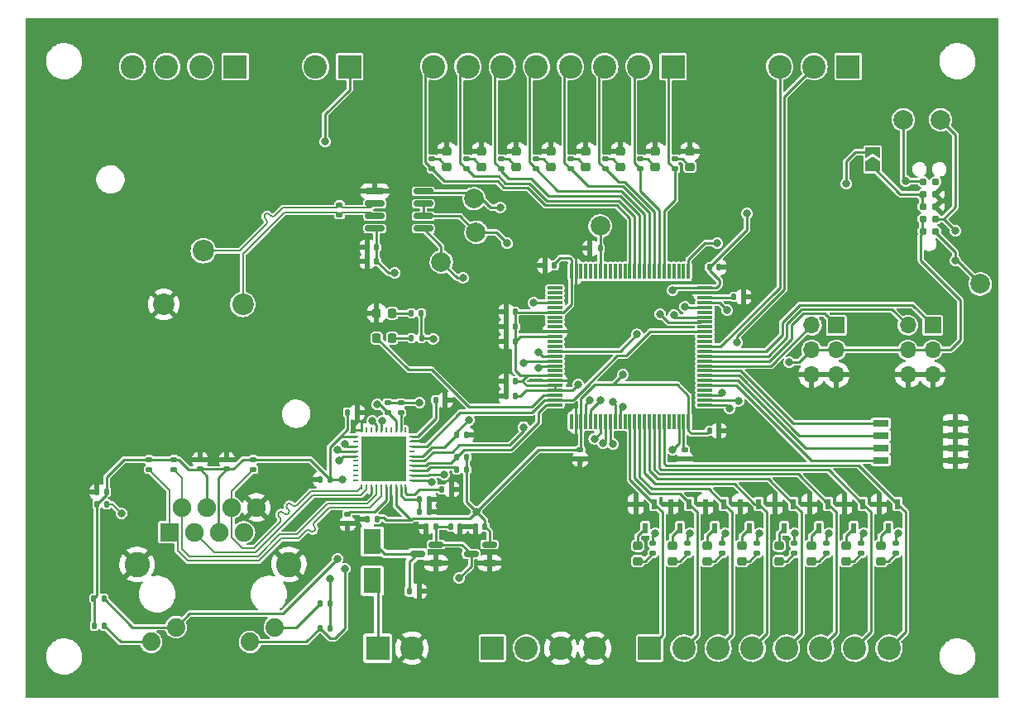
<source format=gtl>
G04 #@! TF.GenerationSoftware,KiCad,Pcbnew,(6.0.10)*
G04 #@! TF.CreationDate,2023-05-06T14:56:34+10:00*
G04 #@! TF.ProjectId,jms_ufe_controller,6a6d735f-7566-4655-9f63-6f6e74726f6c,rev?*
G04 #@! TF.SameCoordinates,Original*
G04 #@! TF.FileFunction,Copper,L1,Top*
G04 #@! TF.FilePolarity,Positive*
%FSLAX46Y46*%
G04 Gerber Fmt 4.6, Leading zero omitted, Abs format (unit mm)*
G04 Created by KiCad (PCBNEW (6.0.10)) date 2023-05-06 14:56:34*
%MOMM*%
%LPD*%
G01*
G04 APERTURE LIST*
G04 Aperture macros list*
%AMRoundRect*
0 Rectangle with rounded corners*
0 $1 Rounding radius*
0 $2 $3 $4 $5 $6 $7 $8 $9 X,Y pos of 4 corners*
0 Add a 4 corners polygon primitive as box body*
4,1,4,$2,$3,$4,$5,$6,$7,$8,$9,$2,$3,0*
0 Add four circle primitives for the rounded corners*
1,1,$1+$1,$2,$3*
1,1,$1+$1,$4,$5*
1,1,$1+$1,$6,$7*
1,1,$1+$1,$8,$9*
0 Add four rect primitives between the rounded corners*
20,1,$1+$1,$2,$3,$4,$5,0*
20,1,$1+$1,$4,$5,$6,$7,0*
20,1,$1+$1,$6,$7,$8,$9,0*
20,1,$1+$1,$8,$9,$2,$3,0*%
%AMFreePoly0*
4,1,6,1.000000,0.000000,0.500000,-0.750000,-0.500000,-0.750000,-0.500000,0.750000,0.500000,0.750000,1.000000,0.000000,1.000000,0.000000,$1*%
%AMFreePoly1*
4,1,6,0.500000,-0.750000,-0.650000,-0.750000,-0.150000,0.000000,-0.650000,0.750000,0.500000,0.750000,0.500000,-0.750000,0.500000,-0.750000,$1*%
G04 Aperture macros list end*
G04 #@! TA.AperFunction,SMDPad,CuDef*
%ADD10RoundRect,0.135000X0.185000X-0.135000X0.185000X0.135000X-0.185000X0.135000X-0.185000X-0.135000X0*%
G04 #@! TD*
G04 #@! TA.AperFunction,SMDPad,CuDef*
%ADD11R,0.600000X1.070000*%
G04 #@! TD*
G04 #@! TA.AperFunction,ComponentPad*
%ADD12R,2.400000X2.400000*%
G04 #@! TD*
G04 #@! TA.AperFunction,ComponentPad*
%ADD13C,2.400000*%
G04 #@! TD*
G04 #@! TA.AperFunction,SMDPad,CuDef*
%ADD14RoundRect,0.218750X-0.256250X0.218750X-0.256250X-0.218750X0.256250X-0.218750X0.256250X0.218750X0*%
G04 #@! TD*
G04 #@! TA.AperFunction,SMDPad,CuDef*
%ADD15RoundRect,0.135000X-0.135000X-0.185000X0.135000X-0.185000X0.135000X0.185000X-0.135000X0.185000X0*%
G04 #@! TD*
G04 #@! TA.AperFunction,SMDPad,CuDef*
%ADD16RoundRect,0.218750X-0.218750X-0.256250X0.218750X-0.256250X0.218750X0.256250X-0.218750X0.256250X0*%
G04 #@! TD*
G04 #@! TA.AperFunction,SMDPad,CuDef*
%ADD17R,1.800000X2.500000*%
G04 #@! TD*
G04 #@! TA.AperFunction,SMDPad,CuDef*
%ADD18RoundRect,0.135000X-0.185000X0.135000X-0.185000X-0.135000X0.185000X-0.135000X0.185000X0.135000X0*%
G04 #@! TD*
G04 #@! TA.AperFunction,SMDPad,CuDef*
%ADD19RoundRect,0.150000X0.587500X0.150000X-0.587500X0.150000X-0.587500X-0.150000X0.587500X-0.150000X0*%
G04 #@! TD*
G04 #@! TA.AperFunction,SMDPad,CuDef*
%ADD20RoundRect,0.075000X-0.725000X-0.075000X0.725000X-0.075000X0.725000X0.075000X-0.725000X0.075000X0*%
G04 #@! TD*
G04 #@! TA.AperFunction,SMDPad,CuDef*
%ADD21RoundRect,0.075000X-0.075000X-0.725000X0.075000X-0.725000X0.075000X0.725000X-0.075000X0.725000X0*%
G04 #@! TD*
G04 #@! TA.AperFunction,SMDPad,CuDef*
%ADD22RoundRect,0.140000X-0.140000X-0.170000X0.140000X-0.170000X0.140000X0.170000X-0.140000X0.170000X0*%
G04 #@! TD*
G04 #@! TA.AperFunction,ComponentPad*
%ADD23R,1.700000X1.700000*%
G04 #@! TD*
G04 #@! TA.AperFunction,ComponentPad*
%ADD24O,1.700000X1.700000*%
G04 #@! TD*
G04 #@! TA.AperFunction,SMDPad,CuDef*
%ADD25RoundRect,0.140000X0.140000X0.170000X-0.140000X0.170000X-0.140000X-0.170000X0.140000X-0.170000X0*%
G04 #@! TD*
G04 #@! TA.AperFunction,SMDPad,CuDef*
%ADD26RoundRect,0.135000X0.135000X0.185000X-0.135000X0.185000X-0.135000X-0.185000X0.135000X-0.185000X0*%
G04 #@! TD*
G04 #@! TA.AperFunction,SMDPad,CuDef*
%ADD27RoundRect,0.125000X-0.174999X-0.000001X-0.174999X0.000001X0.174999X0.000001X0.174999X-0.000001X0*%
G04 #@! TD*
G04 #@! TA.AperFunction,SMDPad,CuDef*
%ADD28RoundRect,0.125000X0.000001X-0.174999X-0.000001X-0.174999X-0.000001X0.174999X0.000001X0.174999X0*%
G04 #@! TD*
G04 #@! TA.AperFunction,SMDPad,CuDef*
%ADD29RoundRect,0.184000X-2.116000X-2.116000X2.116000X-2.116000X2.116000X2.116000X-2.116000X2.116000X0*%
G04 #@! TD*
G04 #@! TA.AperFunction,ComponentPad*
%ADD30C,0.499999*%
G04 #@! TD*
G04 #@! TA.AperFunction,SMDPad,CuDef*
%ADD31RoundRect,0.140000X0.170000X-0.140000X0.170000X0.140000X-0.170000X0.140000X-0.170000X-0.140000X0*%
G04 #@! TD*
G04 #@! TA.AperFunction,SMDPad,CuDef*
%ADD32C,2.000000*%
G04 #@! TD*
G04 #@! TA.AperFunction,SMDPad,CuDef*
%ADD33FreePoly0,90.000000*%
G04 #@! TD*
G04 #@! TA.AperFunction,SMDPad,CuDef*
%ADD34FreePoly1,90.000000*%
G04 #@! TD*
G04 #@! TA.AperFunction,SMDPad,CuDef*
%ADD35RoundRect,0.140000X-0.170000X0.140000X-0.170000X-0.140000X0.170000X-0.140000X0.170000X0.140000X0*%
G04 #@! TD*
G04 #@! TA.AperFunction,ComponentPad*
%ADD36C,2.200000*%
G04 #@! TD*
G04 #@! TA.AperFunction,SMDPad,CuDef*
%ADD37R,1.600000X0.760000*%
G04 #@! TD*
G04 #@! TA.AperFunction,ComponentPad*
%ADD38C,2.600000*%
G04 #@! TD*
G04 #@! TA.AperFunction,ComponentPad*
%ADD39C,1.890000*%
G04 #@! TD*
G04 #@! TA.AperFunction,ComponentPad*
%ADD40R,1.900000X1.900000*%
G04 #@! TD*
G04 #@! TA.AperFunction,ComponentPad*
%ADD41C,1.900000*%
G04 #@! TD*
G04 #@! TA.AperFunction,SMDPad,CuDef*
%ADD42C,0.787000*%
G04 #@! TD*
G04 #@! TA.AperFunction,SMDPad,CuDef*
%ADD43RoundRect,0.150000X0.825000X0.150000X-0.825000X0.150000X-0.825000X-0.150000X0.825000X-0.150000X0*%
G04 #@! TD*
G04 #@! TA.AperFunction,ViaPad*
%ADD44C,0.800000*%
G04 #@! TD*
G04 #@! TA.AperFunction,Conductor*
%ADD45C,0.250000*%
G04 #@! TD*
G04 #@! TA.AperFunction,Conductor*
%ADD46C,0.200000*%
G04 #@! TD*
G04 APERTURE END LIST*
D10*
X141783318Y-65646783D03*
X141783318Y-64626783D03*
X145339318Y-65646783D03*
X145339318Y-64626783D03*
X148895318Y-65646783D03*
X148895318Y-64626783D03*
X152451318Y-65646783D03*
X152451318Y-64626783D03*
X156007318Y-65646783D03*
X156007318Y-64626783D03*
X159563318Y-65646783D03*
X159563318Y-64626783D03*
X163121318Y-65646783D03*
X163121318Y-64626783D03*
X166675318Y-65646783D03*
X166675318Y-64626783D03*
D11*
X178801318Y-99964783D03*
X176901318Y-99964783D03*
X177851318Y-102444783D03*
X182357318Y-99964783D03*
X180457318Y-99964783D03*
X181407318Y-102444783D03*
X185913318Y-99964783D03*
X184013318Y-99964783D03*
X184963318Y-102444783D03*
X189469318Y-99964783D03*
X187569318Y-99964783D03*
X188519318Y-102444783D03*
X164577318Y-99964783D03*
X162677318Y-99964783D03*
X163627318Y-102444783D03*
X167183318Y-102444783D03*
X166233318Y-99964783D03*
X168133318Y-99964783D03*
X171689318Y-99964783D03*
X169789318Y-99964783D03*
X170739318Y-102444783D03*
X175245318Y-99964783D03*
X173345318Y-99964783D03*
X174295318Y-102444783D03*
D12*
X166479318Y-55168783D03*
D13*
X162979318Y-55168783D03*
X159479318Y-55168783D03*
X155979318Y-55168783D03*
X152479318Y-55168783D03*
X148979318Y-55168783D03*
X145479318Y-55168783D03*
X141979318Y-55168783D03*
X188577318Y-114728000D03*
X185077318Y-114728000D03*
X181577318Y-114728000D03*
X178077318Y-114728000D03*
X174577318Y-114728000D03*
X171077318Y-114728000D03*
X167577318Y-114728000D03*
D12*
X164077318Y-114728000D03*
D14*
X143307318Y-63841283D03*
X143307318Y-65416283D03*
X146863318Y-63841283D03*
X146863318Y-65416283D03*
X150419318Y-63841283D03*
X150419318Y-65416283D03*
X153975318Y-63841283D03*
X153975318Y-65416283D03*
X157531318Y-63841283D03*
X157531318Y-65416283D03*
X161087318Y-63841283D03*
X161087318Y-65416283D03*
X164643318Y-63841283D03*
X164643318Y-65416283D03*
X168199318Y-63841283D03*
X168199318Y-65416283D03*
D12*
X147963318Y-114728783D03*
D13*
X151463318Y-114728783D03*
X154963318Y-114728783D03*
X158463318Y-114728783D03*
D12*
X136234800Y-114714400D03*
D13*
X139734800Y-114714400D03*
D12*
X133373318Y-55168783D03*
D13*
X129873318Y-55168783D03*
X177399318Y-55168783D03*
X180899318Y-55168783D03*
D12*
X184399318Y-55168783D03*
X121633318Y-55168783D03*
D13*
X118133318Y-55168783D03*
X114633318Y-55168783D03*
X111133318Y-55168783D03*
D15*
X107236800Y-112420400D03*
X108256800Y-112420400D03*
D16*
X136144000Y-82956400D03*
X137719000Y-82956400D03*
D10*
X112826800Y-96420400D03*
X112826800Y-95400400D03*
D17*
X135686800Y-103816400D03*
X135686800Y-107816400D03*
D15*
X130350800Y-112674400D03*
X131370800Y-112674400D03*
D18*
X164389318Y-103996783D03*
X164389318Y-105016783D03*
D15*
X107188000Y-109626400D03*
X108208000Y-109626400D03*
D14*
X166421318Y-104227283D03*
X166421318Y-105802283D03*
D19*
X142212300Y-106004400D03*
X142212300Y-104104400D03*
X140337300Y-105054400D03*
D15*
X159006000Y-73772783D03*
X157986000Y-73772783D03*
D20*
X154377000Y-77820000D03*
X154377000Y-78320000D03*
X154377000Y-78820000D03*
X154377000Y-79320000D03*
X154377000Y-79820000D03*
X154377000Y-80320000D03*
X154377000Y-80820000D03*
X154377000Y-81320000D03*
X154377000Y-81820000D03*
X154377000Y-82320000D03*
X154377000Y-82820000D03*
X154377000Y-83320000D03*
X154377000Y-83820000D03*
X154377000Y-84320000D03*
X154377000Y-84820000D03*
X154377000Y-85320000D03*
X154377000Y-85820000D03*
X154377000Y-86320000D03*
X154377000Y-86820000D03*
X154377000Y-87320000D03*
X154377000Y-87820000D03*
X154377000Y-88320000D03*
X154377000Y-88820000D03*
X154377000Y-89320000D03*
X154377000Y-89820000D03*
D21*
X156052000Y-91495000D03*
X156552000Y-91495000D03*
X157052000Y-91495000D03*
X157552000Y-91495000D03*
X158052000Y-91495000D03*
X158552000Y-91495000D03*
X159052000Y-91495000D03*
X159552000Y-91495000D03*
X160052000Y-91495000D03*
X160552000Y-91495000D03*
X161052000Y-91495000D03*
X161552000Y-91495000D03*
X162052000Y-91495000D03*
X162552000Y-91495000D03*
X163052000Y-91495000D03*
X163552000Y-91495000D03*
X164052000Y-91495000D03*
X164552000Y-91495000D03*
X165052000Y-91495000D03*
X165552000Y-91495000D03*
X166052000Y-91495000D03*
X166552000Y-91495000D03*
X167052000Y-91495000D03*
X167552000Y-91495000D03*
X168052000Y-91495000D03*
D20*
X169727000Y-89820000D03*
X169727000Y-89320000D03*
X169727000Y-88820000D03*
X169727000Y-88320000D03*
X169727000Y-87820000D03*
X169727000Y-87320000D03*
X169727000Y-86820000D03*
X169727000Y-86320000D03*
X169727000Y-85820000D03*
X169727000Y-85320000D03*
X169727000Y-84820000D03*
X169727000Y-84320000D03*
X169727000Y-83820000D03*
X169727000Y-83320000D03*
X169727000Y-82820000D03*
X169727000Y-82320000D03*
X169727000Y-81820000D03*
X169727000Y-81320000D03*
X169727000Y-80820000D03*
X169727000Y-80320000D03*
X169727000Y-79820000D03*
X169727000Y-79320000D03*
X169727000Y-78820000D03*
X169727000Y-78320000D03*
X169727000Y-77820000D03*
D21*
X168052000Y-76145000D03*
X167552000Y-76145000D03*
X167052000Y-76145000D03*
X166552000Y-76145000D03*
X166052000Y-76145000D03*
X165552000Y-76145000D03*
X165052000Y-76145000D03*
X164552000Y-76145000D03*
X164052000Y-76145000D03*
X163552000Y-76145000D03*
X163052000Y-76145000D03*
X162552000Y-76145000D03*
X162052000Y-76145000D03*
X161552000Y-76145000D03*
X161052000Y-76145000D03*
X160552000Y-76145000D03*
X160052000Y-76145000D03*
X159552000Y-76145000D03*
X159052000Y-76145000D03*
X158552000Y-76145000D03*
X158052000Y-76145000D03*
X157552000Y-76145000D03*
X157052000Y-76145000D03*
X156552000Y-76145000D03*
X156052000Y-76145000D03*
D22*
X144350800Y-92862400D03*
X145310800Y-92862400D03*
D16*
X136144000Y-80416400D03*
X137719000Y-80416400D03*
D22*
X142210964Y-89306400D03*
X143170964Y-89306400D03*
D23*
X193040518Y-81646783D03*
D24*
X190500518Y-81646783D03*
X193040518Y-84186783D03*
X190500518Y-84186783D03*
X193040518Y-86726783D03*
X190500518Y-86726783D03*
D22*
X170208000Y-92456000D03*
X171168000Y-92456000D03*
D10*
X137261600Y-90629200D03*
X137261600Y-89609200D03*
D25*
X150340000Y-83312000D03*
X149380000Y-83312000D03*
D26*
X131370800Y-110134400D03*
X130350800Y-110134400D03*
D10*
X132334000Y-70358000D03*
X132334000Y-69338000D03*
D19*
X147673300Y-106004400D03*
X147673300Y-104104400D03*
X145798300Y-105054400D03*
D15*
X142796800Y-98450400D03*
X143816800Y-98450400D03*
D18*
X185725318Y-103996783D03*
X185725318Y-105016783D03*
X182169318Y-103996783D03*
X182169318Y-105016783D03*
X167945318Y-103996783D03*
X167945318Y-105016783D03*
D14*
X169977318Y-104227283D03*
X169977318Y-105802283D03*
D18*
X178867318Y-103996783D03*
X178867318Y-105016783D03*
D14*
X187757318Y-104227283D03*
X187757318Y-105802283D03*
D26*
X140716000Y-80416400D03*
X139696000Y-80416400D03*
D18*
X175057318Y-103996783D03*
X175057318Y-105016783D03*
D27*
X133955201Y-93050799D03*
X133955201Y-93550798D03*
X133955201Y-94050797D03*
X133955201Y-94550799D03*
X133955201Y-95050798D03*
X133955201Y-95550797D03*
X133955201Y-96050799D03*
X133955201Y-96550798D03*
X133955201Y-97050799D03*
X133955201Y-97550798D03*
D28*
X134605202Y-98200799D03*
X135105201Y-98200799D03*
X135605200Y-98200799D03*
X136105201Y-98200799D03*
X136605201Y-98200799D03*
X137105199Y-98200799D03*
X137605201Y-98200799D03*
X138105200Y-98200799D03*
X138605202Y-98200799D03*
X139105201Y-98200799D03*
D27*
X139755202Y-97550798D03*
X139755202Y-97050799D03*
X139755202Y-96550798D03*
X139755202Y-96050799D03*
X139755202Y-95550797D03*
X139755202Y-95050798D03*
X139755202Y-94550799D03*
X139755202Y-94050797D03*
X139755202Y-93550798D03*
X139755202Y-93050799D03*
D28*
X139105201Y-92400798D03*
X138605202Y-92400798D03*
X138105200Y-92400798D03*
X137605201Y-92400798D03*
X137105199Y-92400798D03*
X136605201Y-92400798D03*
X136105201Y-92400798D03*
X135605200Y-92400798D03*
X135105201Y-92400798D03*
X134605202Y-92400798D03*
D29*
X136855201Y-95300797D03*
D30*
X136115199Y-96780800D03*
X135375200Y-96040801D03*
X138335200Y-94560799D03*
X136855200Y-94560799D03*
X137595201Y-95300800D03*
X135375200Y-94560799D03*
X138335200Y-96040801D03*
X137595201Y-93820800D03*
X136115199Y-93820800D03*
X136855200Y-96040801D03*
X137595201Y-96780800D03*
X136115199Y-95300800D03*
D10*
X115368800Y-96420400D03*
X115368800Y-95400400D03*
D22*
X140540800Y-99466400D03*
X141500800Y-99466400D03*
D31*
X120806800Y-96390400D03*
X120806800Y-95430400D03*
D22*
X107520800Y-98704400D03*
X108480800Y-98704400D03*
D25*
X136166800Y-101498400D03*
X135206800Y-101498400D03*
D15*
X144320800Y-96418400D03*
X145340800Y-96418400D03*
D22*
X139524800Y-108864400D03*
X140484800Y-108864400D03*
D18*
X171501318Y-103996783D03*
X171501318Y-105016783D03*
D32*
X197917318Y-77430383D03*
D25*
X136116000Y-75082400D03*
X135156000Y-75082400D03*
D14*
X162865318Y-104227283D03*
X162865318Y-105802283D03*
D31*
X118054800Y-96390400D03*
X118054800Y-95430400D03*
D22*
X140540800Y-100736400D03*
X141500800Y-100736400D03*
D25*
X142163800Y-102260400D03*
X141203800Y-102260400D03*
D22*
X172720000Y-78740000D03*
X173680000Y-78740000D03*
X133175201Y-90576400D03*
X134135201Y-90576400D03*
D15*
X144320800Y-95148400D03*
X145340800Y-95148400D03*
D33*
X186893550Y-65393400D03*
D34*
X186893550Y-63943400D03*
D18*
X189281318Y-103996783D03*
X189281318Y-105016783D03*
D14*
X173533318Y-104227283D03*
X173533318Y-105802283D03*
D25*
X150340000Y-80264000D03*
X149380000Y-80264000D03*
D32*
X159004518Y-71486783D03*
D22*
X130380800Y-97434400D03*
X131340800Y-97434400D03*
D32*
X142748000Y-75184000D03*
X146304000Y-72136000D03*
D26*
X140720000Y-82956400D03*
X139700000Y-82956400D03*
D25*
X136116000Y-73660000D03*
X135156000Y-73660000D03*
D22*
X143715800Y-102260400D03*
X144675800Y-102260400D03*
D32*
X190043318Y-60615583D03*
D35*
X133146800Y-101018400D03*
X133146800Y-101978400D03*
D36*
X114337925Y-79520900D03*
X122437925Y-79520900D03*
X118387925Y-74020900D03*
D32*
X193853318Y-60615583D03*
D25*
X150334967Y-81788000D03*
X149374967Y-81788000D03*
D35*
X156972000Y-94414400D03*
X156972000Y-95374400D03*
D37*
X195377318Y-95489783D03*
X195377318Y-94219783D03*
X195377318Y-92949783D03*
X195377318Y-91679783D03*
X187757318Y-91679783D03*
X187757318Y-92949783D03*
X187757318Y-94219783D03*
X187757318Y-95489783D03*
D25*
X150340000Y-88900000D03*
X149380000Y-88900000D03*
D38*
X127155000Y-106140000D03*
X111605000Y-106140000D03*
D39*
X125705000Y-112570000D03*
X123165000Y-114090000D03*
X115595000Y-112570000D03*
X113055000Y-114090000D03*
D40*
X114935000Y-102850000D03*
D41*
X116205000Y-100310000D03*
X117475000Y-102850000D03*
X118745000Y-100310000D03*
X120015000Y-102850000D03*
X121285000Y-100310000D03*
X122555000Y-102850000D03*
X123825000Y-100310000D03*
D25*
X150340000Y-87376000D03*
X149380000Y-87376000D03*
X154296164Y-75544000D03*
X153336164Y-75544000D03*
D10*
X123494800Y-96420400D03*
X123494800Y-95400400D03*
D42*
X193344800Y-72034400D03*
X193344800Y-70764400D03*
X193344800Y-69494400D03*
X193344800Y-68224400D03*
X193344800Y-66954400D03*
X192074800Y-66954400D03*
X192074800Y-68224400D03*
X192074800Y-69494400D03*
X192074800Y-70764400D03*
X192074800Y-72034400D03*
D26*
X108510800Y-99974400D03*
X107490800Y-99974400D03*
D14*
X184201318Y-104227283D03*
X184201318Y-105802283D03*
D22*
X170208000Y-75692000D03*
X171168000Y-75692000D03*
D14*
X180645318Y-104227283D03*
X180645318Y-105802283D03*
X177343318Y-104227283D03*
X177343318Y-105802283D03*
D32*
X146101318Y-68692783D03*
D31*
X167691318Y-95334783D03*
X167691318Y-94374783D03*
D43*
X140905000Y-71755000D03*
X140905000Y-70485000D03*
X140905000Y-69215000D03*
X140905000Y-67945000D03*
X135955000Y-67945000D03*
X135955000Y-69215000D03*
X135955000Y-70485000D03*
X135955000Y-71755000D03*
D23*
X183185318Y-81646783D03*
D24*
X180645318Y-81646783D03*
X183185318Y-84186783D03*
X180645318Y-84186783D03*
X183185318Y-86726783D03*
X180645318Y-86726783D03*
D10*
X138633200Y-90629200D03*
X138633200Y-89609200D03*
D25*
X147215800Y-102260400D03*
X146255800Y-102260400D03*
D44*
X130861318Y-62850783D03*
X157955769Y-89362283D03*
X159055318Y-89362283D03*
X161341318Y-90028783D03*
X160325318Y-89520783D03*
X152705318Y-86044500D03*
X152705318Y-84440783D03*
X152197318Y-79360783D03*
X173025318Y-83424783D03*
X171501318Y-88595500D03*
X169723318Y-101458783D03*
X166167318Y-101458783D03*
X160833318Y-99426783D03*
X172009318Y-98664783D03*
X175311318Y-98410783D03*
X178867318Y-98156783D03*
X181915318Y-97648783D03*
X185471318Y-97648783D03*
X164643318Y-102982783D03*
X168199318Y-102982783D03*
X171792818Y-102982783D03*
X175311318Y-102982783D03*
X178904818Y-102982783D03*
X182423318Y-102982783D03*
X185979318Y-102982783D03*
X189535318Y-102982783D03*
X130099318Y-104252783D03*
X166167318Y-84440783D03*
X145085318Y-84440783D03*
X145847318Y-85202783D03*
X163881318Y-78344783D03*
X154229318Y-73772783D03*
X157277318Y-85710783D03*
X140259318Y-91044783D03*
X130099318Y-105268783D03*
X152451318Y-77836783D03*
X137464800Y-100736400D03*
X148894800Y-91592400D03*
X174041318Y-94346783D03*
X129336800Y-100533200D03*
X174041318Y-92314783D03*
X174041318Y-93330783D03*
X154737318Y-96886783D03*
X145085318Y-85964783D03*
X153721318Y-96886783D03*
X143306800Y-99720400D03*
X165913318Y-85456783D03*
X152069800Y-81559400D03*
X156261318Y-85710783D03*
X154737318Y-92822783D03*
X154737318Y-91552783D03*
X157531318Y-81646783D03*
X156769318Y-80884783D03*
X131369318Y-92822783D03*
X138227318Y-106538783D03*
X153213318Y-73772783D03*
X152705318Y-96886783D03*
X138226800Y-104038400D03*
X174041318Y-70216783D03*
X140512800Y-89560400D03*
X146354800Y-100736400D03*
X145592800Y-91338400D03*
X184201318Y-67168783D03*
X131368800Y-107594400D03*
X166421318Y-78090783D03*
X132638800Y-97434400D03*
X141910318Y-83043783D03*
X156769318Y-87742783D03*
X161341318Y-86726783D03*
X144577318Y-107554783D03*
X137973318Y-76312783D03*
X178359318Y-85456783D03*
X141782800Y-97725900D03*
X132892800Y-106578400D03*
X143052800Y-96926400D03*
X132130800Y-105562400D03*
X110007400Y-100914200D03*
X136195318Y-89774783D03*
X158424393Y-93266237D03*
X151176500Y-92096100D03*
X151180800Y-85496400D03*
X159309318Y-93730900D03*
X136702800Y-91465400D03*
X160325318Y-93838783D03*
X135686800Y-91465400D03*
X132892800Y-93775299D03*
X166420800Y-94386400D03*
X172262800Y-90195400D03*
X132118485Y-94407313D03*
X132257800Y-95529400D03*
X173151800Y-89433400D03*
X165151318Y-80503783D03*
X148768318Y-69581783D03*
X144958318Y-76820783D03*
X166548318Y-80620500D03*
X149492818Y-73264783D03*
X167691318Y-79741783D03*
X172009318Y-80122783D03*
X195377318Y-71994783D03*
X190297318Y-66914783D03*
X170993318Y-73264783D03*
X195377318Y-75042783D03*
X162797518Y-82594983D03*
D45*
X184201318Y-67168783D02*
X184201318Y-64882783D01*
X185140701Y-63943400D02*
X186893550Y-63943400D01*
X184201318Y-64882783D02*
X185140701Y-63943400D01*
X170208000Y-75684391D02*
X170208000Y-75692000D01*
X174041318Y-71851073D02*
X170208000Y-75684391D01*
X174041318Y-70216783D02*
X174041318Y-71851073D01*
X133373318Y-57544783D02*
X133373318Y-55168783D01*
X130861318Y-60056783D02*
X133373318Y-57544783D01*
X130861318Y-62850783D02*
X130861318Y-60056783D01*
X157552000Y-89766052D02*
X157955769Y-89362283D01*
X157552000Y-91495000D02*
X157552000Y-89766052D01*
X158052000Y-90365601D02*
X159055318Y-89362283D01*
X158052000Y-91495000D02*
X158052000Y-90365601D01*
X160325318Y-89520783D02*
X160552000Y-89747465D01*
X160552000Y-89747465D02*
X160552000Y-91495000D01*
X161052000Y-90318101D02*
X161341318Y-90028783D01*
X161052000Y-91495000D02*
X161052000Y-90318101D01*
X152929818Y-85820000D02*
X152705318Y-86044500D01*
X154377000Y-85820000D02*
X152929818Y-85820000D01*
X153084535Y-84820000D02*
X152705318Y-84440783D01*
X154377000Y-84820000D02*
X153084535Y-84820000D01*
X152238101Y-79320000D02*
X152197318Y-79360783D01*
X154377000Y-79320000D02*
X152238101Y-79320000D01*
X177851318Y-58216783D02*
X180899318Y-55168783D01*
X177851318Y-77965179D02*
X177851318Y-58216783D01*
X173025318Y-82791179D02*
X177851318Y-77965179D01*
X173025318Y-83424783D02*
X173025318Y-82791179D01*
X171276818Y-88820000D02*
X171501318Y-88595500D01*
X169727000Y-88820000D02*
X171276818Y-88820000D01*
X177399318Y-77780783D02*
X177399318Y-55168783D01*
X171360101Y-83820000D02*
X177399318Y-77780783D01*
X169727000Y-83820000D02*
X171360101Y-83820000D01*
X148512922Y-66914783D02*
X143051318Y-66914783D01*
X143051318Y-66914783D02*
X141783318Y-65646783D01*
X151570526Y-67560783D02*
X149158922Y-67560783D01*
X149158922Y-67560783D02*
X148512922Y-66914783D01*
X160717318Y-69338783D02*
X153348526Y-69338783D01*
X153348526Y-69338783D02*
X151570526Y-67560783D01*
X162052000Y-70673465D02*
X160717318Y-69338783D01*
X162052000Y-76145000D02*
X162052000Y-70673465D01*
X166675318Y-68820783D02*
X166675318Y-65646783D01*
X165552000Y-69944101D02*
X166675318Y-68820783D01*
X165552000Y-76145000D02*
X165552000Y-69944101D01*
X163121318Y-67924407D02*
X163121318Y-65646783D01*
X165052000Y-69855089D02*
X163121318Y-67924407D01*
X165052000Y-76145000D02*
X165052000Y-69855089D01*
X161533298Y-66972783D02*
X160889318Y-66972783D01*
X160889318Y-66972783D02*
X159563318Y-65646783D01*
X164552000Y-69991485D02*
X161533298Y-66972783D01*
X164552000Y-76145000D02*
X164552000Y-69991485D01*
X157783318Y-67422783D02*
X156007318Y-65646783D01*
X161346902Y-67422783D02*
X157783318Y-67422783D01*
X164052000Y-76145000D02*
X164052000Y-70127881D01*
X164052000Y-70127881D02*
X161346902Y-67422783D01*
X161160506Y-67872783D02*
X154677318Y-67872783D01*
X154677318Y-67872783D02*
X152451318Y-65646783D01*
X163552000Y-76145000D02*
X163552000Y-70264277D01*
X163552000Y-70264277D02*
X161160506Y-67872783D01*
X148895318Y-65898783D02*
X148895318Y-65646783D01*
X151943318Y-66660783D02*
X149657318Y-66660783D01*
X153721318Y-68438783D02*
X151943318Y-66660783D01*
X149657318Y-66660783D02*
X148895318Y-65898783D01*
X161090110Y-68438783D02*
X153721318Y-68438783D01*
X163052000Y-76145000D02*
X163052000Y-70400673D01*
X163052000Y-70400673D02*
X161090110Y-68438783D01*
X148641318Y-66406783D02*
X146099318Y-66406783D01*
X146099318Y-66406783D02*
X145339318Y-65646783D01*
X151756922Y-67110783D02*
X149345318Y-67110783D01*
X160903714Y-68888783D02*
X153534922Y-68888783D01*
X153534922Y-68888783D02*
X151756922Y-67110783D01*
X162552000Y-70537069D02*
X160903714Y-68888783D01*
X162552000Y-76145000D02*
X162552000Y-70537069D01*
X149345318Y-67110783D02*
X148641318Y-66406783D01*
X167409818Y-64626783D02*
X168199318Y-65416283D01*
X166675318Y-64626783D02*
X167409818Y-64626783D01*
X163853818Y-64626783D02*
X164643318Y-65416283D01*
X163121318Y-64626783D02*
X163853818Y-64626783D01*
X160297818Y-64626783D02*
X161087318Y-65416283D01*
X159563318Y-64626783D02*
X160297818Y-64626783D01*
X156741818Y-64626783D02*
X157531318Y-65416283D01*
X156007318Y-64626783D02*
X156741818Y-64626783D01*
X153185818Y-64626783D02*
X153975318Y-65416283D01*
X152451318Y-64626783D02*
X153185818Y-64626783D01*
X148895318Y-64626783D02*
X149629818Y-64626783D01*
X149629818Y-64626783D02*
X150419318Y-65416283D01*
X146073818Y-64626783D02*
X146863318Y-65416283D01*
X145339318Y-64626783D02*
X146073818Y-64626783D01*
X142517818Y-64626783D02*
X143307318Y-65416283D01*
X141783318Y-64626783D02*
X142517818Y-64626783D01*
X166030318Y-55617783D02*
X166479318Y-55168783D01*
X166030318Y-65001783D02*
X166030318Y-55617783D01*
X166675318Y-65646783D02*
X166030318Y-65001783D01*
X162476318Y-55671783D02*
X162979318Y-55168783D01*
X162476318Y-65001783D02*
X162476318Y-55671783D01*
X163121318Y-65646783D02*
X162476318Y-65001783D01*
X158918318Y-55729783D02*
X159479318Y-55168783D01*
X158918318Y-65001783D02*
X158918318Y-55729783D01*
X159563318Y-65646783D02*
X158918318Y-65001783D01*
X155362318Y-55785783D02*
X155979318Y-55168783D01*
X155362318Y-65001783D02*
X155362318Y-55785783D01*
X156007318Y-65646783D02*
X155362318Y-65001783D01*
X151806318Y-55841783D02*
X152479318Y-55168783D01*
X151806318Y-64952321D02*
X151806318Y-55841783D01*
X152451318Y-65646783D02*
X152451318Y-65597321D01*
X152451318Y-65597321D02*
X151806318Y-64952321D01*
X148250318Y-55897783D02*
X148979318Y-55168783D01*
X148250318Y-65001783D02*
X148250318Y-55897783D01*
X148895318Y-65646783D02*
X148250318Y-65001783D01*
X141138318Y-56009783D02*
X141979318Y-55168783D01*
X141783318Y-65597321D02*
X141138318Y-64952321D01*
X141783318Y-65646783D02*
X141783318Y-65597321D01*
X141138318Y-64952321D02*
X141138318Y-56009783D01*
X144694318Y-65001783D02*
X144694318Y-55953783D01*
X145339318Y-65646783D02*
X144694318Y-65001783D01*
X144694318Y-55953783D02*
X145479318Y-55168783D01*
X159006000Y-71488265D02*
X159004518Y-71486783D01*
X159006000Y-73772783D02*
X159006000Y-71488265D01*
X159052000Y-73818783D02*
X159006000Y-73772783D01*
X159052000Y-76145000D02*
X159052000Y-73818783D01*
X178743110Y-91679783D02*
X187757318Y-91679783D01*
X173383327Y-86320000D02*
X178743110Y-91679783D01*
X169727000Y-86320000D02*
X173383327Y-86320000D01*
X173246931Y-86820000D02*
X179376714Y-92949783D01*
X179376714Y-92949783D02*
X187757318Y-92949783D01*
X169727000Y-86820000D02*
X173246931Y-86820000D01*
X180010318Y-94219783D02*
X187757318Y-94219783D01*
X173110535Y-87320000D02*
X180010318Y-94219783D01*
X169727000Y-87320000D02*
X173110535Y-87320000D01*
X180692318Y-95489783D02*
X187757318Y-95489783D01*
X180645318Y-95536783D02*
X180692318Y-95489783D01*
X172928535Y-87820000D02*
X180645318Y-95536783D01*
X169727000Y-87820000D02*
X172928535Y-87820000D01*
X165775318Y-95986783D02*
X185491318Y-95986783D01*
X185491318Y-95986783D02*
X189469318Y-99964783D01*
X165552000Y-95763465D02*
X165775318Y-95986783D01*
X165552000Y-91495000D02*
X165552000Y-95763465D01*
X165212110Y-96436783D02*
X182385318Y-96436783D01*
X182385318Y-96436783D02*
X185913318Y-99964783D01*
X165052000Y-91495000D02*
X165052000Y-96276673D01*
X165052000Y-96276673D02*
X165212110Y-96436783D01*
X179279318Y-96886783D02*
X182357318Y-99964783D01*
X165025714Y-96886783D02*
X179279318Y-96886783D01*
X164552000Y-96413069D02*
X165025714Y-96886783D01*
X164552000Y-91495000D02*
X164552000Y-96413069D01*
X176231318Y-97394783D02*
X178801318Y-99964783D01*
X164897318Y-97394783D02*
X176231318Y-97394783D01*
X164052000Y-96549465D02*
X164897318Y-97394783D01*
X164052000Y-91495000D02*
X164052000Y-96549465D01*
X174830318Y-99964783D02*
X175245318Y-99964783D01*
X164643318Y-97902783D02*
X172768318Y-97902783D01*
X172768318Y-97902783D02*
X174830318Y-99964783D01*
X163552000Y-96811465D02*
X164643318Y-97902783D01*
X163552000Y-91495000D02*
X163552000Y-96811465D01*
X164296110Y-98410783D02*
X170135318Y-98410783D01*
X163052000Y-97166673D02*
X164296110Y-98410783D01*
X163052000Y-91495000D02*
X163052000Y-97166673D01*
X170135318Y-98410783D02*
X171689318Y-99964783D01*
X168133318Y-99868783D02*
X168133318Y-99964783D01*
X167183318Y-98918783D02*
X168133318Y-99868783D01*
X164167714Y-98918783D02*
X167183318Y-98918783D01*
X162552000Y-97303069D02*
X164167714Y-98918783D01*
X162552000Y-91495000D02*
X162552000Y-97303069D01*
X162052000Y-97439465D02*
X164577318Y-99964783D01*
X162052000Y-91495000D02*
X162052000Y-97439465D01*
X164389318Y-103236783D02*
X164643318Y-102982783D01*
X164389318Y-103996783D02*
X164389318Y-103236783D01*
X167945318Y-103236783D02*
X168199318Y-102982783D01*
X167945318Y-103996783D02*
X167945318Y-103236783D01*
X171501318Y-103274283D02*
X171792818Y-102982783D01*
X171501318Y-103996783D02*
X171501318Y-103274283D01*
X175057318Y-103236783D02*
X175311318Y-102982783D01*
X175057318Y-103996783D02*
X175057318Y-103236783D01*
X165405318Y-100792783D02*
X164577318Y-99964783D01*
X165405318Y-113400000D02*
X165405318Y-100792783D01*
X164077318Y-114728000D02*
X165405318Y-113400000D01*
X168961318Y-100792783D02*
X168133318Y-99964783D01*
X168961318Y-113344000D02*
X168961318Y-100792783D01*
X167577318Y-114728000D02*
X168961318Y-113344000D01*
X172517318Y-113288000D02*
X172517318Y-100792783D01*
X171077318Y-114728000D02*
X172517318Y-113288000D01*
X172517318Y-100792783D02*
X171689318Y-99964783D01*
X176073318Y-100792783D02*
X175245318Y-99964783D01*
X176073318Y-113232000D02*
X176073318Y-100792783D01*
X174577318Y-114728000D02*
X176073318Y-113232000D01*
X162865318Y-103206783D02*
X163627318Y-102444783D01*
X162865318Y-104227283D02*
X162865318Y-103206783D01*
X166421318Y-103206783D02*
X167183318Y-102444783D01*
X166421318Y-104227283D02*
X166421318Y-103206783D01*
X169977318Y-104227283D02*
X169977318Y-103206783D01*
X169977318Y-103206783D02*
X170739318Y-102444783D01*
X173533318Y-103206783D02*
X174295318Y-102444783D01*
X173533318Y-104227283D02*
X173533318Y-103206783D01*
X174271818Y-105802283D02*
X175057318Y-105016783D01*
X173533318Y-105802283D02*
X174271818Y-105802283D01*
X170715818Y-105802283D02*
X171501318Y-105016783D01*
X169977318Y-105802283D02*
X170715818Y-105802283D01*
X167159818Y-105802283D02*
X167945318Y-105016783D01*
X166421318Y-105802283D02*
X167159818Y-105802283D01*
X163603818Y-105802283D02*
X164389318Y-105016783D01*
X162865318Y-105802283D02*
X163603818Y-105802283D01*
X178867318Y-103020283D02*
X178904818Y-102982783D01*
X178867318Y-103996783D02*
X178867318Y-103020283D01*
X182169318Y-103236783D02*
X182423318Y-102982783D01*
X182169318Y-103996783D02*
X182169318Y-103236783D01*
X185725318Y-103236783D02*
X185979318Y-102982783D01*
X185725318Y-103996783D02*
X185725318Y-103236783D01*
X189281318Y-103236783D02*
X189535318Y-102982783D01*
X189281318Y-103996783D02*
X189281318Y-103236783D01*
X179629318Y-113176000D02*
X179629318Y-100792783D01*
X178077318Y-114728000D02*
X179629318Y-113176000D01*
X179629318Y-100792783D02*
X178801318Y-99964783D01*
X183185318Y-100792783D02*
X182357318Y-99964783D01*
X183185318Y-113120000D02*
X183185318Y-100792783D01*
X181577318Y-114728000D02*
X183185318Y-113120000D01*
X186741318Y-100792783D02*
X185913318Y-99964783D01*
X186741318Y-113064000D02*
X186741318Y-100792783D01*
X185077318Y-114728000D02*
X186741318Y-113064000D01*
X190297318Y-113008000D02*
X190297318Y-100792783D01*
X190297318Y-100792783D02*
X189469318Y-99964783D01*
X188577318Y-114728000D02*
X190297318Y-113008000D01*
X188495818Y-105802283D02*
X187757318Y-105802283D01*
X189281318Y-105016783D02*
X188495818Y-105802283D01*
X187757318Y-103206783D02*
X188519318Y-102444783D01*
X187757318Y-104227283D02*
X187757318Y-103206783D01*
X184939818Y-105802283D02*
X185725318Y-105016783D01*
X184201318Y-105802283D02*
X184939818Y-105802283D01*
X184201318Y-104227283D02*
X184201318Y-103206783D01*
X184201318Y-103206783D02*
X184963318Y-102444783D01*
X181383818Y-105802283D02*
X182169318Y-105016783D01*
X180645318Y-105802283D02*
X181383818Y-105802283D01*
X180645318Y-103206783D02*
X181407318Y-102444783D01*
X180645318Y-104227283D02*
X180645318Y-103206783D01*
X178081818Y-105802283D02*
X178867318Y-105016783D01*
X177343318Y-105802283D02*
X178081818Y-105802283D01*
X177343318Y-102952783D02*
X177851318Y-102444783D01*
X177343318Y-104227283D02*
X177343318Y-102952783D01*
X135001560Y-99486400D02*
X130383600Y-99486400D01*
X130383600Y-99486400D02*
X129336800Y-100533200D01*
X135605200Y-98882760D02*
X135001560Y-99486400D01*
X135605200Y-98200799D02*
X135605200Y-98882760D01*
X167552000Y-91495000D02*
X167552000Y-94260101D01*
X169727000Y-78820000D02*
X172640000Y-78820000D01*
X172640000Y-78820000D02*
X172720000Y-78740000D01*
X107490800Y-99974400D02*
X108480800Y-98984400D01*
X118026800Y-96418400D02*
X118054800Y-96390400D01*
X139755202Y-95050798D02*
X140864402Y-95050798D01*
X156052000Y-76145000D02*
X156052000Y-79510685D01*
X171247318Y-77074783D02*
X170208000Y-76035465D01*
X141822935Y-82956400D02*
X141910318Y-83043783D01*
X154377000Y-88320000D02*
X156192101Y-88320000D01*
X154296164Y-75356937D02*
X154864318Y-74788783D01*
X132638800Y-97434400D02*
X131340800Y-97434400D01*
X154377000Y-86820000D02*
X151584400Y-86820000D01*
X150340000Y-81793033D02*
X150334967Y-81788000D01*
X169727000Y-77820000D02*
X170883101Y-77820000D01*
X150853400Y-86820000D02*
X150291800Y-86258400D01*
X155880318Y-74788783D02*
X156052000Y-74960465D01*
X158421714Y-87742783D02*
X157944318Y-88220179D01*
X140716000Y-82952400D02*
X140720000Y-82956400D01*
X138633200Y-89609200D02*
X140464000Y-89609200D01*
X168052000Y-88865465D02*
X166929318Y-87742783D01*
X116890800Y-96418400D02*
X118026800Y-96418400D01*
X115368800Y-95400400D02*
X115872800Y-95400400D01*
X108480800Y-98704400D02*
X108480800Y-97208400D01*
X168052000Y-91495000D02*
X168052000Y-88865465D01*
X121490800Y-96390400D02*
X122480800Y-95400400D01*
X161341318Y-86726783D02*
X160325318Y-87742783D01*
X150291800Y-86258400D02*
X150291800Y-83360200D01*
X140464000Y-89609200D02*
X140512800Y-89560400D01*
X156052000Y-74960465D02*
X156052000Y-76145000D01*
X157944318Y-88220179D02*
X157944318Y-88229484D01*
X151584400Y-86820000D02*
X150853400Y-86820000D01*
X143080800Y-94132400D02*
X144350800Y-92862400D01*
X154377000Y-80320000D02*
X150396000Y-80320000D01*
X139623800Y-101614600D02*
X139623800Y-101625400D01*
X150334967Y-80269033D02*
X150340000Y-80264000D01*
X145592800Y-91338400D02*
X144350800Y-92580400D01*
X140864402Y-95050798D02*
X141782800Y-94132400D01*
X140720000Y-82956400D02*
X141822935Y-82956400D01*
X119938800Y-102773800D02*
X119938800Y-97258400D01*
X150334967Y-81788000D02*
X150334967Y-80269033D01*
X137261600Y-89609200D02*
X138633200Y-89609200D01*
X166692101Y-77820000D02*
X166421318Y-78090783D01*
X139790417Y-101458783D02*
X139623800Y-101625400D01*
X157052000Y-94334400D02*
X157052000Y-91495000D01*
X144350800Y-92580400D02*
X144350800Y-92862400D01*
X150340000Y-87376000D02*
X151028400Y-87376000D01*
X145340800Y-96418400D02*
X145340800Y-95148400D01*
X119938800Y-97258400D02*
X120806800Y-96390400D01*
X170883101Y-77820000D02*
X171247318Y-77455783D01*
X132450401Y-93050799D02*
X131340800Y-94160400D01*
X166929318Y-87742783D02*
X158421714Y-87742783D01*
X152676800Y-94414400D02*
X146354800Y-100736400D01*
X146354800Y-100736400D02*
X145632417Y-101458783D01*
X150291800Y-83360200D02*
X150340000Y-83312000D01*
X138105200Y-98200799D02*
X138105200Y-100096000D01*
X154377000Y-82820000D02*
X150832000Y-82820000D01*
X150396000Y-80320000D02*
X150340000Y-80264000D01*
X110288800Y-95400400D02*
X112826800Y-95400400D01*
X136850800Y-101350400D02*
X136166800Y-101350400D01*
X131370800Y-112674400D02*
X131370800Y-110134400D01*
X150825200Y-88900000D02*
X150340000Y-88900000D01*
X107236800Y-112420400D02*
X107236800Y-109675200D01*
X147673300Y-102717900D02*
X147215800Y-102260400D01*
X107490800Y-109323600D02*
X107490800Y-99974400D01*
X154296164Y-75544000D02*
X154296164Y-75356937D01*
X120015000Y-102850000D02*
X119938800Y-102773800D01*
X154864318Y-74788783D02*
X155880318Y-74788783D01*
X151405200Y-88320000D02*
X150825200Y-88900000D01*
X156972000Y-94414400D02*
X152676800Y-94414400D01*
X139623800Y-101625400D02*
X137125800Y-101625400D01*
X133175201Y-92325999D02*
X133175201Y-90576400D01*
X141782800Y-94132400D02*
X143080800Y-94132400D01*
X137125800Y-101625400D02*
X136850800Y-101350400D01*
X157944318Y-88229484D02*
X157052000Y-89121802D01*
X107188000Y-109626400D02*
X107490800Y-109323600D01*
X156192101Y-88320000D02*
X156769318Y-87742783D01*
X168052000Y-91495000D02*
X168052000Y-92461600D01*
X108480800Y-97208400D02*
X110288800Y-95400400D01*
X145340800Y-96418400D02*
X145340800Y-99722400D01*
X151028400Y-87376000D02*
X151472400Y-87820000D01*
X150340000Y-83312000D02*
X150340000Y-81793033D01*
X123494800Y-95400400D02*
X129314409Y-95400400D01*
X132450401Y-93050799D02*
X133175201Y-92325999D01*
X168052000Y-92461600D02*
X168325800Y-92735400D01*
X168325800Y-92735400D02*
X169928600Y-92735400D01*
X171247318Y-77455783D02*
X171247318Y-77074783D01*
X108480800Y-98984400D02*
X108480800Y-98704400D01*
X145632417Y-101458783D02*
X139790417Y-101458783D01*
X118054800Y-96390400D02*
X120806800Y-96390400D01*
X131368800Y-107594400D02*
X131368800Y-110132400D01*
X118745000Y-97080600D02*
X118054800Y-96390400D01*
X154377000Y-88320000D02*
X151405200Y-88320000D01*
X122480800Y-95400400D02*
X123494800Y-95400400D01*
X147215800Y-101597400D02*
X146354800Y-100736400D01*
X120806800Y-96390400D02*
X121490800Y-96390400D01*
X151584400Y-86820000D02*
X151028400Y-87376000D01*
X115872800Y-95400400D02*
X116890800Y-96418400D01*
X157052000Y-89121802D02*
X157052000Y-91495000D01*
X138105200Y-100096000D02*
X139623800Y-101614600D01*
X169727000Y-77820000D02*
X166692101Y-77820000D01*
X131340800Y-97426791D02*
X131340800Y-97434400D01*
X170208000Y-76035465D02*
X170208000Y-75692000D01*
X169928600Y-92735400D02*
X170208000Y-92456000D01*
X150832000Y-82820000D02*
X150340000Y-83312000D01*
X151472400Y-87820000D02*
X154377000Y-87820000D01*
X147215800Y-102260400D02*
X147215800Y-101597400D01*
X145340800Y-99722400D02*
X146354800Y-100736400D01*
X131368800Y-110132400D02*
X131370800Y-110134400D01*
X147673300Y-104104400D02*
X147673300Y-102717900D01*
X107236800Y-109675200D02*
X107188000Y-109626400D01*
X129314409Y-95400400D02*
X131340800Y-97426791D01*
X131340800Y-94160400D02*
X131340800Y-97434400D01*
X155242685Y-80320000D02*
X154377000Y-80320000D01*
X156052000Y-79510685D02*
X155242685Y-80320000D01*
X154377000Y-88320000D02*
X154377000Y-87820000D01*
X156972000Y-94414400D02*
X157052000Y-94334400D01*
X140716000Y-80416400D02*
X140716000Y-82952400D01*
X133955201Y-93050799D02*
X132450401Y-93050799D01*
X118745000Y-100310000D02*
X118745000Y-97080600D01*
X112826800Y-95400400D02*
X115368800Y-95400400D01*
X140324401Y-93050799D02*
X142210964Y-91164236D01*
X142210964Y-91164236D02*
X142210964Y-89306400D01*
X139755202Y-93050799D02*
X140324401Y-93050799D01*
X137105199Y-98200799D02*
X137105199Y-99572001D01*
X137105199Y-99572001D02*
X135940800Y-100736400D01*
X133428800Y-100736400D02*
X133146800Y-101018400D01*
X135940800Y-100736400D02*
X133428800Y-100736400D01*
X138988800Y-99466400D02*
X140540800Y-99466400D01*
X138605202Y-98200799D02*
X138605202Y-99082802D01*
X140540800Y-100736400D02*
X140540800Y-99466400D01*
X138605202Y-99082802D02*
X138988800Y-99466400D01*
X176472101Y-85820000D02*
X180645318Y-81646783D01*
X169727000Y-85820000D02*
X176472101Y-85820000D01*
X194869318Y-84186783D02*
X195885318Y-83170783D01*
X144577318Y-107554783D02*
X145798300Y-106333801D01*
X180645318Y-84186783D02*
X183185318Y-84186783D01*
X142163800Y-102260400D02*
X143715800Y-102260400D01*
X136116000Y-73660000D02*
X136116000Y-71916000D01*
X142212300Y-104104400D02*
X142212300Y-102308900D01*
X144848300Y-104104400D02*
X142212300Y-104104400D01*
X142212300Y-102308900D02*
X142163800Y-102260400D01*
X191839299Y-72394901D02*
X192074800Y-72159400D01*
X178359318Y-85456783D02*
X179375318Y-85456783D01*
X193040518Y-84186783D02*
X194869318Y-84186783D01*
X145798300Y-106333801D02*
X145798300Y-105054400D01*
X191949800Y-72284400D02*
X191949800Y-70764400D01*
X179375318Y-85456783D02*
X180645318Y-84186783D01*
X191839299Y-72394901D02*
X191949800Y-72284400D01*
X137346383Y-76312783D02*
X136116000Y-75082400D01*
X190500518Y-84186783D02*
X193040518Y-84186783D01*
X195885318Y-79106783D02*
X191839299Y-75060764D01*
X195885318Y-83170783D02*
X195885318Y-79106783D01*
X136116000Y-71916000D02*
X135955000Y-71755000D01*
X136116000Y-75082400D02*
X136116000Y-73660000D01*
X183185318Y-84186783D02*
X190500518Y-84186783D01*
X137973318Y-76312783D02*
X137346383Y-76312783D01*
X191839299Y-75060764D02*
X191839299Y-72394901D01*
X145798300Y-105054400D02*
X144848300Y-104104400D01*
X179788318Y-80471783D02*
X182010318Y-80471783D01*
X182010318Y-80471783D02*
X183185318Y-81646783D01*
X178613318Y-83042387D02*
X178613318Y-81646783D01*
X169727000Y-85320000D02*
X176335705Y-85320000D01*
X176335705Y-85320000D02*
X178613318Y-83042387D01*
X178613318Y-81646783D02*
X179788318Y-80471783D01*
X178105318Y-82913991D02*
X178105318Y-81518387D01*
X179601922Y-80021783D02*
X188875518Y-80021783D01*
X169727000Y-84820000D02*
X176199309Y-84820000D01*
X178105318Y-81518387D02*
X179601922Y-80021783D01*
X188875518Y-80021783D02*
X190500518Y-81646783D01*
X176199309Y-84820000D02*
X178105318Y-82913991D01*
X127915200Y-112570000D02*
X130350800Y-110134400D01*
X125705000Y-112570000D02*
X127915200Y-112570000D01*
X123165000Y-114090000D02*
X128935200Y-114090000D01*
X131366800Y-113690400D02*
X130350800Y-112674400D01*
X128935200Y-114090000D02*
X130350800Y-112674400D01*
X139755202Y-97550798D02*
X141607698Y-97550798D01*
X132892800Y-112674400D02*
X131876800Y-113690400D01*
X132892800Y-106578400D02*
X132892800Y-112674400D01*
X141607698Y-97550798D02*
X141782800Y-97725900D01*
X131876800Y-113690400D02*
X131366800Y-113690400D01*
X108208000Y-109626400D02*
X111151600Y-112570000D01*
X141556995Y-96926400D02*
X141432596Y-97050799D01*
X141432596Y-97050799D02*
X139755202Y-97050799D01*
X143052800Y-96926400D02*
X141556995Y-96926400D01*
X116974999Y-111190001D02*
X115595000Y-112570000D01*
X126503199Y-111190001D02*
X116974999Y-111190001D01*
X132130800Y-105562400D02*
X126503199Y-111190001D01*
X111151600Y-112570000D02*
X115595000Y-112570000D01*
X113055000Y-114090000D02*
X109926400Y-114090000D01*
X109926400Y-114090000D02*
X108256800Y-112420400D01*
D46*
X129774365Y-102288771D02*
X129774365Y-102288772D01*
X114935000Y-98528600D02*
X112826800Y-96420400D01*
X129774365Y-102288772D02*
X129753527Y-102267934D01*
X126403800Y-103479600D02*
X128117600Y-103479600D01*
X135414000Y-100311400D02*
X136580202Y-99145198D01*
X136580202Y-99145198D02*
X136580202Y-98225798D01*
X115754999Y-104744799D02*
X116797600Y-105787400D01*
X124096000Y-105787400D02*
X126403800Y-103479600D01*
X129753528Y-101843671D02*
X131285800Y-100311400D01*
X136580202Y-98225798D02*
X136605201Y-98200799D01*
X131285800Y-100311400D02*
X135414000Y-100311400D01*
X114935000Y-102850000D02*
X114935000Y-98528600D01*
X114935000Y-102850000D02*
X115754999Y-103669999D01*
X115754999Y-103669999D02*
X115754999Y-104744799D01*
X129329264Y-102692200D02*
X129350101Y-102713037D01*
X128117600Y-103479600D02*
X128905000Y-102692200D01*
X116797600Y-105787400D02*
X124096000Y-105787400D01*
X129753527Y-101843670D02*
X129753528Y-101843671D01*
X129774368Y-102288768D02*
G75*
G02*
X129774364Y-102713036I-212168J-212132D01*
G01*
X129753525Y-101843668D02*
G75*
G03*
X129753527Y-102267934I212175J-212132D01*
G01*
X129774364Y-102713036D02*
G75*
G02*
X129350102Y-102713036I-212131J212131D01*
G01*
X129329263Y-102692201D02*
G75*
G03*
X128905001Y-102692201I-212131J-212131D01*
G01*
X116205000Y-104558400D02*
X116984000Y-105337400D01*
X136130200Y-98958800D02*
X136130200Y-98225798D01*
X116984000Y-105337400D02*
X123980314Y-105337400D01*
X127951914Y-103079600D02*
X131120114Y-99911400D01*
X116205000Y-100310000D02*
X116205000Y-104558400D01*
X116205000Y-97256600D02*
X115368800Y-96420400D01*
X123980314Y-105337400D02*
X126238114Y-103079600D01*
X135177600Y-99911400D02*
X136130200Y-98958800D01*
X131120114Y-99911400D02*
X135177600Y-99911400D01*
X116205000Y-100310000D02*
X116205000Y-97256600D01*
X136130200Y-98225798D02*
X136105201Y-98200799D01*
X126238114Y-103079600D02*
X127951914Y-103079600D01*
X135105201Y-98476841D02*
X134522042Y-99060000D01*
X129553400Y-99060000D02*
X123715000Y-104898400D01*
X109067600Y-99974400D02*
X110007400Y-100914200D01*
X108510800Y-99974400D02*
X109067600Y-99974400D01*
X119523400Y-104898400D02*
X117475000Y-102850000D01*
X134522042Y-99060000D02*
X129553400Y-99060000D01*
X135105201Y-98200799D02*
X135105201Y-98476841D01*
X123715000Y-104898400D02*
X119523400Y-104898400D01*
X129381200Y-98660000D02*
X127939800Y-100101400D01*
X127091271Y-100949928D02*
X127091271Y-100949929D01*
X126667005Y-100949929D02*
X126667006Y-100949929D01*
X122385633Y-104448400D02*
X121285000Y-103347767D01*
X126130409Y-101261860D02*
X126242741Y-101374192D01*
X121285000Y-100310000D02*
X121285000Y-98630200D01*
X121285000Y-103347767D02*
X121285000Y-100310000D01*
X134146001Y-98660000D02*
X129381200Y-98660000D01*
X126978938Y-100413331D02*
X127091270Y-100525663D01*
X127515534Y-100101400D02*
X127515535Y-100101400D01*
X134605202Y-98200799D02*
X134146001Y-98660000D01*
X121285000Y-98630200D02*
X123494800Y-96420400D01*
X127091270Y-100949927D02*
X127091271Y-100949928D01*
X127515535Y-100101400D02*
X127403202Y-99989067D01*
X126667006Y-100949929D02*
X126554673Y-100837596D01*
X123592800Y-104448400D02*
X122385633Y-104448400D01*
X126242741Y-101798456D02*
X126242742Y-101798457D01*
X126242742Y-101798457D02*
X123592800Y-104448400D01*
X126978938Y-100413331D02*
G75*
G02*
X126978939Y-99989068I212162J212131D01*
G01*
X126130437Y-101261832D02*
G75*
G02*
X126130409Y-100837596I212063J212132D01*
G01*
X126667005Y-100949929D02*
G75*
G03*
X127091271Y-100949929I212133J212134D01*
G01*
X126242717Y-101798432D02*
G75*
G03*
X126242741Y-101374192I-212117J212132D01*
G01*
X126978939Y-99989068D02*
G75*
G02*
X127403201Y-99989068I212131J-212131D01*
G01*
X126130410Y-100837597D02*
G75*
G02*
X126554672Y-100837597I212131J-212131D01*
G01*
X127515534Y-100101400D02*
G75*
G03*
X127939800Y-100101400I212133J212134D01*
G01*
X127091275Y-100949932D02*
G75*
G03*
X127091270Y-100525663I-212175J212132D01*
G01*
D45*
X138605202Y-92400798D02*
X138605202Y-90657198D01*
X138605202Y-90657198D02*
X138633200Y-90629200D01*
X152704800Y-91592400D02*
X152704800Y-90576400D01*
X143717800Y-95751400D02*
X144320800Y-95148400D01*
X141459203Y-95751400D02*
X143717800Y-95751400D01*
X149910800Y-94386400D02*
X152704800Y-91592400D01*
X141159804Y-96050799D02*
X141459203Y-95751400D01*
X145084800Y-94386400D02*
X149910800Y-94386400D01*
X144322800Y-95148400D02*
X145084800Y-94386400D01*
X139755202Y-96050799D02*
X141159804Y-96050799D01*
X144320800Y-95148400D02*
X144322800Y-95148400D01*
X153461200Y-89820000D02*
X154377000Y-89820000D01*
X152704800Y-90576400D02*
X153461200Y-89820000D01*
X138105200Y-92400798D02*
X138105200Y-91472800D01*
X136195318Y-89774783D02*
X136407183Y-89774783D01*
X159052000Y-92638630D02*
X159052000Y-91495000D01*
X136407183Y-89774783D02*
X137261600Y-90629200D01*
X158424393Y-93266237D02*
X159052000Y-92638630D01*
X138105200Y-91472800D02*
X137261600Y-90629200D01*
X141296201Y-96550798D02*
X141645599Y-96201400D01*
X144103800Y-96201400D02*
X144320800Y-96418400D01*
X139755202Y-96550798D02*
X141296201Y-96550798D01*
X141645599Y-96201400D02*
X144103800Y-96201400D01*
X139105201Y-98820801D02*
X139242800Y-98958400D01*
X142796800Y-98450400D02*
X140512800Y-98450400D01*
X140512800Y-98450400D02*
X140004800Y-98958400D01*
X139242800Y-98958400D02*
X140004800Y-98958400D01*
X139105201Y-98200799D02*
X139105201Y-98820801D01*
X144562262Y-93936400D02*
X149724404Y-93936400D01*
X154377000Y-85320000D02*
X151357200Y-85320000D01*
X151357200Y-85320000D02*
X151180800Y-85496400D01*
X151176500Y-92484304D02*
X151176500Y-92096100D01*
X141023410Y-95550797D02*
X141933807Y-94640400D01*
X143858262Y-94640400D02*
X144562262Y-93936400D01*
X139755202Y-95550797D02*
X141023410Y-95550797D01*
X149724404Y-93936400D02*
X151176500Y-92484304D01*
X141933807Y-94640400D02*
X143858262Y-94640400D01*
X157494318Y-88033783D02*
X160758101Y-84770000D01*
X164097806Y-82320000D02*
X169727000Y-82320000D01*
X144665404Y-90613400D02*
X141228007Y-94050797D01*
X154377000Y-89320000D02*
X153324804Y-89320000D01*
X154377000Y-89320000D02*
X156217406Y-89320000D01*
X141228007Y-94050797D02*
X139755202Y-94050797D01*
X160758101Y-84770000D02*
X161647806Y-84770000D01*
X153324804Y-89320000D02*
X152031404Y-90613400D01*
X157494318Y-88043088D02*
X157494318Y-88033783D01*
X161647806Y-84770000D02*
X164097806Y-82320000D01*
X156217406Y-89320000D02*
X157494318Y-88043088D01*
X152031404Y-90613400D02*
X144665404Y-90613400D01*
X136605201Y-91562999D02*
X136702800Y-91465400D01*
X159552000Y-93488218D02*
X159552000Y-91495000D01*
X136605201Y-92400798D02*
X136605201Y-91562999D01*
X159309318Y-93730900D02*
X159552000Y-93488218D01*
X136105201Y-91883801D02*
X135686800Y-91465400D01*
X160052000Y-93565465D02*
X160052000Y-91495000D01*
X160325318Y-93838783D02*
X160052000Y-93565465D01*
X136105201Y-92400798D02*
X136105201Y-91883801D01*
X133955201Y-94050797D02*
X133168298Y-94050797D01*
X167052000Y-93755200D02*
X167052000Y-91495000D01*
X133168298Y-94050797D02*
X132892800Y-93775299D01*
X166420800Y-94386400D02*
X167052000Y-93755200D01*
X132261971Y-94550799D02*
X132118485Y-94407313D01*
X171887400Y-89820000D02*
X169727000Y-89820000D01*
X133955201Y-94550799D02*
X132261971Y-94550799D01*
X172262800Y-90195400D02*
X171887400Y-89820000D01*
X173151800Y-89433400D02*
X173038400Y-89320000D01*
X133955201Y-95050798D02*
X132736402Y-95050798D01*
X132736402Y-95050798D02*
X132257800Y-95529400D01*
X173038400Y-89320000D02*
X169727000Y-89320000D01*
X187757318Y-79571783D02*
X179415526Y-79571783D01*
X177655318Y-81331991D02*
X177655318Y-82662783D01*
X175998101Y-84320000D02*
X176131318Y-84186783D01*
X179415526Y-79571783D02*
X177976922Y-81010387D01*
X190965518Y-79571783D02*
X187757318Y-79571783D01*
X193040518Y-81646783D02*
X190965518Y-79571783D01*
X177655318Y-82662783D02*
X176131318Y-84186783D01*
X169727000Y-84320000D02*
X175998101Y-84320000D01*
X177976922Y-81010387D02*
X177655318Y-81331991D01*
X165151318Y-80503783D02*
X165992535Y-81345000D01*
X146304000Y-68072000D02*
X147813783Y-69581783D01*
X141032000Y-68072000D02*
X146304000Y-68072000D01*
X147813783Y-69581783D02*
X148768318Y-69581783D01*
X140905000Y-67945000D02*
X141032000Y-68072000D01*
X165992535Y-81345000D02*
X169294535Y-81345000D01*
X169727000Y-80820000D02*
X166747818Y-80820000D01*
X144384783Y-76820783D02*
X142748000Y-75184000D01*
X142748000Y-73598000D02*
X140905000Y-71755000D01*
X142748000Y-75184000D02*
X142748000Y-73598000D01*
X166747818Y-80820000D02*
X166548318Y-80620500D01*
X144958318Y-76820783D02*
X144384783Y-76820783D01*
X140905000Y-69215000D02*
X140905000Y-70485000D01*
X148364035Y-72136000D02*
X146304000Y-72136000D01*
X169727000Y-79820000D02*
X167769535Y-79820000D01*
X167691318Y-79741783D02*
X167794535Y-79845000D01*
X167794535Y-79845000D02*
X168937535Y-79845000D01*
X140905000Y-70485000D02*
X144653000Y-70485000D01*
X144653000Y-70485000D02*
X146304000Y-72136000D01*
X149492818Y-73264783D02*
X148364035Y-72136000D01*
X167769535Y-79820000D02*
X167691318Y-79741783D01*
X195377318Y-71994783D02*
X194146935Y-70764400D01*
X194146935Y-70764400D02*
X193469800Y-70764400D01*
X171206535Y-79320000D02*
X172009318Y-80122783D01*
X169727000Y-79320000D02*
X171206535Y-79320000D01*
X193853318Y-60615583D02*
X195377318Y-62139583D01*
X195377318Y-69534017D02*
X194146935Y-70764400D01*
X195377318Y-62139583D02*
X195377318Y-69534017D01*
X191949800Y-66914783D02*
X191949800Y-66954400D01*
X168052000Y-74936101D02*
X168052000Y-76145000D01*
X190297318Y-66914783D02*
X191949800Y-66914783D01*
X170993318Y-73264783D02*
X169723318Y-73264783D01*
X190043318Y-66660783D02*
X190297318Y-66914783D01*
X190043318Y-60615583D02*
X190043318Y-66660783D01*
X169723318Y-73264783D02*
X168052000Y-74936101D01*
X139524800Y-108864400D02*
X139524800Y-105866900D01*
X135686800Y-103816400D02*
X136924800Y-105054400D01*
X136924800Y-105054400D02*
X140337300Y-105054400D01*
X139524800Y-105866900D02*
X140337300Y-105054400D01*
X136234800Y-114714400D02*
X136234800Y-108364400D01*
X136234800Y-108364400D02*
X135686800Y-107816400D01*
X153188408Y-88820000D02*
X152024971Y-89983437D01*
X154377000Y-88820000D02*
X153188408Y-88820000D01*
X145547972Y-89983437D02*
X141783318Y-86218783D01*
X141783318Y-86218783D02*
X139406383Y-86218783D01*
X139406383Y-86218783D02*
X136144000Y-82956400D01*
X152024971Y-89983437D02*
X145547972Y-89983437D01*
X137719000Y-82956400D02*
X139700000Y-82956400D01*
X137719000Y-80416400D02*
X139696000Y-80416400D01*
D46*
X122437925Y-74339099D02*
X122437925Y-79520900D01*
X126704023Y-70073001D02*
X122437925Y-74339099D01*
X132049001Y-70073001D02*
X126704023Y-70073001D01*
X135955000Y-70485000D02*
X135545001Y-70075001D01*
X132617000Y-70075000D02*
X132334000Y-70358000D01*
X132334000Y-70358000D02*
X132049001Y-70073001D01*
X135545001Y-70075001D02*
X132617000Y-70075000D01*
X135955000Y-69215000D02*
X135545001Y-69624999D01*
X135545001Y-69624999D02*
X132621000Y-69625000D01*
X132621000Y-69625000D02*
X132334000Y-69338000D01*
X132334000Y-69338000D02*
X132049001Y-69622999D01*
X124718299Y-70720692D02*
X124856983Y-70859376D01*
X124856983Y-71283640D02*
X124856984Y-71283641D01*
X125281248Y-70435113D02*
X125142563Y-70296428D01*
X122119726Y-74020900D02*
X118387925Y-74020900D01*
X125281247Y-70435113D02*
X125281248Y-70435113D01*
X124856984Y-71283641D02*
X122119726Y-74020900D01*
X132049001Y-69622999D02*
X126517627Y-69622999D01*
X126517627Y-69622999D02*
X125705513Y-70435113D01*
X124856975Y-71283632D02*
G75*
G03*
X124856983Y-70859376I-212075J212132D01*
G01*
X125281247Y-70435113D02*
G75*
G03*
X125705513Y-70435113I212133J212134D01*
G01*
X124718259Y-70720732D02*
G75*
G02*
X124718299Y-70296428I212141J212132D01*
G01*
X124718300Y-70296429D02*
G75*
G02*
X125142562Y-70296429I212131J-212131D01*
G01*
D45*
X191949800Y-68567265D02*
X191949800Y-69494400D01*
X189724550Y-68224400D02*
X191606935Y-68224400D01*
X186893550Y-65393400D02*
X189724550Y-68224400D01*
X191606935Y-68224400D02*
X191949800Y-68567265D01*
X191606935Y-68224400D02*
X191949800Y-68224400D01*
X154377000Y-84320000D02*
X161072501Y-84320000D01*
X195529718Y-75042783D02*
X197917318Y-77430383D01*
X195377318Y-75042783D02*
X195377318Y-74191918D01*
X195377318Y-75042783D02*
X195529718Y-75042783D01*
X195377318Y-74191918D02*
X193344800Y-72159400D01*
X161072501Y-84320000D02*
X162797518Y-82594983D01*
G04 #@! TA.AperFunction,Conductor*
G36*
X199758691Y-50219407D02*
G01*
X199794655Y-50268907D01*
X199799500Y-50299500D01*
X199799500Y-119700500D01*
X199780593Y-119758691D01*
X199731093Y-119794655D01*
X199700500Y-119799500D01*
X100299500Y-119799500D01*
X100241309Y-119780593D01*
X100205345Y-119731093D01*
X100200500Y-119700500D01*
X100200500Y-115612095D01*
X102285028Y-115612095D01*
X102285368Y-115615657D01*
X102285368Y-115615664D01*
X102303385Y-115804504D01*
X102310534Y-115879431D01*
X102374364Y-116140285D01*
X102475182Y-116389192D01*
X102610875Y-116620938D01*
X102778601Y-116830669D01*
X102974846Y-117013991D01*
X103195499Y-117167064D01*
X103317066Y-117227542D01*
X103432723Y-117285081D01*
X103432728Y-117285083D01*
X103435938Y-117286680D01*
X103439349Y-117287798D01*
X103439351Y-117287799D01*
X103687721Y-117369219D01*
X103687724Y-117369220D01*
X103691126Y-117370335D01*
X103955717Y-117416276D01*
X104004761Y-117418717D01*
X104039335Y-117420439D01*
X104039348Y-117420439D01*
X104040567Y-117420500D01*
X104208223Y-117420500D01*
X104407846Y-117406016D01*
X104670080Y-117348120D01*
X104673429Y-117346851D01*
X104673433Y-117346850D01*
X104775087Y-117308337D01*
X104921211Y-117252975D01*
X105075879Y-117167064D01*
X105152837Y-117124318D01*
X105152841Y-117124315D01*
X105155976Y-117122574D01*
X105295575Y-117016036D01*
X105366607Y-116961826D01*
X105366609Y-116961825D01*
X105369458Y-116959650D01*
X105557185Y-116767614D01*
X105715225Y-116550491D01*
X105840265Y-116312828D01*
X105892555Y-116164755D01*
X105928491Y-116062993D01*
X105928491Y-116062991D01*
X105929688Y-116059603D01*
X105934029Y-116037582D01*
X105980925Y-115799648D01*
X105981620Y-115796122D01*
X105994972Y-115527905D01*
X105994632Y-115524343D01*
X105994632Y-115524336D01*
X105969807Y-115264139D01*
X105969806Y-115264134D01*
X105969466Y-115260569D01*
X105905636Y-114999715D01*
X105804818Y-114750808D01*
X105799426Y-114741598D01*
X105670936Y-114522155D01*
X105669125Y-114519062D01*
X105656527Y-114503308D01*
X105545748Y-114364787D01*
X105501399Y-114309331D01*
X105305154Y-114126009D01*
X105106541Y-113988226D01*
X105087446Y-113974979D01*
X105084501Y-113972936D01*
X104911812Y-113887025D01*
X104847277Y-113854919D01*
X104847272Y-113854917D01*
X104844062Y-113853320D01*
X104836427Y-113850817D01*
X104592279Y-113770781D01*
X104592276Y-113770780D01*
X104588874Y-113769665D01*
X104324283Y-113723724D01*
X104275239Y-113721283D01*
X104240665Y-113719561D01*
X104240652Y-113719561D01*
X104239433Y-113719500D01*
X104071777Y-113719500D01*
X103872154Y-113733984D01*
X103609920Y-113791880D01*
X103606571Y-113793149D01*
X103606567Y-113793150D01*
X103504913Y-113831663D01*
X103358789Y-113887025D01*
X103248926Y-113948049D01*
X103127163Y-114015682D01*
X103127159Y-114015685D01*
X103124024Y-114017426D01*
X103121174Y-114019601D01*
X103121171Y-114019603D01*
X102927335Y-114167534D01*
X102910542Y-114180350D01*
X102722815Y-114372386D01*
X102564775Y-114589509D01*
X102563111Y-114592672D01*
X102563109Y-114592675D01*
X102502133Y-114708572D01*
X102439735Y-114827172D01*
X102435101Y-114840294D01*
X102366282Y-115035175D01*
X102350312Y-115080397D01*
X102349618Y-115083919D01*
X102349617Y-115083922D01*
X102307683Y-115296677D01*
X102298380Y-115343878D01*
X102285028Y-115612095D01*
X100200500Y-115612095D01*
X100200500Y-109850716D01*
X106717500Y-109850716D01*
X106723932Y-109899573D01*
X106727135Y-109906441D01*
X106727135Y-109906442D01*
X106745599Y-109946037D01*
X106773935Y-110006804D01*
X106857596Y-110090465D01*
X106865444Y-110094124D01*
X106869082Y-110096672D01*
X106905906Y-110145536D01*
X106911300Y-110177769D01*
X106911300Y-111910423D01*
X106892393Y-111968614D01*
X106882304Y-111980427D01*
X106822735Y-112039996D01*
X106819076Y-112047843D01*
X106819074Y-112047846D01*
X106782748Y-112125747D01*
X106772732Y-112147227D01*
X106766300Y-112196084D01*
X106766300Y-112644716D01*
X106772732Y-112693573D01*
X106775935Y-112700441D01*
X106775935Y-112700442D01*
X106816506Y-112787445D01*
X106822735Y-112800804D01*
X106906396Y-112884465D01*
X106914244Y-112888125D01*
X106914246Y-112888126D01*
X106979137Y-112918385D01*
X107013627Y-112934468D01*
X107062484Y-112940900D01*
X107411116Y-112940900D01*
X107459973Y-112934468D01*
X107494463Y-112918385D01*
X107559354Y-112888126D01*
X107559356Y-112888125D01*
X107567204Y-112884465D01*
X107650865Y-112800804D01*
X107657077Y-112787481D01*
X107698805Y-112742736D01*
X107758867Y-112731062D01*
X107814319Y-112756921D01*
X107836522Y-112787480D01*
X107842735Y-112800804D01*
X107926396Y-112884465D01*
X107934244Y-112888125D01*
X107934246Y-112888126D01*
X107999137Y-112918385D01*
X108033627Y-112934468D01*
X108082484Y-112940900D01*
X108275966Y-112940900D01*
X108334157Y-112959807D01*
X108345970Y-112969896D01*
X109683131Y-114307057D01*
X109688965Y-114313424D01*
X109713945Y-114343194D01*
X109743434Y-114360219D01*
X109747605Y-114362627D01*
X109754889Y-114367268D01*
X109786716Y-114389554D01*
X109795084Y-114391796D01*
X109800371Y-114394262D01*
X109805856Y-114396258D01*
X109813355Y-114400588D01*
X109821881Y-114402091D01*
X109821883Y-114402092D01*
X109851616Y-114407334D01*
X109860050Y-114409204D01*
X109897593Y-114419264D01*
X109906222Y-114418509D01*
X109936305Y-114415877D01*
X109944934Y-114415500D01*
X111880333Y-114415500D01*
X111938524Y-114434407D01*
X111968728Y-114474867D01*
X111970579Y-114474014D01*
X112007275Y-114553613D01*
X112058718Y-114665203D01*
X112180224Y-114837130D01*
X112331025Y-114984034D01*
X112334800Y-114986556D01*
X112334802Y-114986558D01*
X112399297Y-115029652D01*
X112506073Y-115100997D01*
X112699505Y-115184102D01*
X112773525Y-115200851D01*
X112900416Y-115229564D01*
X112900421Y-115229565D01*
X112904842Y-115230565D01*
X113010025Y-115234698D01*
X113110675Y-115238652D01*
X113110676Y-115238652D01*
X113115208Y-115238830D01*
X113323557Y-115208621D01*
X113327856Y-115207162D01*
X113327859Y-115207161D01*
X113518612Y-115142409D01*
X113522913Y-115140949D01*
X113706598Y-115038081D01*
X113844271Y-114923580D01*
X113864961Y-114906372D01*
X113868461Y-114903461D01*
X114003081Y-114741598D01*
X114105949Y-114557913D01*
X114127196Y-114495322D01*
X114172161Y-114362859D01*
X114172162Y-114362856D01*
X114173621Y-114358557D01*
X114203830Y-114150208D01*
X114204518Y-114123964D01*
X114205331Y-114092913D01*
X114205331Y-114092908D01*
X114205407Y-114090000D01*
X114202369Y-114056931D01*
X114189219Y-113913829D01*
X114186143Y-113880355D01*
X114142535Y-113725734D01*
X114130229Y-113682099D01*
X114130229Y-113682098D01*
X114128997Y-113677731D01*
X114126988Y-113673657D01*
X114037894Y-113492991D01*
X114037892Y-113492987D01*
X114035883Y-113488914D01*
X113909919Y-113320227D01*
X113755323Y-113177321D01*
X113741367Y-113168515D01*
X113607702Y-113084179D01*
X113598269Y-113078227D01*
X113559145Y-113031185D01*
X113555143Y-112970131D01*
X113587793Y-112918385D01*
X113644622Y-112895712D01*
X113651097Y-112895500D01*
X114420333Y-112895500D01*
X114478524Y-112914407D01*
X114508728Y-112954867D01*
X114510579Y-112954014D01*
X114593793Y-113134519D01*
X114598718Y-113145203D01*
X114720224Y-113317130D01*
X114871025Y-113464034D01*
X114874800Y-113466556D01*
X114874802Y-113466558D01*
X114911052Y-113490779D01*
X115046073Y-113580997D01*
X115239505Y-113664102D01*
X115289696Y-113675459D01*
X115440416Y-113709564D01*
X115440421Y-113709565D01*
X115444842Y-113710565D01*
X115550025Y-113714698D01*
X115650675Y-113718652D01*
X115650676Y-113718652D01*
X115655208Y-113718830D01*
X115863557Y-113688621D01*
X115867856Y-113687162D01*
X115867859Y-113687161D01*
X116058612Y-113622409D01*
X116062913Y-113620949D01*
X116246598Y-113518081D01*
X116397784Y-113392341D01*
X116404961Y-113386372D01*
X116408461Y-113383461D01*
X116420220Y-113369323D01*
X116527187Y-113240708D01*
X116543081Y-113221598D01*
X116645949Y-113037913D01*
X116660925Y-112993794D01*
X116712161Y-112842859D01*
X116712162Y-112842856D01*
X116713621Y-112838557D01*
X116743830Y-112630208D01*
X116745407Y-112570000D01*
X116742612Y-112539574D01*
X116726558Y-112364873D01*
X116726143Y-112360355D01*
X116705701Y-112287873D01*
X116670229Y-112162098D01*
X116670228Y-112162094D01*
X116668997Y-112157731D01*
X116666991Y-112153663D01*
X116633857Y-112086473D01*
X116625078Y-112025921D01*
X116652644Y-111972683D01*
X117080830Y-111544497D01*
X117135347Y-111516720D01*
X117150834Y-111515501D01*
X124906938Y-111515501D01*
X124965129Y-111534408D01*
X125001093Y-111583908D01*
X125001093Y-111645094D01*
X124972213Y-111688933D01*
X124870524Y-111778112D01*
X124740188Y-111943443D01*
X124738075Y-111947458D01*
X124738075Y-111947459D01*
X124682381Y-112053317D01*
X124642163Y-112129758D01*
X124632121Y-112162098D01*
X124588729Y-112301843D01*
X124579732Y-112330817D01*
X124579198Y-112335327D01*
X124579198Y-112335328D01*
X124555520Y-112535382D01*
X124554987Y-112539886D01*
X124555284Y-112544414D01*
X124568426Y-112744925D01*
X124568756Y-112749963D01*
X124569872Y-112754356D01*
X124569872Y-112754358D01*
X124611348Y-112917669D01*
X124620579Y-112954014D01*
X124622481Y-112958139D01*
X124622481Y-112958140D01*
X124703793Y-113134519D01*
X124708718Y-113145203D01*
X124830224Y-113317130D01*
X124981025Y-113464034D01*
X124984800Y-113466556D01*
X124984802Y-113466558D01*
X125096641Y-113541286D01*
X125152348Y-113578508D01*
X125152349Y-113578509D01*
X125156073Y-113580997D01*
X125155510Y-113581840D01*
X125194456Y-113622879D01*
X125202442Y-113683541D01*
X125173247Y-113737312D01*
X125118023Y-113763653D01*
X125105100Y-113764500D01*
X124338409Y-113764500D01*
X124280218Y-113745593D01*
X124243126Y-113692371D01*
X124241589Y-113686920D01*
X124238997Y-113677731D01*
X124190051Y-113578478D01*
X124147894Y-113492991D01*
X124147892Y-113492987D01*
X124145883Y-113488914D01*
X124019919Y-113320227D01*
X123865323Y-113177321D01*
X123851367Y-113168515D01*
X123691111Y-113067401D01*
X123687274Y-113064980D01*
X123491733Y-112986967D01*
X123285250Y-112945895D01*
X123179995Y-112944517D01*
X123079279Y-112943198D01*
X123079274Y-112943198D01*
X123074740Y-112943139D01*
X123070265Y-112943908D01*
X123070264Y-112943908D01*
X122970996Y-112960966D01*
X122867253Y-112978792D01*
X122669737Y-113051660D01*
X122665838Y-113053979D01*
X122665833Y-113053982D01*
X122492714Y-113156977D01*
X122488808Y-113159301D01*
X122485393Y-113162296D01*
X122485390Y-113162298D01*
X122364160Y-113268614D01*
X122330524Y-113298112D01*
X122200188Y-113463443D01*
X122198075Y-113467458D01*
X122198075Y-113467459D01*
X122116305Y-113622879D01*
X122102163Y-113649758D01*
X122079444Y-113722923D01*
X122058033Y-113791880D01*
X122039732Y-113850817D01*
X122039198Y-113855327D01*
X122039198Y-113855328D01*
X122017538Y-114038334D01*
X122014987Y-114059886D01*
X122016771Y-114087101D01*
X122027281Y-114247453D01*
X122028756Y-114269963D01*
X122029872Y-114274356D01*
X122029872Y-114274358D01*
X122079235Y-114468723D01*
X122080579Y-114474014D01*
X122082481Y-114478139D01*
X122082481Y-114478140D01*
X122117275Y-114553613D01*
X122168718Y-114665203D01*
X122290224Y-114837130D01*
X122441025Y-114984034D01*
X122444800Y-114986556D01*
X122444802Y-114986558D01*
X122509297Y-115029652D01*
X122616073Y-115100997D01*
X122809505Y-115184102D01*
X122883525Y-115200851D01*
X123010416Y-115229564D01*
X123010421Y-115229565D01*
X123014842Y-115230565D01*
X123120025Y-115234698D01*
X123220675Y-115238652D01*
X123220676Y-115238652D01*
X123225208Y-115238830D01*
X123433557Y-115208621D01*
X123437856Y-115207162D01*
X123437859Y-115207161D01*
X123628612Y-115142409D01*
X123632913Y-115140949D01*
X123816598Y-115038081D01*
X123954271Y-114923580D01*
X123974961Y-114906372D01*
X123978461Y-114903461D01*
X124113081Y-114741598D01*
X124137217Y-114698500D01*
X124213731Y-114561874D01*
X124213732Y-114561872D01*
X124215949Y-114557913D01*
X124230088Y-114516263D01*
X124241488Y-114482678D01*
X124278096Y-114433653D01*
X124335234Y-114415500D01*
X128916666Y-114415500D01*
X128925295Y-114415877D01*
X128964007Y-114419264D01*
X129001550Y-114409204D01*
X129009984Y-114407334D01*
X129039717Y-114402092D01*
X129039719Y-114402091D01*
X129048245Y-114400588D01*
X129055744Y-114396258D01*
X129061229Y-114394262D01*
X129066516Y-114391796D01*
X129074884Y-114389554D01*
X129106711Y-114367268D01*
X129113995Y-114362627D01*
X129118166Y-114360219D01*
X129147655Y-114343194D01*
X129172631Y-114313429D01*
X129178465Y-114307061D01*
X130261630Y-113223896D01*
X130316147Y-113196119D01*
X130331634Y-113194900D01*
X130369966Y-113194900D01*
X130428157Y-113213807D01*
X130439970Y-113223896D01*
X131123531Y-113907457D01*
X131129365Y-113913824D01*
X131154345Y-113943594D01*
X131188005Y-113963027D01*
X131195289Y-113967668D01*
X131227116Y-113989954D01*
X131235484Y-113992196D01*
X131240771Y-113994662D01*
X131246256Y-113996658D01*
X131253755Y-114000988D01*
X131262281Y-114002491D01*
X131262283Y-114002492D01*
X131292016Y-114007734D01*
X131300450Y-114009604D01*
X131337993Y-114019664D01*
X131346622Y-114018909D01*
X131376705Y-114016277D01*
X131385334Y-114015900D01*
X131858266Y-114015900D01*
X131866895Y-114016277D01*
X131905607Y-114019664D01*
X131943150Y-114009604D01*
X131951584Y-114007734D01*
X131981317Y-114002492D01*
X131981319Y-114002491D01*
X131989845Y-114000988D01*
X131997344Y-113996658D01*
X132002829Y-113994662D01*
X132008116Y-113992196D01*
X132016484Y-113989954D01*
X132048311Y-113967668D01*
X132055595Y-113963027D01*
X132089255Y-113943594D01*
X132114231Y-113913829D01*
X132120065Y-113907461D01*
X133109857Y-112917669D01*
X133116225Y-112911834D01*
X133131205Y-112899264D01*
X133145994Y-112886855D01*
X133165429Y-112853192D01*
X133170068Y-112845911D01*
X133179693Y-112832165D01*
X133192354Y-112814084D01*
X133194596Y-112805716D01*
X133197062Y-112800429D01*
X133199058Y-112794944D01*
X133203388Y-112787445D01*
X133210134Y-112749183D01*
X133212004Y-112740749D01*
X133219822Y-112711574D01*
X133222064Y-112703207D01*
X133218677Y-112664495D01*
X133218300Y-112655866D01*
X133218300Y-109111046D01*
X134486300Y-109111046D01*
X134489418Y-109137246D01*
X134534861Y-109239553D01*
X134614087Y-109318641D01*
X134622445Y-109322336D01*
X134709664Y-109360896D01*
X134709666Y-109360896D01*
X134716473Y-109363906D01*
X134742154Y-109366900D01*
X135710300Y-109366900D01*
X135768491Y-109385807D01*
X135804455Y-109435307D01*
X135809300Y-109465900D01*
X135809300Y-113114900D01*
X135790393Y-113173091D01*
X135740893Y-113209055D01*
X135710300Y-113213900D01*
X134990154Y-113213900D01*
X134973751Y-113215852D01*
X134971331Y-113216140D01*
X134971330Y-113216140D01*
X134963954Y-113217018D01*
X134861647Y-113262461D01*
X134855190Y-113268929D01*
X134855189Y-113268930D01*
X134835109Y-113289045D01*
X134782559Y-113341687D01*
X134772094Y-113365359D01*
X134742062Y-113433289D01*
X134737294Y-113444073D01*
X134734300Y-113469754D01*
X134734300Y-115959046D01*
X134737418Y-115985246D01*
X134782861Y-116087553D01*
X134789329Y-116094010D01*
X134789330Y-116094011D01*
X134818785Y-116123414D01*
X134862087Y-116166641D01*
X134870445Y-116170336D01*
X134957664Y-116208896D01*
X134957666Y-116208896D01*
X134964473Y-116211906D01*
X134971867Y-116212768D01*
X134987178Y-116214553D01*
X134990154Y-116214900D01*
X137479446Y-116214900D01*
X137497361Y-116212768D01*
X137498269Y-116212660D01*
X137498270Y-116212660D01*
X137505646Y-116211782D01*
X137607953Y-116166339D01*
X137630645Y-116143608D01*
X137651612Y-116122604D01*
X137684983Y-116089175D01*
X138725064Y-116089175D01*
X138725253Y-116090374D01*
X138729393Y-116095242D01*
X138824198Y-116164755D01*
X138830407Y-116168635D01*
X139048573Y-116283418D01*
X139055300Y-116286343D01*
X139288034Y-116367617D01*
X139295101Y-116369511D01*
X139537299Y-116415494D01*
X139544578Y-116416323D01*
X139790905Y-116426002D01*
X139798225Y-116425746D01*
X140043286Y-116398907D01*
X140050477Y-116397574D01*
X140288884Y-116334808D01*
X140295801Y-116332425D01*
X140522298Y-116235114D01*
X140528805Y-116231727D01*
X140738427Y-116102009D01*
X140740813Y-116100275D01*
X140747279Y-116089827D01*
X140747052Y-116086767D01*
X140745256Y-116084066D01*
X140609721Y-115948531D01*
X146562818Y-115948531D01*
X146564910Y-115959046D01*
X146572393Y-115996666D01*
X146574451Y-116007014D01*
X146618766Y-116073335D01*
X146685087Y-116117650D01*
X146694650Y-116119552D01*
X146694652Y-116119553D01*
X146717323Y-116124062D01*
X146743570Y-116129283D01*
X149183066Y-116129283D01*
X149209313Y-116124062D01*
X149231984Y-116119553D01*
X149231986Y-116119552D01*
X149241549Y-116117650D01*
X149307870Y-116073335D01*
X149352185Y-116007014D01*
X149354244Y-115996666D01*
X149361726Y-115959046D01*
X149363818Y-115948531D01*
X149363818Y-114694448D01*
X150058437Y-114694448D01*
X150071694Y-114924363D01*
X150072586Y-114928320D01*
X150120004Y-115138729D01*
X150122324Y-115149025D01*
X150123853Y-115152789D01*
X150123854Y-115152794D01*
X150202901Y-115347463D01*
X150208967Y-115362401D01*
X150211091Y-115365867D01*
X150211093Y-115365871D01*
X150264220Y-115452566D01*
X150329297Y-115558761D01*
X150480081Y-115732831D01*
X150657271Y-115879937D01*
X150856108Y-115996128D01*
X151071252Y-116078284D01*
X151075227Y-116079093D01*
X151075228Y-116079093D01*
X151292942Y-116123387D01*
X151292946Y-116123387D01*
X151296925Y-116124197D01*
X151300985Y-116124346D01*
X151300986Y-116124346D01*
X151342777Y-116125878D01*
X151527067Y-116132636D01*
X151531085Y-116132121D01*
X151531091Y-116132121D01*
X151751464Y-116103891D01*
X151751470Y-116103890D01*
X151754060Y-116103558D01*
X153953582Y-116103558D01*
X153953771Y-116104757D01*
X153957911Y-116109625D01*
X154052716Y-116179138D01*
X154058925Y-116183018D01*
X154277091Y-116297801D01*
X154283818Y-116300726D01*
X154516552Y-116382000D01*
X154523619Y-116383894D01*
X154765817Y-116429877D01*
X154773096Y-116430706D01*
X155019423Y-116440385D01*
X155026743Y-116440129D01*
X155271804Y-116413290D01*
X155278995Y-116411957D01*
X155517402Y-116349191D01*
X155524319Y-116346808D01*
X155750816Y-116249497D01*
X155757323Y-116246110D01*
X155966945Y-116116392D01*
X155969331Y-116114658D01*
X155975797Y-116104210D01*
X155975749Y-116103558D01*
X157453582Y-116103558D01*
X157453771Y-116104757D01*
X157457911Y-116109625D01*
X157552716Y-116179138D01*
X157558925Y-116183018D01*
X157777091Y-116297801D01*
X157783818Y-116300726D01*
X158016552Y-116382000D01*
X158023619Y-116383894D01*
X158265817Y-116429877D01*
X158273096Y-116430706D01*
X158519423Y-116440385D01*
X158526743Y-116440129D01*
X158771804Y-116413290D01*
X158778995Y-116411957D01*
X159017402Y-116349191D01*
X159024319Y-116346808D01*
X159250816Y-116249497D01*
X159257323Y-116246110D01*
X159466945Y-116116392D01*
X159469331Y-116114658D01*
X159475797Y-116104210D01*
X159475570Y-116101150D01*
X159473774Y-116098449D01*
X158474404Y-115099079D01*
X158462521Y-115093025D01*
X158457490Y-115093821D01*
X157459636Y-116091675D01*
X157453582Y-116103558D01*
X155975749Y-116103558D01*
X155975570Y-116101150D01*
X155973774Y-116098449D01*
X154974404Y-115099079D01*
X154962521Y-115093025D01*
X154957490Y-115093821D01*
X153959636Y-116091675D01*
X153953582Y-116103558D01*
X151754060Y-116103558D01*
X151755496Y-116103374D01*
X151759389Y-116102206D01*
X151759394Y-116102205D01*
X151918154Y-116054574D01*
X151976079Y-116037196D01*
X152182892Y-115935879D01*
X152370380Y-115802146D01*
X152533508Y-115639586D01*
X152667895Y-115452566D01*
X152769933Y-115246108D01*
X152772145Y-115238830D01*
X152835698Y-115029652D01*
X152835698Y-115029651D01*
X152836881Y-115025758D01*
X152842792Y-114980863D01*
X152863025Y-114827172D01*
X152866940Y-114797432D01*
X152868618Y-114728783D01*
X152868347Y-114725486D01*
X152865233Y-114687615D01*
X153251292Y-114687615D01*
X153263120Y-114933854D01*
X153264012Y-114941117D01*
X153312106Y-115182907D01*
X153314063Y-115189963D01*
X153397364Y-115421975D01*
X153400347Y-115428676D01*
X153517027Y-115645827D01*
X153520966Y-115652010D01*
X153579948Y-115730997D01*
X153590840Y-115738695D01*
X153592289Y-115738676D01*
X153597382Y-115735509D01*
X154593022Y-114739869D01*
X154598264Y-114729580D01*
X155327560Y-114729580D01*
X155328356Y-114734611D01*
X156328776Y-115735031D01*
X156340437Y-115740973D01*
X156346973Y-115735062D01*
X156466556Y-115549148D01*
X156470058Y-115542699D01*
X156571305Y-115317939D01*
X156573809Y-115311060D01*
X156616565Y-115159459D01*
X156650558Y-115108586D01*
X156707961Y-115087408D01*
X156766850Y-115104017D01*
X156804729Y-115152067D01*
X156808946Y-115167020D01*
X156812105Y-115182903D01*
X156814063Y-115189963D01*
X156897364Y-115421975D01*
X156900347Y-115428676D01*
X157017027Y-115645827D01*
X157020966Y-115652010D01*
X157079948Y-115730997D01*
X157090840Y-115738695D01*
X157092289Y-115738676D01*
X157097382Y-115735509D01*
X158093022Y-114739869D01*
X158098264Y-114729580D01*
X158827560Y-114729580D01*
X158828356Y-114734611D01*
X159828776Y-115735031D01*
X159840437Y-115740973D01*
X159846973Y-115735062D01*
X159966556Y-115549148D01*
X159970058Y-115542699D01*
X160071305Y-115317939D01*
X160073809Y-115311060D01*
X160140725Y-115073794D01*
X160142186Y-115066610D01*
X160173446Y-114820890D01*
X160173825Y-114815940D01*
X160176042Y-114731275D01*
X160175922Y-114726300D01*
X160157565Y-114479272D01*
X160156484Y-114472042D01*
X160102076Y-114231592D01*
X160099936Y-114224591D01*
X160010586Y-113994827D01*
X160007437Y-113988226D01*
X159885103Y-113774186D01*
X159881014Y-113768124D01*
X159847597Y-113725734D01*
X159836508Y-113718325D01*
X159834364Y-113718409D01*
X159830301Y-113721010D01*
X158833614Y-114717697D01*
X158827560Y-114729580D01*
X158098264Y-114729580D01*
X158099076Y-114727986D01*
X158098280Y-114722955D01*
X157098420Y-113723095D01*
X157086537Y-113717041D01*
X157083735Y-113717484D01*
X157080889Y-113719758D01*
X157071260Y-113731336D01*
X157067002Y-113737306D01*
X156939120Y-113948049D01*
X156935791Y-113954581D01*
X156840462Y-114181917D01*
X156838135Y-114188870D01*
X156809693Y-114300861D01*
X156777043Y-114352607D01*
X156720214Y-114375280D01*
X156660911Y-114360219D01*
X156621787Y-114313177D01*
X156617180Y-114298341D01*
X156602076Y-114231592D01*
X156599936Y-114224591D01*
X156510586Y-113994827D01*
X156507437Y-113988226D01*
X156385103Y-113774186D01*
X156381014Y-113768124D01*
X156347597Y-113725734D01*
X156336508Y-113718325D01*
X156334364Y-113718409D01*
X156330301Y-113721010D01*
X155333614Y-114717697D01*
X155327560Y-114729580D01*
X154598264Y-114729580D01*
X154599076Y-114727986D01*
X154598280Y-114722955D01*
X153598420Y-113723095D01*
X153586537Y-113717041D01*
X153583735Y-113717484D01*
X153580889Y-113719758D01*
X153571260Y-113731336D01*
X153567002Y-113737306D01*
X153439120Y-113948049D01*
X153435791Y-113954581D01*
X153340462Y-114181917D01*
X153338135Y-114188870D01*
X153277454Y-114427799D01*
X153276182Y-114435015D01*
X153251484Y-114680295D01*
X153251292Y-114687615D01*
X152865233Y-114687615D01*
X152850081Y-114503308D01*
X152850080Y-114503305D01*
X152849748Y-114499261D01*
X152843407Y-114474014D01*
X152802236Y-114310110D01*
X152793644Y-114275903D01*
X152728469Y-114126009D01*
X152703436Y-114068437D01*
X152703435Y-114068435D01*
X152701814Y-114064707D01*
X152576723Y-113871346D01*
X152561776Y-113854919D01*
X152454755Y-113737306D01*
X152421730Y-113701012D01*
X152418544Y-113698496D01*
X152418541Y-113698493D01*
X152244187Y-113560796D01*
X152244181Y-113560792D01*
X152240999Y-113558279D01*
X152160594Y-113513893D01*
X152042941Y-113448945D01*
X152042940Y-113448944D01*
X152039383Y-113446981D01*
X152035552Y-113445624D01*
X152035549Y-113445623D01*
X151826132Y-113371464D01*
X151826127Y-113371463D01*
X151822296Y-113370106D01*
X151735307Y-113354611D01*
X153951469Y-113354611D01*
X153955774Y-113362029D01*
X154952232Y-114358487D01*
X154964115Y-114364541D01*
X154969146Y-114363745D01*
X155967532Y-113365359D01*
X155973008Y-113354611D01*
X157451469Y-113354611D01*
X157455774Y-113362029D01*
X158452232Y-114358487D01*
X158464115Y-114364541D01*
X158469146Y-114363745D01*
X159467532Y-113365359D01*
X159473586Y-113353476D01*
X159473506Y-113352969D01*
X159468540Y-113347282D01*
X159335647Y-113255091D01*
X159329323Y-113251366D01*
X159108244Y-113142343D01*
X159101435Y-113139591D01*
X158866657Y-113064437D01*
X158859540Y-113062728D01*
X158616216Y-113023101D01*
X158608932Y-113022464D01*
X158362419Y-113019237D01*
X158355123Y-113019683D01*
X158110841Y-113052929D01*
X158103689Y-113054449D01*
X157867014Y-113123433D01*
X157860149Y-113126000D01*
X157636276Y-113229207D01*
X157629870Y-113232758D01*
X157459750Y-113344293D01*
X157451469Y-113354611D01*
X155973008Y-113354611D01*
X155973586Y-113353476D01*
X155973506Y-113352969D01*
X155968540Y-113347282D01*
X155835647Y-113255091D01*
X155829323Y-113251366D01*
X155608244Y-113142343D01*
X155601435Y-113139591D01*
X155366657Y-113064437D01*
X155359540Y-113062728D01*
X155116216Y-113023101D01*
X155108932Y-113022464D01*
X154862419Y-113019237D01*
X154855123Y-113019683D01*
X154610841Y-113052929D01*
X154603689Y-113054449D01*
X154367014Y-113123433D01*
X154360149Y-113126000D01*
X154136276Y-113229207D01*
X154129870Y-113232758D01*
X153959750Y-113344293D01*
X153951469Y-113354611D01*
X151735307Y-113354611D01*
X151595568Y-113329720D01*
X151591522Y-113329671D01*
X151591516Y-113329670D01*
X151464412Y-113328117D01*
X151365289Y-113326906D01*
X151137643Y-113361741D01*
X151043490Y-113392515D01*
X150922599Y-113432028D01*
X150922595Y-113432030D01*
X150918742Y-113433289D01*
X150915142Y-113435163D01*
X150718072Y-113537751D01*
X150718069Y-113537753D01*
X150714467Y-113539628D01*
X150530302Y-113677902D01*
X150371195Y-113844399D01*
X150364019Y-113854919D01*
X150243707Y-114031288D01*
X150243704Y-114031294D01*
X150241417Y-114034646D01*
X150144454Y-114243535D01*
X150103959Y-114389554D01*
X150095930Y-114418509D01*
X150082910Y-114465456D01*
X150058437Y-114694448D01*
X149363818Y-114694448D01*
X149363818Y-113509035D01*
X149357005Y-113474784D01*
X149354088Y-113460117D01*
X149354087Y-113460115D01*
X149352185Y-113450552D01*
X149307870Y-113384231D01*
X149241549Y-113339916D01*
X149231986Y-113338014D01*
X149231984Y-113338013D01*
X149204040Y-113332455D01*
X149183066Y-113328283D01*
X146743570Y-113328283D01*
X146722596Y-113332455D01*
X146694652Y-113338013D01*
X146694650Y-113338014D01*
X146685087Y-113339916D01*
X146618766Y-113384231D01*
X146574451Y-113450552D01*
X146572549Y-113460115D01*
X146572548Y-113460117D01*
X146569631Y-113474784D01*
X146562818Y-113509035D01*
X146562818Y-115948531D01*
X140609721Y-115948531D01*
X139745886Y-115084696D01*
X139734003Y-115078642D01*
X139728972Y-115079438D01*
X138731118Y-116077292D01*
X138725064Y-116089175D01*
X137684983Y-116089175D01*
X137687041Y-116087113D01*
X137709900Y-116035407D01*
X137729296Y-115991536D01*
X137729296Y-115991534D01*
X137732306Y-115984727D01*
X137735300Y-115959046D01*
X137735300Y-114673232D01*
X138022774Y-114673232D01*
X138034602Y-114919471D01*
X138035494Y-114926734D01*
X138083588Y-115168524D01*
X138085545Y-115175580D01*
X138168846Y-115407592D01*
X138171829Y-115414293D01*
X138288509Y-115631444D01*
X138292448Y-115637627D01*
X138351430Y-115716614D01*
X138362322Y-115724312D01*
X138363771Y-115724293D01*
X138368864Y-115721126D01*
X139364504Y-114725486D01*
X139369746Y-114715197D01*
X140099042Y-114715197D01*
X140099838Y-114720228D01*
X141100258Y-115720648D01*
X141111919Y-115726590D01*
X141118455Y-115720679D01*
X141238038Y-115534765D01*
X141241540Y-115528316D01*
X141342787Y-115303556D01*
X141345291Y-115296677D01*
X141412207Y-115059411D01*
X141413668Y-115052227D01*
X141444928Y-114806507D01*
X141445307Y-114801557D01*
X141447524Y-114716892D01*
X141447404Y-114711917D01*
X141429047Y-114464889D01*
X141427966Y-114457659D01*
X141373558Y-114217209D01*
X141371418Y-114210208D01*
X141282068Y-113980444D01*
X141278919Y-113973843D01*
X141156585Y-113759803D01*
X141152496Y-113753741D01*
X141119079Y-113711351D01*
X141107990Y-113703942D01*
X141105846Y-113704026D01*
X141101783Y-113706627D01*
X140105096Y-114703314D01*
X140099042Y-114715197D01*
X139369746Y-114715197D01*
X139370558Y-114713603D01*
X139369762Y-114708572D01*
X138369902Y-113708712D01*
X138358019Y-113702658D01*
X138355217Y-113703101D01*
X138352371Y-113705375D01*
X138342742Y-113716953D01*
X138338484Y-113722923D01*
X138210602Y-113933666D01*
X138207273Y-113940198D01*
X138111944Y-114167534D01*
X138109617Y-114174487D01*
X138048936Y-114413416D01*
X138047664Y-114420632D01*
X138022966Y-114665912D01*
X138022774Y-114673232D01*
X137735300Y-114673232D01*
X137735300Y-113469754D01*
X137732182Y-113443554D01*
X137686739Y-113341247D01*
X137685718Y-113340228D01*
X138722951Y-113340228D01*
X138727256Y-113347646D01*
X139723714Y-114344104D01*
X139735597Y-114350158D01*
X139740628Y-114349362D01*
X140739014Y-113350976D01*
X140745068Y-113339093D01*
X140744988Y-113338586D01*
X140740022Y-113332899D01*
X140607129Y-113240708D01*
X140600805Y-113236983D01*
X140379726Y-113127960D01*
X140372917Y-113125208D01*
X140138139Y-113050054D01*
X140131022Y-113048345D01*
X139887698Y-113008718D01*
X139880414Y-113008081D01*
X139633901Y-113004854D01*
X139626605Y-113005300D01*
X139382323Y-113038546D01*
X139375171Y-113040066D01*
X139138496Y-113109050D01*
X139131631Y-113111617D01*
X138907758Y-113214824D01*
X138901352Y-113218375D01*
X138731232Y-113329910D01*
X138722951Y-113340228D01*
X137685718Y-113340228D01*
X137678377Y-113332899D01*
X137643529Y-113298112D01*
X137607513Y-113262159D01*
X137570151Y-113245641D01*
X137511936Y-113219904D01*
X137511934Y-113219904D01*
X137505127Y-113216894D01*
X137487372Y-113214824D01*
X137482294Y-113214232D01*
X137482293Y-113214232D01*
X137479446Y-113213900D01*
X136759300Y-113213900D01*
X136701109Y-113194993D01*
X136665145Y-113145493D01*
X136660300Y-113114900D01*
X136660300Y-109426956D01*
X136679207Y-109368765D01*
X136719112Y-109336480D01*
X136727175Y-109332899D01*
X136759953Y-109318339D01*
X136839041Y-109239113D01*
X136884306Y-109136727D01*
X136887300Y-109111046D01*
X136887300Y-106521754D01*
X136884182Y-106495554D01*
X136838739Y-106393247D01*
X136759513Y-106314159D01*
X136730391Y-106301284D01*
X136663936Y-106271904D01*
X136663934Y-106271904D01*
X136657127Y-106268894D01*
X136637819Y-106266643D01*
X136634294Y-106266232D01*
X136634293Y-106266232D01*
X136631446Y-106265900D01*
X134742154Y-106265900D01*
X134725751Y-106267852D01*
X134723331Y-106268140D01*
X134723330Y-106268140D01*
X134715954Y-106269018D01*
X134613647Y-106314461D01*
X134607190Y-106320929D01*
X134607189Y-106320930D01*
X134579472Y-106348696D01*
X134534559Y-106393687D01*
X134489294Y-106496073D01*
X134486300Y-106521754D01*
X134486300Y-109111046D01*
X133218300Y-109111046D01*
X133218300Y-107134370D01*
X133237207Y-107076179D01*
X133257033Y-107055828D01*
X133315929Y-107010636D01*
X133321082Y-107006682D01*
X133417336Y-106881241D01*
X133477844Y-106735162D01*
X133498482Y-106578400D01*
X133477844Y-106421638D01*
X133417336Y-106275559D01*
X133321082Y-106150118D01*
X133195641Y-106053864D01*
X133049562Y-105993356D01*
X132892800Y-105972718D01*
X132764560Y-105989601D01*
X132704399Y-105978451D01*
X132662282Y-105934069D01*
X132654296Y-105873407D01*
X132660174Y-105853563D01*
X132713359Y-105725162D01*
X132713360Y-105725160D01*
X132715844Y-105719162D01*
X132736482Y-105562400D01*
X132715844Y-105405638D01*
X132655336Y-105259559D01*
X132559082Y-105134118D01*
X132433641Y-105037864D01*
X132287562Y-104977356D01*
X132130800Y-104956718D01*
X131974038Y-104977356D01*
X131827959Y-105037864D01*
X131702518Y-105134118D01*
X131606264Y-105259559D01*
X131545756Y-105405638D01*
X131525118Y-105562400D01*
X131535656Y-105642442D01*
X131524506Y-105702601D01*
X131507507Y-105725367D01*
X126397369Y-110835505D01*
X126342852Y-110863282D01*
X126327365Y-110864501D01*
X126285328Y-110864501D01*
X126227137Y-110845594D01*
X126191173Y-110796094D01*
X126191173Y-110734908D01*
X126225266Y-110686802D01*
X126336217Y-110602126D01*
X126341068Y-110598424D01*
X126531331Y-110403794D01*
X126534049Y-110400061D01*
X126689401Y-110186629D01*
X126691506Y-110183737D01*
X126695632Y-110175896D01*
X126816566Y-109946037D01*
X126818236Y-109942863D01*
X126908867Y-109686218D01*
X126911998Y-109670335D01*
X126918850Y-109635570D01*
X126961500Y-109419177D01*
X126964103Y-109366900D01*
X126974286Y-109162335D01*
X126975033Y-109147336D01*
X126974693Y-109143774D01*
X126974693Y-109143767D01*
X126949523Y-108879959D01*
X126949522Y-108879954D01*
X126949182Y-108876389D01*
X126884489Y-108612011D01*
X126782310Y-108359741D01*
X126753450Y-108310451D01*
X126646596Y-108127959D01*
X126646595Y-108127957D01*
X126644783Y-108124863D01*
X126610346Y-108081802D01*
X126583930Y-108048770D01*
X126562353Y-107991515D01*
X126578550Y-107932513D01*
X126626334Y-107894299D01*
X126685728Y-107891369D01*
X126685743Y-107891291D01*
X126686064Y-107891352D01*
X126686874Y-107891312D01*
X126689353Y-107891976D01*
X126946146Y-107940730D01*
X126953426Y-107941559D01*
X127214606Y-107951822D01*
X127221925Y-107951566D01*
X127481764Y-107923109D01*
X127488948Y-107921777D01*
X127741730Y-107855225D01*
X127748656Y-107852840D01*
X127988805Y-107749664D01*
X127995306Y-107746281D01*
X128217574Y-107608736D01*
X128223498Y-107604432D01*
X128231418Y-107597728D01*
X128238437Y-107586385D01*
X128238210Y-107583323D01*
X128236417Y-107580627D01*
X126796587Y-106140797D01*
X127519242Y-106140797D01*
X127520038Y-106145828D01*
X128592820Y-107218610D01*
X128604482Y-107224552D01*
X128611016Y-107218643D01*
X128746371Y-107008210D01*
X128749865Y-107001775D01*
X128857225Y-106763443D01*
X128859722Y-106756581D01*
X128930675Y-106505004D01*
X128932136Y-106497820D01*
X128965271Y-106237356D01*
X128965650Y-106232407D01*
X128968005Y-106142492D01*
X128967885Y-106137517D01*
X128948427Y-105875665D01*
X128947346Y-105868436D01*
X128889657Y-105613490D01*
X128887517Y-105606489D01*
X128792780Y-105362873D01*
X128789629Y-105356267D01*
X128659928Y-105129337D01*
X128655824Y-105123253D01*
X128610488Y-105065744D01*
X128599397Y-105058334D01*
X128597254Y-105058418D01*
X128593192Y-105061018D01*
X127525296Y-106128914D01*
X127519242Y-106140797D01*
X126796587Y-106140797D01*
X125719090Y-105063300D01*
X125707207Y-105057246D01*
X125704405Y-105057689D01*
X125701559Y-105059963D01*
X125681300Y-105084322D01*
X125677047Y-105090284D01*
X125541451Y-105313739D01*
X125538121Y-105320275D01*
X125437045Y-105561314D01*
X125434718Y-105568267D01*
X125370379Y-105821603D01*
X125369107Y-105828819D01*
X125342919Y-106088887D01*
X125342727Y-106096207D01*
X125355268Y-106357293D01*
X125356160Y-106364555D01*
X125407155Y-106620923D01*
X125409112Y-106627979D01*
X125497435Y-106873980D01*
X125500418Y-106880681D01*
X125624133Y-107110925D01*
X125628067Y-107117101D01*
X125711552Y-107228899D01*
X125731220Y-107286838D01*
X125713076Y-107345271D01*
X125664051Y-107381880D01*
X125601390Y-107382208D01*
X125553347Y-107366459D01*
X125553340Y-107366457D01*
X125549938Y-107365342D01*
X125281772Y-107318781D01*
X125232039Y-107316305D01*
X125197010Y-107314561D01*
X125196997Y-107314561D01*
X125195778Y-107314500D01*
X125025856Y-107314500D01*
X124823536Y-107329180D01*
X124557758Y-107387858D01*
X124554409Y-107389127D01*
X124554405Y-107389128D01*
X124487221Y-107414582D01*
X124303235Y-107484288D01*
X124142797Y-107573403D01*
X124086935Y-107604432D01*
X124065298Y-107616450D01*
X123848932Y-107781576D01*
X123658669Y-107976206D01*
X123656560Y-107979103D01*
X123656557Y-107979107D01*
X123525167Y-108159618D01*
X123498494Y-108196263D01*
X123371764Y-108437137D01*
X123281133Y-108693782D01*
X123228500Y-108960823D01*
X123214967Y-109232664D01*
X123215307Y-109236226D01*
X123215307Y-109236233D01*
X123240477Y-109500041D01*
X123240818Y-109503611D01*
X123305511Y-109767989D01*
X123407690Y-110020259D01*
X123409501Y-110023352D01*
X123409503Y-110023356D01*
X123503410Y-110183737D01*
X123545217Y-110255137D01*
X123715209Y-110467701D01*
X123914105Y-110653499D01*
X123917053Y-110655544D01*
X123917059Y-110655549D01*
X123958299Y-110684158D01*
X123995335Y-110732861D01*
X123996670Y-110794032D01*
X123961794Y-110844305D01*
X123901870Y-110864501D01*
X116993522Y-110864501D01*
X116984893Y-110864124D01*
X116984883Y-110864123D01*
X116946192Y-110860738D01*
X116937829Y-110862979D01*
X116937826Y-110862979D01*
X116908655Y-110870795D01*
X116900228Y-110872664D01*
X116861954Y-110879413D01*
X116854453Y-110883744D01*
X116848959Y-110885743D01*
X116843677Y-110888206D01*
X116835315Y-110890447D01*
X116828222Y-110895414D01*
X116828221Y-110895414D01*
X116803477Y-110912740D01*
X116796218Y-110917365D01*
X116762544Y-110936807D01*
X116756974Y-110943445D01*
X116737573Y-110966566D01*
X116731739Y-110972934D01*
X116193711Y-111510962D01*
X116139194Y-111538739D01*
X116087022Y-111532910D01*
X115925946Y-111468648D01*
X115921733Y-111466967D01*
X115715250Y-111425895D01*
X115609995Y-111424517D01*
X115509279Y-111423198D01*
X115509274Y-111423198D01*
X115504740Y-111423139D01*
X115500265Y-111423908D01*
X115500264Y-111423908D01*
X115426635Y-111436560D01*
X115297253Y-111458792D01*
X115099737Y-111531660D01*
X115095838Y-111533979D01*
X115095833Y-111533982D01*
X114922714Y-111636977D01*
X114918808Y-111639301D01*
X114915393Y-111642296D01*
X114915390Y-111642298D01*
X114912202Y-111645094D01*
X114760524Y-111778112D01*
X114630188Y-111943443D01*
X114628075Y-111947458D01*
X114628075Y-111947459D01*
X114572381Y-112053317D01*
X114532163Y-112129758D01*
X114522121Y-112162098D01*
X114518159Y-112174858D01*
X114482846Y-112224824D01*
X114423612Y-112244500D01*
X111327434Y-112244500D01*
X111269243Y-112225593D01*
X111257430Y-112215504D01*
X108707496Y-109665570D01*
X108679719Y-109611053D01*
X108678500Y-109595566D01*
X108678500Y-109402084D01*
X108672068Y-109353227D01*
X108655940Y-109318641D01*
X108625726Y-109253846D01*
X108625725Y-109253844D01*
X108622065Y-109245996D01*
X108538404Y-109162335D01*
X108530556Y-109158675D01*
X108530554Y-109158674D01*
X108438042Y-109115535D01*
X108438041Y-109115535D01*
X108431173Y-109112332D01*
X108382316Y-109105900D01*
X108033684Y-109105900D01*
X107984827Y-109112332D01*
X107957137Y-109125244D01*
X107896410Y-109132700D01*
X107842896Y-109103037D01*
X107817038Y-109047584D01*
X107816300Y-109035519D01*
X107816300Y-107586322D01*
X110523717Y-107586322D01*
X110523907Y-107587521D01*
X110528045Y-107592388D01*
X110641260Y-107675401D01*
X110647465Y-107679279D01*
X110878785Y-107800982D01*
X110885513Y-107803907D01*
X111132279Y-107890081D01*
X111139346Y-107891975D01*
X111396146Y-107940730D01*
X111403426Y-107941559D01*
X111664606Y-107951822D01*
X111671925Y-107951566D01*
X111931764Y-107923109D01*
X111938961Y-107921775D01*
X112077497Y-107885301D01*
X112138584Y-107888769D01*
X112185966Y-107927481D01*
X112201544Y-107986650D01*
X112182745Y-108039299D01*
X112068494Y-108196263D01*
X111941764Y-108437137D01*
X111851133Y-108693782D01*
X111798500Y-108960823D01*
X111784967Y-109232664D01*
X111785307Y-109236226D01*
X111785307Y-109236233D01*
X111810477Y-109500041D01*
X111810818Y-109503611D01*
X111875511Y-109767989D01*
X111977690Y-110020259D01*
X111979501Y-110023352D01*
X111979503Y-110023356D01*
X112073410Y-110183737D01*
X112115217Y-110255137D01*
X112285209Y-110467701D01*
X112484105Y-110653499D01*
X112707739Y-110808640D01*
X112710944Y-110810235D01*
X112710950Y-110810238D01*
X112948211Y-110928274D01*
X112948216Y-110928276D01*
X112951426Y-110929873D01*
X112954837Y-110930991D01*
X112954839Y-110930992D01*
X113206657Y-111013542D01*
X113206660Y-111013543D01*
X113210062Y-111014658D01*
X113478228Y-111061219D01*
X113527961Y-111063695D01*
X113562990Y-111065439D01*
X113563003Y-111065439D01*
X113564222Y-111065500D01*
X113734144Y-111065500D01*
X113936464Y-111050820D01*
X114202242Y-110992142D01*
X114205591Y-110990873D01*
X114205595Y-110990872D01*
X114359725Y-110932477D01*
X114456765Y-110895712D01*
X114694702Y-110763550D01*
X114911068Y-110598424D01*
X115101331Y-110403794D01*
X115104049Y-110400061D01*
X115259401Y-110186629D01*
X115261506Y-110183737D01*
X115265632Y-110175896D01*
X115386566Y-109946037D01*
X115388236Y-109942863D01*
X115478867Y-109686218D01*
X115481998Y-109670335D01*
X115488850Y-109635570D01*
X115531500Y-109419177D01*
X115534103Y-109366900D01*
X115544286Y-109162335D01*
X115545033Y-109147336D01*
X115544693Y-109143774D01*
X115544693Y-109143767D01*
X115519523Y-108879959D01*
X115519522Y-108879954D01*
X115519182Y-108876389D01*
X115454489Y-108612011D01*
X115352310Y-108359741D01*
X115323450Y-108310451D01*
X115216596Y-108127959D01*
X115216595Y-108127957D01*
X115214783Y-108124863D01*
X115044791Y-107912299D01*
X114845895Y-107726501D01*
X114622261Y-107571360D01*
X114619056Y-107569765D01*
X114619050Y-107569762D01*
X114381789Y-107451726D01*
X114381784Y-107451724D01*
X114378574Y-107450127D01*
X114375163Y-107449009D01*
X114375161Y-107449008D01*
X114123343Y-107366458D01*
X114123340Y-107366457D01*
X114119938Y-107365342D01*
X113851772Y-107318781D01*
X113802039Y-107316305D01*
X113767010Y-107314561D01*
X113766997Y-107314561D01*
X113765778Y-107314500D01*
X113595856Y-107314500D01*
X113393536Y-107329180D01*
X113390027Y-107329955D01*
X113390025Y-107329955D01*
X113157655Y-107381257D01*
X113096756Y-107375339D01*
X113050967Y-107334757D01*
X113037776Y-107275010D01*
X113053049Y-107231029D01*
X113196371Y-107008210D01*
X113199864Y-107001777D01*
X113307225Y-106763443D01*
X113309722Y-106756581D01*
X113380675Y-106505004D01*
X113382136Y-106497820D01*
X113415271Y-106237356D01*
X113415650Y-106232407D01*
X113418005Y-106142492D01*
X113417885Y-106137517D01*
X113398427Y-105875665D01*
X113397346Y-105868436D01*
X113339657Y-105613490D01*
X113337517Y-105606489D01*
X113242780Y-105362873D01*
X113239629Y-105356267D01*
X113109928Y-105129337D01*
X113105824Y-105123253D01*
X113060488Y-105065744D01*
X113049397Y-105058334D01*
X113047254Y-105058418D01*
X113043192Y-105061018D01*
X110529771Y-107574439D01*
X110523717Y-107586322D01*
X107816300Y-107586322D01*
X107816300Y-106096207D01*
X109792727Y-106096207D01*
X109805268Y-106357293D01*
X109806160Y-106364555D01*
X109857155Y-106620923D01*
X109859112Y-106627979D01*
X109947435Y-106873980D01*
X109950418Y-106880681D01*
X110074133Y-107110926D01*
X110078069Y-107117104D01*
X110150178Y-107213669D01*
X110161068Y-107221365D01*
X110162519Y-107221346D01*
X110167610Y-107218180D01*
X111234704Y-106151086D01*
X111240758Y-106139203D01*
X111239962Y-106134172D01*
X110169090Y-105063300D01*
X110157207Y-105057246D01*
X110154405Y-105057689D01*
X110151559Y-105059963D01*
X110131300Y-105084322D01*
X110127047Y-105090284D01*
X109991451Y-105313739D01*
X109988121Y-105320275D01*
X109887045Y-105561314D01*
X109884718Y-105568267D01*
X109820379Y-105821603D01*
X109819107Y-105828819D01*
X109792919Y-106088887D01*
X109792727Y-106096207D01*
X107816300Y-106096207D01*
X107816300Y-104693600D01*
X110520923Y-104693600D01*
X110525228Y-104701018D01*
X111593914Y-105769704D01*
X111605797Y-105775758D01*
X111610828Y-105774962D01*
X112681075Y-104704715D01*
X112687129Y-104692832D01*
X112687049Y-104692325D01*
X112682084Y-104686638D01*
X112528224Y-104579902D01*
X112521901Y-104576178D01*
X112287492Y-104460581D01*
X112280683Y-104457829D01*
X112031749Y-104378144D01*
X112024632Y-104376435D01*
X111766638Y-104334418D01*
X111759354Y-104333781D01*
X111497979Y-104330360D01*
X111490683Y-104330806D01*
X111231674Y-104366056D01*
X111224522Y-104367576D01*
X110973577Y-104440720D01*
X110966711Y-104443287D01*
X110729341Y-104552716D01*
X110722935Y-104556267D01*
X110529204Y-104683282D01*
X110520923Y-104693600D01*
X107816300Y-104693600D01*
X107816300Y-100484377D01*
X107835207Y-100426186D01*
X107845296Y-100414373D01*
X107904865Y-100354804D01*
X107911077Y-100341481D01*
X107952805Y-100296736D01*
X108012867Y-100285062D01*
X108068319Y-100310921D01*
X108090522Y-100341480D01*
X108096735Y-100354804D01*
X108180396Y-100438465D01*
X108188244Y-100442125D01*
X108188246Y-100442126D01*
X108268052Y-100479340D01*
X108287627Y-100488468D01*
X108295139Y-100489457D01*
X108304953Y-100490749D01*
X108336484Y-100494900D01*
X108685116Y-100494900D01*
X108716647Y-100490749D01*
X108726461Y-100489457D01*
X108733973Y-100488468D01*
X108753548Y-100479340D01*
X108833354Y-100442126D01*
X108833356Y-100442125D01*
X108841204Y-100438465D01*
X108903945Y-100375724D01*
X108958462Y-100347947D01*
X109018894Y-100357518D01*
X109043953Y-100375724D01*
X109388220Y-100719991D01*
X109415997Y-100774508D01*
X109416369Y-100802914D01*
X109401718Y-100914200D01*
X109422356Y-101070962D01*
X109424840Y-101076959D01*
X109433227Y-101097206D01*
X109482864Y-101217041D01*
X109579118Y-101342482D01*
X109704559Y-101438736D01*
X109765180Y-101463846D01*
X109834048Y-101492372D01*
X109850638Y-101499244D01*
X110007400Y-101519882D01*
X110164162Y-101499244D01*
X110180753Y-101492372D01*
X110249620Y-101463846D01*
X110310241Y-101438736D01*
X110435682Y-101342482D01*
X110531936Y-101217041D01*
X110581573Y-101097206D01*
X110589960Y-101076959D01*
X110592444Y-101070962D01*
X110613082Y-100914200D01*
X110592444Y-100757438D01*
X110531936Y-100611359D01*
X110435682Y-100485918D01*
X110310241Y-100389664D01*
X110164162Y-100329156D01*
X110007400Y-100308518D01*
X109896116Y-100323169D01*
X109835957Y-100312019D01*
X109813191Y-100295020D01*
X109317920Y-99799749D01*
X109315220Y-99796620D01*
X109313025Y-99792131D01*
X109276778Y-99758507D01*
X109274102Y-99755931D01*
X109260323Y-99742152D01*
X109256613Y-99739607D01*
X109252700Y-99736171D01*
X109237655Y-99722215D01*
X109230954Y-99715999D01*
X109222172Y-99712495D01*
X109220264Y-99711734D01*
X109200948Y-99701420D01*
X109198993Y-99700079D01*
X109198990Y-99700078D01*
X109191454Y-99694908D01*
X109165541Y-99688759D01*
X109151716Y-99684386D01*
X109133468Y-99677106D01*
X109133466Y-99677106D01*
X109126978Y-99674517D01*
X109120685Y-99673900D01*
X109114516Y-99673900D01*
X109091657Y-99671225D01*
X109091427Y-99671170D01*
X109091425Y-99671170D01*
X109082534Y-99669060D01*
X109053613Y-99672996D01*
X109040263Y-99673900D01*
X109025194Y-99673900D01*
X108967003Y-99654993D01*
X108935471Y-99616740D01*
X108924865Y-99593996D01*
X108841204Y-99510335D01*
X108833356Y-99506675D01*
X108833354Y-99506674D01*
X108740842Y-99463535D01*
X108740841Y-99463535D01*
X108733973Y-99460332D01*
X108695499Y-99455267D01*
X108640274Y-99428926D01*
X108611079Y-99375156D01*
X108619065Y-99314494D01*
X108638417Y-99287110D01*
X108697864Y-99227663D01*
X108704233Y-99221828D01*
X108722771Y-99206273D01*
X108744567Y-99192388D01*
X108811263Y-99161287D01*
X108811268Y-99161284D01*
X108819116Y-99157624D01*
X108904024Y-99072716D01*
X108917890Y-99042982D01*
X108951569Y-98970756D01*
X108954772Y-98963887D01*
X108961300Y-98914301D01*
X108961299Y-98494500D01*
X108960414Y-98487770D01*
X108955761Y-98452425D01*
X108955761Y-98452424D01*
X108954772Y-98444913D01*
X108925515Y-98382171D01*
X108907685Y-98343934D01*
X108907684Y-98343932D01*
X108904024Y-98336084D01*
X108835296Y-98267356D01*
X108807519Y-98212839D01*
X108806300Y-98197352D01*
X108806300Y-97384234D01*
X108825207Y-97326043D01*
X108835296Y-97314230D01*
X110394630Y-95754896D01*
X110449147Y-95727119D01*
X110464634Y-95725900D01*
X112316823Y-95725900D01*
X112375014Y-95744807D01*
X112386827Y-95754896D01*
X112446396Y-95814465D01*
X112459719Y-95820677D01*
X112504464Y-95862405D01*
X112516138Y-95922467D01*
X112490279Y-95977919D01*
X112459720Y-96000122D01*
X112446396Y-96006335D01*
X112362735Y-96089996D01*
X112359075Y-96097844D01*
X112359074Y-96097846D01*
X112330135Y-96159906D01*
X112312732Y-96197227D01*
X112306300Y-96246084D01*
X112306300Y-96594716D01*
X112312732Y-96643573D01*
X112315935Y-96650441D01*
X112315935Y-96650442D01*
X112356581Y-96737606D01*
X112362735Y-96750804D01*
X112446396Y-96834465D01*
X112454244Y-96838125D01*
X112454246Y-96838126D01*
X112546758Y-96881265D01*
X112553627Y-96884468D01*
X112602484Y-96890900D01*
X112831321Y-96890900D01*
X112889512Y-96909807D01*
X112901325Y-96919896D01*
X114605504Y-98624075D01*
X114633281Y-98678592D01*
X114634500Y-98694079D01*
X114634500Y-101600500D01*
X114615593Y-101658691D01*
X114566093Y-101694655D01*
X114535500Y-101699500D01*
X113965252Y-101699500D01*
X113939005Y-101704721D01*
X113916334Y-101709230D01*
X113916332Y-101709231D01*
X113906769Y-101711133D01*
X113840448Y-101755448D01*
X113796133Y-101821769D01*
X113784500Y-101880252D01*
X113784500Y-103819748D01*
X113786892Y-103831773D01*
X113793940Y-103867205D01*
X113796133Y-103878231D01*
X113840448Y-103944552D01*
X113906769Y-103988867D01*
X113916332Y-103990769D01*
X113916334Y-103990770D01*
X113935304Y-103994543D01*
X113965252Y-104000500D01*
X115355499Y-104000500D01*
X115413690Y-104019407D01*
X115449654Y-104068907D01*
X115454499Y-104099500D01*
X115454499Y-104691291D01*
X115454196Y-104695416D01*
X115452574Y-104700141D01*
X115453523Y-104725411D01*
X115454429Y-104749560D01*
X115454499Y-104753273D01*
X115454499Y-104772747D01*
X115455324Y-104777177D01*
X115455660Y-104782370D01*
X115456773Y-104812007D01*
X115460379Y-104820401D01*
X115460380Y-104820404D01*
X115461316Y-104822582D01*
X115467682Y-104843533D01*
X115469790Y-104854852D01*
X115474587Y-104862634D01*
X115483767Y-104877527D01*
X115490450Y-104890394D01*
X115500963Y-104914862D01*
X115504977Y-104919748D01*
X115509341Y-104924112D01*
X115523612Y-104942167D01*
X115528531Y-104950147D01*
X115551768Y-104967817D01*
X115561838Y-104976609D01*
X116547280Y-105962051D01*
X116549980Y-105965180D01*
X116552175Y-105969669D01*
X116558878Y-105975887D01*
X116588422Y-106003293D01*
X116591098Y-106005869D01*
X116604876Y-106019647D01*
X116608587Y-106022192D01*
X116612492Y-106025620D01*
X116634246Y-106045801D01*
X116642733Y-106049187D01*
X116644936Y-106050066D01*
X116664252Y-106060380D01*
X116666207Y-106061721D01*
X116666210Y-106061722D01*
X116673746Y-106066892D01*
X116699658Y-106073041D01*
X116713484Y-106077414D01*
X116731732Y-106084694D01*
X116731734Y-106084694D01*
X116738222Y-106087283D01*
X116744515Y-106087900D01*
X116750684Y-106087900D01*
X116773543Y-106090575D01*
X116773773Y-106090630D01*
X116773775Y-106090630D01*
X116782666Y-106092740D01*
X116811588Y-106088804D01*
X116824937Y-106087900D01*
X124042492Y-106087900D01*
X124046617Y-106088203D01*
X124051342Y-106089825D01*
X124100761Y-106087970D01*
X124104474Y-106087900D01*
X124123948Y-106087900D01*
X124128378Y-106087075D01*
X124133571Y-106086739D01*
X124149602Y-106086137D01*
X124154075Y-106085969D01*
X124163208Y-106085626D01*
X124171602Y-106082020D01*
X124171605Y-106082019D01*
X124173783Y-106081083D01*
X124194734Y-106074717D01*
X124206053Y-106072609D01*
X124228729Y-106058632D01*
X124241596Y-106051948D01*
X124259642Y-106044195D01*
X124259643Y-106044194D01*
X124266063Y-106041436D01*
X124270949Y-106037422D01*
X124275313Y-106033058D01*
X124293368Y-106018787D01*
X124301348Y-106013868D01*
X124319018Y-105990631D01*
X124327810Y-105980561D01*
X125614771Y-104693600D01*
X126070923Y-104693600D01*
X126075228Y-104701018D01*
X127143914Y-105769704D01*
X127155797Y-105775758D01*
X127160828Y-105774962D01*
X128231075Y-104704715D01*
X128237129Y-104692832D01*
X128237049Y-104692325D01*
X128232084Y-104686638D01*
X128078224Y-104579902D01*
X128071901Y-104576178D01*
X127837492Y-104460581D01*
X127830683Y-104457829D01*
X127581749Y-104378144D01*
X127574632Y-104376435D01*
X127316638Y-104334418D01*
X127309354Y-104333781D01*
X127047979Y-104330360D01*
X127040683Y-104330806D01*
X126781674Y-104366056D01*
X126774522Y-104367576D01*
X126523577Y-104440720D01*
X126516711Y-104443287D01*
X126279341Y-104552716D01*
X126272935Y-104556267D01*
X126079204Y-104683282D01*
X126070923Y-104693600D01*
X125614771Y-104693600D01*
X126499275Y-103809096D01*
X126553792Y-103781319D01*
X126569279Y-103780100D01*
X128064092Y-103780100D01*
X128068217Y-103780403D01*
X128072942Y-103782025D01*
X128122361Y-103780170D01*
X128126074Y-103780100D01*
X128145548Y-103780100D01*
X128149978Y-103779275D01*
X128155171Y-103778939D01*
X128171202Y-103778337D01*
X128175675Y-103778169D01*
X128184808Y-103777826D01*
X128193202Y-103774220D01*
X128193205Y-103774219D01*
X128195383Y-103773283D01*
X128216334Y-103766917D01*
X128227653Y-103764809D01*
X128250329Y-103750832D01*
X128263196Y-103744148D01*
X128281242Y-103736395D01*
X128281243Y-103736394D01*
X128287663Y-103733636D01*
X128292549Y-103729622D01*
X128296913Y-103725258D01*
X128314968Y-103710987D01*
X128322948Y-103706068D01*
X128340618Y-103682831D01*
X128349410Y-103672761D01*
X129049578Y-102972593D01*
X129104095Y-102944816D01*
X129164527Y-102954387D01*
X129181307Y-102965195D01*
X129227243Y-103001827D01*
X129240727Y-103012580D01*
X129287582Y-103035144D01*
X129355642Y-103067920D01*
X129362646Y-103071293D01*
X129368061Y-103072529D01*
X129368064Y-103072530D01*
X129481428Y-103098404D01*
X129494573Y-103101404D01*
X129629893Y-103101404D01*
X129643038Y-103098404D01*
X129756402Y-103072530D01*
X129756405Y-103072529D01*
X129761820Y-103071293D01*
X129768825Y-103067920D01*
X129836884Y-103035144D01*
X129883739Y-103012580D01*
X129888085Y-103009114D01*
X129888090Y-103009111D01*
X129976778Y-102938385D01*
X129981712Y-102934695D01*
X129990129Y-102928801D01*
X129990136Y-102928791D01*
X129990143Y-102928786D01*
X129996039Y-102920365D01*
X129999715Y-102915448D01*
X130003655Y-102910507D01*
X130073912Y-102822398D01*
X130093716Y-102781272D01*
X130123428Y-102719568D01*
X130132618Y-102700483D01*
X130162726Y-102568562D01*
X130162727Y-102433249D01*
X130132622Y-102301328D01*
X130117065Y-102269018D01*
X130106315Y-102246693D01*
X132339280Y-102246693D01*
X132375630Y-102371812D01*
X132380541Y-102383160D01*
X132457541Y-102513362D01*
X132465111Y-102523121D01*
X132572079Y-102630089D01*
X132581838Y-102637659D01*
X132712044Y-102714662D01*
X132723382Y-102719568D01*
X132869771Y-102762099D01*
X132877782Y-102763562D01*
X132890139Y-102760595D01*
X132892207Y-102758173D01*
X132892800Y-102755190D01*
X132892800Y-102749259D01*
X133400800Y-102749259D01*
X133404922Y-102761944D01*
X133407498Y-102763817D01*
X133410520Y-102764174D01*
X133413935Y-102763906D01*
X133423829Y-102762099D01*
X133570218Y-102719568D01*
X133581556Y-102714662D01*
X133711762Y-102637659D01*
X133721521Y-102630089D01*
X133828489Y-102523121D01*
X133836059Y-102513362D01*
X133913059Y-102383160D01*
X133917970Y-102371812D01*
X133954098Y-102247457D01*
X133953723Y-102235517D01*
X133943591Y-102232400D01*
X133416480Y-102232400D01*
X133403795Y-102236522D01*
X133400800Y-102240643D01*
X133400800Y-102749259D01*
X132892800Y-102749259D01*
X132892800Y-102248080D01*
X132888678Y-102235395D01*
X132884557Y-102232400D01*
X132350807Y-102232400D01*
X132339446Y-102236091D01*
X132339280Y-102246693D01*
X130106315Y-102246693D01*
X130094238Y-102221613D01*
X130073918Y-102179412D01*
X130036754Y-102132803D01*
X130030789Y-102124268D01*
X130028401Y-102118709D01*
X130024387Y-102113823D01*
X130024107Y-102113543D01*
X130020866Y-102108218D01*
X130006762Y-102048680D01*
X130030347Y-101992223D01*
X130035429Y-101986741D01*
X130341578Y-101680593D01*
X131040094Y-100982077D01*
X131381276Y-100640896D01*
X131435793Y-100613119D01*
X131451280Y-100611900D01*
X132569972Y-100611900D01*
X132628163Y-100630807D01*
X132664127Y-100680307D01*
X132664127Y-100741493D01*
X132659701Y-100752729D01*
X132642828Y-100788913D01*
X132636300Y-100838499D01*
X132636301Y-101198300D01*
X132636724Y-101201510D01*
X132636724Y-101201517D01*
X132638590Y-101215689D01*
X132627439Y-101275849D01*
X132590831Y-101313823D01*
X132581838Y-101319141D01*
X132572080Y-101326710D01*
X132465111Y-101433679D01*
X132457541Y-101443438D01*
X132380541Y-101573640D01*
X132375630Y-101584988D01*
X132339502Y-101709343D01*
X132339877Y-101721283D01*
X132350009Y-101724400D01*
X133942793Y-101724400D01*
X133954154Y-101720709D01*
X133954320Y-101710107D01*
X133917970Y-101584988D01*
X133913059Y-101573640D01*
X133836059Y-101443438D01*
X133828489Y-101433679D01*
X133721520Y-101326710D01*
X133711765Y-101319144D01*
X133702771Y-101313825D01*
X133662307Y-101267930D01*
X133655011Y-101215688D01*
X133656877Y-101201514D01*
X133657300Y-101198301D01*
X133657300Y-101160900D01*
X133676207Y-101102709D01*
X133725707Y-101066745D01*
X133756300Y-101061900D01*
X134337576Y-101061900D01*
X134395767Y-101080807D01*
X134431731Y-101130307D01*
X134432645Y-101188520D01*
X134423102Y-101221368D01*
X134421638Y-101229382D01*
X134424605Y-101241739D01*
X134427027Y-101243807D01*
X134430010Y-101244400D01*
X135361800Y-101244400D01*
X135419991Y-101263307D01*
X135455955Y-101312807D01*
X135460800Y-101343400D01*
X135460800Y-101653400D01*
X135441893Y-101711591D01*
X135392393Y-101747555D01*
X135361800Y-101752400D01*
X134435941Y-101752400D01*
X134423256Y-101756522D01*
X134421383Y-101759098D01*
X134421026Y-101762120D01*
X134421294Y-101765535D01*
X134423101Y-101775429D01*
X134465632Y-101921818D01*
X134470538Y-101933156D01*
X134547541Y-102063362D01*
X134555111Y-102073121D01*
X134639023Y-102157033D01*
X134666800Y-102211550D01*
X134657229Y-102271982D01*
X134625090Y-102308628D01*
X134622004Y-102310749D01*
X134613647Y-102314461D01*
X134534559Y-102393687D01*
X134530864Y-102402045D01*
X134496193Y-102480469D01*
X134489294Y-102496073D01*
X134486300Y-102521754D01*
X134486300Y-105111046D01*
X134489418Y-105137246D01*
X134534861Y-105239553D01*
X134541329Y-105246010D01*
X134541330Y-105246011D01*
X134554902Y-105259559D01*
X134614087Y-105318641D01*
X134622445Y-105322336D01*
X134709664Y-105360896D01*
X134709666Y-105360896D01*
X134716473Y-105363906D01*
X134723867Y-105364768D01*
X134738406Y-105366463D01*
X134742154Y-105366900D01*
X136594544Y-105366900D01*
X136652735Y-105385807D01*
X136664548Y-105395896D01*
X136671580Y-105402928D01*
X136694856Y-105414788D01*
X136708085Y-105422894D01*
X136729219Y-105438249D01*
X136754056Y-105446319D01*
X136768398Y-105452260D01*
X136791674Y-105464119D01*
X136799370Y-105465338D01*
X136817465Y-105468204D01*
X136832567Y-105471830D01*
X136849996Y-105477493D01*
X136850002Y-105477494D01*
X136857407Y-105479900D01*
X139082883Y-105479900D01*
X139141074Y-105498807D01*
X139177038Y-105548307D01*
X139177038Y-105609493D01*
X139171093Y-105623843D01*
X139164417Y-105636946D01*
X139156306Y-105650185D01*
X139140951Y-105671319D01*
X139132882Y-105696153D01*
X139126940Y-105710498D01*
X139115081Y-105733774D01*
X139113862Y-105741470D01*
X139110996Y-105759565D01*
X139107370Y-105774667D01*
X139101707Y-105792096D01*
X139101706Y-105792102D01*
X139099300Y-105799507D01*
X139099300Y-108310451D01*
X139080393Y-108368642D01*
X139073602Y-108376594D01*
X139069801Y-108379401D01*
X138991104Y-108485948D01*
X138947215Y-108610926D01*
X138944300Y-108641762D01*
X138944300Y-109087038D01*
X138944518Y-109089339D01*
X138944518Y-109089349D01*
X138946598Y-109111343D01*
X138947215Y-109117874D01*
X138991104Y-109242852D01*
X138995499Y-109248803D01*
X138995500Y-109248804D01*
X139042315Y-109312186D01*
X139069801Y-109349399D01*
X139075758Y-109353799D01*
X139169032Y-109422692D01*
X139176348Y-109428096D01*
X139301326Y-109471985D01*
X139307334Y-109472553D01*
X139329851Y-109474682D01*
X139329861Y-109474682D01*
X139332162Y-109474900D01*
X139717438Y-109474900D01*
X139719739Y-109474682D01*
X139719749Y-109474682D01*
X139742268Y-109472553D01*
X139742270Y-109472553D01*
X139748274Y-109471985D01*
X139753963Y-109469987D01*
X139753973Y-109469985D01*
X139776618Y-109462032D01*
X139837786Y-109460590D01*
X139879425Y-109485435D01*
X139940079Y-109546089D01*
X139949838Y-109553659D01*
X140080040Y-109630659D01*
X140091388Y-109635570D01*
X140215743Y-109671698D01*
X140227683Y-109671323D01*
X140230800Y-109661191D01*
X140230800Y-109660393D01*
X140738800Y-109660393D01*
X140742491Y-109671754D01*
X140753093Y-109671920D01*
X140878212Y-109635570D01*
X140889560Y-109630659D01*
X141019762Y-109553659D01*
X141029521Y-109546089D01*
X141136489Y-109439121D01*
X141144059Y-109429362D01*
X141221062Y-109299156D01*
X141225968Y-109287818D01*
X141268499Y-109141429D01*
X141269962Y-109133418D01*
X141266995Y-109121061D01*
X141264573Y-109118993D01*
X141261590Y-109118400D01*
X140754480Y-109118400D01*
X140741795Y-109122522D01*
X140738800Y-109126643D01*
X140738800Y-109660393D01*
X140230800Y-109660393D01*
X140230800Y-108594720D01*
X140738800Y-108594720D01*
X140742922Y-108607405D01*
X140747043Y-108610400D01*
X141255659Y-108610400D01*
X141268344Y-108606278D01*
X141270217Y-108603702D01*
X141270574Y-108600680D01*
X141270306Y-108597265D01*
X141268499Y-108587371D01*
X141225968Y-108440982D01*
X141221062Y-108429644D01*
X141144059Y-108299438D01*
X141136489Y-108289679D01*
X141029521Y-108182711D01*
X141019762Y-108175141D01*
X140889560Y-108098141D01*
X140878212Y-108093230D01*
X140753857Y-108057102D01*
X140741917Y-108057477D01*
X140738800Y-108067609D01*
X140738800Y-108594720D01*
X140230800Y-108594720D01*
X140230800Y-108068407D01*
X140227109Y-108057046D01*
X140216507Y-108056880D01*
X140091382Y-108093232D01*
X140088618Y-108094428D01*
X140086612Y-108094618D01*
X140085403Y-108094969D01*
X140085336Y-108094738D01*
X140027705Y-108100187D01*
X139975040Y-108069041D01*
X139950739Y-108012888D01*
X139950300Y-108003571D01*
X139950300Y-106272693D01*
X140973960Y-106272693D01*
X141014381Y-106411821D01*
X141019287Y-106423159D01*
X141097576Y-106555540D01*
X141105146Y-106565299D01*
X141213901Y-106674054D01*
X141223660Y-106681624D01*
X141356041Y-106759913D01*
X141367379Y-106764819D01*
X141516193Y-106808055D01*
X141526088Y-106809862D01*
X141556401Y-106812247D01*
X141560293Y-106812400D01*
X141942620Y-106812400D01*
X141955305Y-106808278D01*
X141958300Y-106804157D01*
X141958300Y-106796719D01*
X142466300Y-106796719D01*
X142470422Y-106809404D01*
X142474543Y-106812399D01*
X142864305Y-106812399D01*
X142868202Y-106812246D01*
X142898504Y-106809862D01*
X142908414Y-106808053D01*
X143057221Y-106764819D01*
X143068559Y-106759913D01*
X143200940Y-106681624D01*
X143210699Y-106674054D01*
X143319454Y-106565299D01*
X143327024Y-106555540D01*
X143405313Y-106423159D01*
X143410219Y-106411821D01*
X143450418Y-106273457D01*
X143450043Y-106261518D01*
X143439908Y-106258400D01*
X142481980Y-106258400D01*
X142469295Y-106262522D01*
X142466300Y-106266643D01*
X142466300Y-106796719D01*
X141958300Y-106796719D01*
X141958300Y-106274080D01*
X141954178Y-106261395D01*
X141950057Y-106258400D01*
X140985487Y-106258400D01*
X140974126Y-106262091D01*
X140973960Y-106272693D01*
X139950300Y-106272693D01*
X139950300Y-106084156D01*
X139969207Y-106025965D01*
X139979296Y-106014152D01*
X140309552Y-105683896D01*
X140364069Y-105656119D01*
X140379556Y-105654900D01*
X140875716Y-105654900D01*
X140933907Y-105673807D01*
X140969871Y-105723307D01*
X140974026Y-105747119D01*
X140984692Y-105750400D01*
X141942620Y-105750400D01*
X141955305Y-105746278D01*
X141958300Y-105742157D01*
X141958300Y-105734720D01*
X142466300Y-105734720D01*
X142470422Y-105747405D01*
X142474543Y-105750400D01*
X143439113Y-105750400D01*
X143450474Y-105746709D01*
X143450640Y-105736107D01*
X143410219Y-105596979D01*
X143405313Y-105585641D01*
X143327024Y-105453260D01*
X143319454Y-105443501D01*
X143210699Y-105334746D01*
X143200940Y-105327176D01*
X143068559Y-105248887D01*
X143057221Y-105243981D01*
X142908407Y-105200745D01*
X142898512Y-105198938D01*
X142868199Y-105196553D01*
X142864307Y-105196400D01*
X142481980Y-105196400D01*
X142469295Y-105200522D01*
X142466300Y-105204643D01*
X142466300Y-105734720D01*
X141958300Y-105734720D01*
X141958300Y-105212081D01*
X141954178Y-105199396D01*
X141950057Y-105196401D01*
X141560295Y-105196401D01*
X141556398Y-105196554D01*
X141526096Y-105198938D01*
X141516186Y-105200747D01*
X141501921Y-105204892D01*
X141440765Y-105202970D01*
X141392419Y-105165470D01*
X141375300Y-105109823D01*
X141375300Y-104850566D01*
X141374888Y-104846198D01*
X141372887Y-104825039D01*
X141372887Y-104825038D01*
X141372319Y-104819031D01*
X141327434Y-104691216D01*
X141329267Y-104690572D01*
X141320433Y-104639926D01*
X141347356Y-104584982D01*
X141401432Y-104556357D01*
X141461921Y-104564942D01*
X141515981Y-104591367D01*
X141523282Y-104594936D01*
X141530884Y-104596045D01*
X141530887Y-104596046D01*
X141588037Y-104604383D01*
X141588039Y-104604383D01*
X141591582Y-104604900D01*
X142833018Y-104604900D01*
X142836601Y-104604372D01*
X142836608Y-104604372D01*
X142894299Y-104595879D01*
X142894301Y-104595878D01*
X142901912Y-104594758D01*
X142921824Y-104584982D01*
X142948074Y-104572094D01*
X143006655Y-104543332D01*
X143014980Y-104534993D01*
X143089093Y-104460750D01*
X143091287Y-104462941D01*
X143129015Y-104435019D01*
X143160436Y-104429900D01*
X144672466Y-104429900D01*
X144730657Y-104448807D01*
X144742470Y-104458896D01*
X144891266Y-104607692D01*
X144919043Y-104662209D01*
X144910205Y-104721171D01*
X144870264Y-104802882D01*
X144869155Y-104810484D01*
X144869154Y-104810487D01*
X144860824Y-104867592D01*
X144860300Y-104871182D01*
X144860300Y-105237618D01*
X144860828Y-105241201D01*
X144860828Y-105241208D01*
X144865667Y-105274076D01*
X144870442Y-105306512D01*
X144921868Y-105411255D01*
X144927659Y-105417036D01*
X144941495Y-105430848D01*
X145004450Y-105493693D01*
X145109282Y-105544936D01*
X145116884Y-105546045D01*
X145116887Y-105546046D01*
X145174037Y-105554383D01*
X145174039Y-105554383D01*
X145177582Y-105554900D01*
X145373800Y-105554900D01*
X145431991Y-105573807D01*
X145467955Y-105623307D01*
X145472800Y-105653900D01*
X145472800Y-106157966D01*
X145453893Y-106216157D01*
X145443804Y-106227970D01*
X144740285Y-106931490D01*
X144685768Y-106959267D01*
X144657363Y-106959639D01*
X144577318Y-106949101D01*
X144420556Y-106969739D01*
X144274477Y-107030247D01*
X144149036Y-107126501D01*
X144052782Y-107251942D01*
X143992274Y-107398021D01*
X143971636Y-107554783D01*
X143992274Y-107711545D01*
X144052782Y-107857624D01*
X144149036Y-107983065D01*
X144274477Y-108079319D01*
X144420556Y-108139827D01*
X144577318Y-108160465D01*
X144734080Y-108139827D01*
X144880159Y-108079319D01*
X145005600Y-107983065D01*
X145101854Y-107857624D01*
X145162362Y-107711545D01*
X145183000Y-107554783D01*
X145172462Y-107474741D01*
X145183612Y-107414582D01*
X145200611Y-107391816D01*
X145601238Y-106991190D01*
X146015369Y-106577059D01*
X146021724Y-106571236D01*
X146051494Y-106546256D01*
X146070936Y-106512582D01*
X146075561Y-106505323D01*
X146075785Y-106505004D01*
X146097854Y-106473485D01*
X146100095Y-106465123D01*
X146102558Y-106459841D01*
X146104557Y-106454347D01*
X146108888Y-106446846D01*
X146115637Y-106408572D01*
X146117506Y-106400145D01*
X146125322Y-106370974D01*
X146125322Y-106370971D01*
X146127563Y-106362608D01*
X146124177Y-106323904D01*
X146123800Y-106315276D01*
X146123800Y-106272693D01*
X146434960Y-106272693D01*
X146475381Y-106411821D01*
X146480287Y-106423159D01*
X146558576Y-106555540D01*
X146566146Y-106565299D01*
X146674901Y-106674054D01*
X146684660Y-106681624D01*
X146817041Y-106759913D01*
X146828379Y-106764819D01*
X146977193Y-106808055D01*
X146987088Y-106809862D01*
X147017401Y-106812247D01*
X147021293Y-106812400D01*
X147403620Y-106812400D01*
X147416305Y-106808278D01*
X147419300Y-106804157D01*
X147419300Y-106796719D01*
X147927300Y-106796719D01*
X147931422Y-106809404D01*
X147935543Y-106812399D01*
X148325305Y-106812399D01*
X148329202Y-106812246D01*
X148359504Y-106809862D01*
X148369414Y-106808053D01*
X148518221Y-106764819D01*
X148529559Y-106759913D01*
X148661940Y-106681624D01*
X148671699Y-106674054D01*
X148780454Y-106565299D01*
X148788024Y-106555540D01*
X148866313Y-106423159D01*
X148871219Y-106411821D01*
X148911418Y-106273457D01*
X148911043Y-106261518D01*
X148900908Y-106258400D01*
X147942980Y-106258400D01*
X147930295Y-106262522D01*
X147927300Y-106266643D01*
X147927300Y-106796719D01*
X147419300Y-106796719D01*
X147419300Y-106274080D01*
X147415178Y-106261395D01*
X147411057Y-106258400D01*
X146446487Y-106258400D01*
X146435126Y-106262091D01*
X146434960Y-106272693D01*
X146123800Y-106272693D01*
X146123800Y-105653900D01*
X146142707Y-105595709D01*
X146192207Y-105559745D01*
X146222800Y-105554900D01*
X146355750Y-105554900D01*
X146413941Y-105573807D01*
X146449905Y-105623307D01*
X146450819Y-105681521D01*
X146435182Y-105735343D01*
X146435557Y-105747282D01*
X146445692Y-105750400D01*
X147403620Y-105750400D01*
X147416305Y-105746278D01*
X147419300Y-105742157D01*
X147419300Y-105734720D01*
X147927300Y-105734720D01*
X147931422Y-105747405D01*
X147935543Y-105750400D01*
X148900113Y-105750400D01*
X148911474Y-105746709D01*
X148911640Y-105736107D01*
X148871219Y-105596979D01*
X148866313Y-105585641D01*
X148788024Y-105453260D01*
X148780454Y-105443501D01*
X148671699Y-105334746D01*
X148661940Y-105327176D01*
X148529559Y-105248887D01*
X148518221Y-105243981D01*
X148369407Y-105200745D01*
X148359512Y-105198938D01*
X148329199Y-105196553D01*
X148325307Y-105196400D01*
X147942980Y-105196400D01*
X147930295Y-105200522D01*
X147927300Y-105204643D01*
X147927300Y-105734720D01*
X147419300Y-105734720D01*
X147419300Y-105212081D01*
X147415178Y-105199396D01*
X147411057Y-105196401D01*
X147021295Y-105196401D01*
X147017398Y-105196554D01*
X146987096Y-105198938D01*
X146977184Y-105200748D01*
X146862920Y-105233945D01*
X146801765Y-105232023D01*
X146753419Y-105194523D01*
X146736300Y-105138876D01*
X146736300Y-104871182D01*
X146733608Y-104852891D01*
X146727279Y-104809901D01*
X146727278Y-104809899D01*
X146726158Y-104802288D01*
X146719851Y-104789441D01*
X146678338Y-104704890D01*
X146674732Y-104697545D01*
X146663547Y-104686379D01*
X146597940Y-104620887D01*
X146592150Y-104615107D01*
X146487318Y-104563864D01*
X146479716Y-104562755D01*
X146479713Y-104562754D01*
X146422563Y-104554417D01*
X146422561Y-104554417D01*
X146419018Y-104553900D01*
X145799134Y-104553900D01*
X145740943Y-104534993D01*
X145729130Y-104524904D01*
X145091569Y-103887343D01*
X145085734Y-103880975D01*
X145060755Y-103851206D01*
X145027092Y-103831771D01*
X145019811Y-103827132D01*
X145016069Y-103824512D01*
X144987984Y-103804846D01*
X144979616Y-103802604D01*
X144974329Y-103800138D01*
X144968844Y-103798142D01*
X144961345Y-103793812D01*
X144952819Y-103792309D01*
X144952817Y-103792308D01*
X144923084Y-103787066D01*
X144914649Y-103785196D01*
X144885474Y-103777378D01*
X144877107Y-103775136D01*
X144842441Y-103778169D01*
X144838395Y-103778523D01*
X144829766Y-103778900D01*
X143160406Y-103778900D01*
X143102215Y-103759993D01*
X143089295Y-103746981D01*
X143088732Y-103747545D01*
X143049766Y-103708647D01*
X143006150Y-103665107D01*
X142901318Y-103613864D01*
X142893716Y-103612755D01*
X142893713Y-103612754D01*
X142836563Y-103604417D01*
X142836561Y-103604417D01*
X142833018Y-103603900D01*
X142636800Y-103603900D01*
X142578609Y-103584993D01*
X142542645Y-103535493D01*
X142537800Y-103504900D01*
X142537800Y-102718948D01*
X142556707Y-102660757D01*
X142566796Y-102648944D01*
X142587024Y-102628716D01*
X142588223Y-102626145D01*
X142634474Y-102591293D01*
X142666705Y-102585900D01*
X143212895Y-102585900D01*
X143271086Y-102604807D01*
X143290765Y-102624832D01*
X143292576Y-102628716D01*
X143377484Y-102713624D01*
X143385332Y-102717284D01*
X143385334Y-102717285D01*
X143453903Y-102749259D01*
X143486313Y-102764372D01*
X143535899Y-102770900D01*
X143715772Y-102770900D01*
X143895700Y-102770899D01*
X143898910Y-102770476D01*
X143898917Y-102770476D01*
X143909810Y-102769042D01*
X143913089Y-102768610D01*
X143973249Y-102779761D01*
X144011223Y-102816369D01*
X144016541Y-102825362D01*
X144024110Y-102835120D01*
X144131079Y-102942089D01*
X144140838Y-102949659D01*
X144271040Y-103026659D01*
X144282388Y-103031570D01*
X144406743Y-103067698D01*
X144418683Y-103067323D01*
X144421800Y-103057191D01*
X144421800Y-103056393D01*
X144929800Y-103056393D01*
X144933491Y-103067754D01*
X144944093Y-103067920D01*
X145069212Y-103031570D01*
X145080560Y-103026659D01*
X145210762Y-102949659D01*
X145220521Y-102942089D01*
X145327489Y-102835121D01*
X145335059Y-102825362D01*
X145380586Y-102748379D01*
X145426482Y-102707916D01*
X145487396Y-102702158D01*
X145540061Y-102733304D01*
X145551014Y-102748379D01*
X145596541Y-102825362D01*
X145604111Y-102835121D01*
X145711079Y-102942089D01*
X145720838Y-102949659D01*
X145851040Y-103026659D01*
X145862388Y-103031570D01*
X145986743Y-103067698D01*
X145998683Y-103067323D01*
X146001800Y-103057191D01*
X146001800Y-102530080D01*
X145997678Y-102517395D01*
X145993557Y-102514400D01*
X145469261Y-102514400D01*
X145469261Y-102512057D01*
X145462339Y-102512466D01*
X145462339Y-102514400D01*
X144945480Y-102514400D01*
X144932795Y-102518522D01*
X144929800Y-102522643D01*
X144929800Y-103056393D01*
X144421800Y-103056393D01*
X144421800Y-102105400D01*
X144440707Y-102047209D01*
X144490207Y-102011245D01*
X144520800Y-102006400D01*
X145462339Y-102006400D01*
X145462339Y-102008743D01*
X145469261Y-102008334D01*
X145469261Y-102006400D01*
X146410800Y-102006400D01*
X146468991Y-102025307D01*
X146504955Y-102074807D01*
X146509800Y-102105400D01*
X146509800Y-103056393D01*
X146513491Y-103067754D01*
X146524093Y-103067920D01*
X146649212Y-103031570D01*
X146660560Y-103026659D01*
X146790762Y-102949659D01*
X146800521Y-102942089D01*
X146907490Y-102835120D01*
X146915056Y-102825365D01*
X146920375Y-102816371D01*
X146966270Y-102775907D01*
X147018512Y-102768611D01*
X147035899Y-102770900D01*
X147052745Y-102770900D01*
X147224965Y-102770899D01*
X147283155Y-102789806D01*
X147294969Y-102799895D01*
X147318804Y-102823730D01*
X147346581Y-102878247D01*
X147347800Y-102893734D01*
X147347800Y-103504900D01*
X147328893Y-103563091D01*
X147279393Y-103599055D01*
X147248800Y-103603900D01*
X147052582Y-103603900D01*
X147048999Y-103604428D01*
X147048992Y-103604428D01*
X146991301Y-103612921D01*
X146991299Y-103612922D01*
X146983688Y-103614042D01*
X146878945Y-103665468D01*
X146796507Y-103748050D01*
X146745264Y-103852882D01*
X146744155Y-103860484D01*
X146744154Y-103860487D01*
X146737369Y-103906997D01*
X146735300Y-103921182D01*
X146735300Y-104287618D01*
X146735828Y-104291201D01*
X146735828Y-104291208D01*
X146744235Y-104348313D01*
X146745442Y-104356512D01*
X146748833Y-104363418D01*
X146748833Y-104363419D01*
X146763318Y-104392921D01*
X146796868Y-104461255D01*
X146802659Y-104467036D01*
X146810773Y-104475136D01*
X146879450Y-104543693D01*
X146984282Y-104594936D01*
X146991884Y-104596045D01*
X146991887Y-104596046D01*
X147049037Y-104604383D01*
X147049039Y-104604383D01*
X147052582Y-104604900D01*
X148294018Y-104604900D01*
X148297601Y-104604372D01*
X148297608Y-104604372D01*
X148355299Y-104595879D01*
X148355301Y-104595878D01*
X148362912Y-104594758D01*
X148382824Y-104584982D01*
X148409074Y-104572094D01*
X148467655Y-104543332D01*
X148475980Y-104534993D01*
X148516186Y-104494716D01*
X148550093Y-104460750D01*
X148601336Y-104355918D01*
X148602445Y-104348316D01*
X148602446Y-104348313D01*
X148610783Y-104291163D01*
X148610783Y-104291161D01*
X148611300Y-104287618D01*
X148611300Y-103921182D01*
X148608671Y-103903319D01*
X148602279Y-103859901D01*
X148602278Y-103859899D01*
X148601158Y-103852288D01*
X148549732Y-103747545D01*
X148467150Y-103665107D01*
X148362318Y-103613864D01*
X148354716Y-103612755D01*
X148354713Y-103612754D01*
X148297563Y-103604417D01*
X148297561Y-103604417D01*
X148294018Y-103603900D01*
X148097800Y-103603900D01*
X148039609Y-103584993D01*
X148003645Y-103535493D01*
X147998800Y-103504900D01*
X147998800Y-102736434D01*
X147999177Y-102727805D01*
X148001809Y-102697722D01*
X148002564Y-102689093D01*
X147992504Y-102651550D01*
X147990634Y-102643116D01*
X147985392Y-102613383D01*
X147985391Y-102613381D01*
X147983888Y-102604855D01*
X147979558Y-102597356D01*
X147977562Y-102591871D01*
X147975096Y-102586584D01*
X147972854Y-102578216D01*
X147950568Y-102546389D01*
X147945927Y-102539105D01*
X147926494Y-102505445D01*
X147896729Y-102480469D01*
X147890361Y-102474635D01*
X147725296Y-102309570D01*
X147697519Y-102255053D01*
X147696300Y-102239567D01*
X147696299Y-102053742D01*
X147696299Y-102050500D01*
X147691483Y-102013907D01*
X147690761Y-102008425D01*
X147690761Y-102008424D01*
X147689772Y-102000913D01*
X147660198Y-101937492D01*
X147642685Y-101899934D01*
X147642684Y-101899932D01*
X147639024Y-101892084D01*
X147570296Y-101823356D01*
X147542519Y-101768839D01*
X147541300Y-101753352D01*
X147541300Y-101615934D01*
X147541677Y-101607305D01*
X147544309Y-101577222D01*
X147545064Y-101568593D01*
X147535004Y-101531050D01*
X147533134Y-101522616D01*
X147527892Y-101492883D01*
X147527891Y-101492881D01*
X147526388Y-101484355D01*
X147522058Y-101476856D01*
X147520062Y-101471371D01*
X147517596Y-101466084D01*
X147515354Y-101457716D01*
X147493068Y-101425889D01*
X147488427Y-101418605D01*
X147473323Y-101392444D01*
X147468994Y-101384945D01*
X147439229Y-101359969D01*
X147432861Y-101354135D01*
X146978093Y-100899367D01*
X146950316Y-100844850D01*
X146949944Y-100816445D01*
X146960482Y-100736400D01*
X146949944Y-100656358D01*
X146961094Y-100596199D01*
X146978093Y-100573433D01*
X147006332Y-100545194D01*
X161869319Y-100545194D01*
X161869608Y-100550534D01*
X161875396Y-100603818D01*
X161878245Y-100615803D01*
X161924669Y-100739638D01*
X161931377Y-100751891D01*
X162010181Y-100857039D01*
X162020062Y-100866920D01*
X162125210Y-100945724D01*
X162137463Y-100952432D01*
X162261296Y-100998855D01*
X162273285Y-101001706D01*
X162326570Y-101007494D01*
X162331904Y-101007783D01*
X162407638Y-101007783D01*
X162420323Y-101003661D01*
X162423318Y-100999540D01*
X162423318Y-100992102D01*
X162931318Y-100992102D01*
X162935440Y-101004787D01*
X162939561Y-101007782D01*
X163022729Y-101007782D01*
X163028069Y-101007493D01*
X163081353Y-101001705D01*
X163093338Y-100998856D01*
X163217173Y-100952432D01*
X163229426Y-100945724D01*
X163334574Y-100866920D01*
X163344455Y-100857039D01*
X163423259Y-100751891D01*
X163429967Y-100739638D01*
X163476390Y-100615805D01*
X163479241Y-100603816D01*
X163485029Y-100550531D01*
X163485318Y-100545197D01*
X163485318Y-100234463D01*
X163481196Y-100221778D01*
X163477075Y-100218783D01*
X162946998Y-100218783D01*
X162934313Y-100222905D01*
X162931318Y-100227026D01*
X162931318Y-100992102D01*
X162423318Y-100992102D01*
X162423318Y-100234463D01*
X162419196Y-100221778D01*
X162415075Y-100218783D01*
X161884999Y-100218783D01*
X161872314Y-100222905D01*
X161869319Y-100227026D01*
X161869319Y-100545194D01*
X147006332Y-100545194D01*
X147856423Y-99695103D01*
X161869318Y-99695103D01*
X161873440Y-99707788D01*
X161877561Y-99710783D01*
X162407638Y-99710783D01*
X162420323Y-99706661D01*
X162423318Y-99702540D01*
X162423318Y-98937464D01*
X162419196Y-98924779D01*
X162415075Y-98921784D01*
X162331907Y-98921784D01*
X162326567Y-98922073D01*
X162273283Y-98927861D01*
X162261298Y-98930710D01*
X162137463Y-98977134D01*
X162125210Y-98983842D01*
X162020062Y-99062646D01*
X162010181Y-99072527D01*
X161931377Y-99177675D01*
X161924669Y-99189928D01*
X161878246Y-99313761D01*
X161875395Y-99325750D01*
X161869607Y-99379035D01*
X161869318Y-99384369D01*
X161869318Y-99695103D01*
X147856423Y-99695103D01*
X151908833Y-95642693D01*
X156164480Y-95642693D01*
X156200830Y-95767812D01*
X156205741Y-95779160D01*
X156282741Y-95909362D01*
X156290311Y-95919121D01*
X156397279Y-96026089D01*
X156407038Y-96033659D01*
X156537244Y-96110662D01*
X156548582Y-96115568D01*
X156694971Y-96158099D01*
X156702982Y-96159562D01*
X156715339Y-96156595D01*
X156717407Y-96154173D01*
X156718000Y-96151190D01*
X156718000Y-96145259D01*
X157226000Y-96145259D01*
X157230122Y-96157944D01*
X157232698Y-96159817D01*
X157235720Y-96160174D01*
X157239135Y-96159906D01*
X157249029Y-96158099D01*
X157395418Y-96115568D01*
X157406756Y-96110662D01*
X157536962Y-96033659D01*
X157546721Y-96026089D01*
X157653689Y-95919121D01*
X157661259Y-95909362D01*
X157738259Y-95779160D01*
X157743170Y-95767812D01*
X157779298Y-95643457D01*
X157778923Y-95631517D01*
X157768791Y-95628400D01*
X157241680Y-95628400D01*
X157228995Y-95632522D01*
X157226000Y-95636643D01*
X157226000Y-96145259D01*
X156718000Y-96145259D01*
X156718000Y-95644080D01*
X156713878Y-95631395D01*
X156709757Y-95628400D01*
X156176007Y-95628400D01*
X156164646Y-95632091D01*
X156164480Y-95642693D01*
X151908833Y-95642693D01*
X152782630Y-94768896D01*
X152837147Y-94741119D01*
X152852634Y-94739900D01*
X156168042Y-94739900D01*
X156226233Y-94758807D01*
X156262197Y-94808307D01*
X156262197Y-94869493D01*
X156253256Y-94889295D01*
X156205741Y-94969640D01*
X156200830Y-94980988D01*
X156164702Y-95105343D01*
X156165077Y-95117283D01*
X156175209Y-95120400D01*
X157767993Y-95120400D01*
X157779354Y-95116709D01*
X157779520Y-95106107D01*
X157743170Y-94980988D01*
X157738259Y-94969640D01*
X157661259Y-94839438D01*
X157653689Y-94829679D01*
X157546720Y-94722710D01*
X157536965Y-94715144D01*
X157527971Y-94709825D01*
X157487507Y-94663930D01*
X157480211Y-94611688D01*
X157482077Y-94597514D01*
X157482500Y-94594301D01*
X157482499Y-94234500D01*
X157478051Y-94200703D01*
X157476961Y-94192425D01*
X157476961Y-94192424D01*
X157475972Y-94184913D01*
X157451108Y-94131593D01*
X157428885Y-94083934D01*
X157428884Y-94083932D01*
X157425224Y-94076084D01*
X157406496Y-94057356D01*
X157378719Y-94002839D01*
X157377500Y-93987352D01*
X157377500Y-92594500D01*
X157396407Y-92536309D01*
X157445907Y-92500345D01*
X157476499Y-92495500D01*
X157622609Y-92495499D01*
X157654132Y-92495499D01*
X157734495Y-92479515D01*
X157742606Y-92474095D01*
X157747000Y-92471160D01*
X157805888Y-92454552D01*
X157857000Y-92471160D01*
X157861393Y-92474095D01*
X157861394Y-92474096D01*
X157869505Y-92479515D01*
X157879068Y-92481417D01*
X157879070Y-92481418D01*
X157911966Y-92487961D01*
X157949867Y-92495500D01*
X158051978Y-92495500D01*
X158154132Y-92495499D01*
X158234495Y-92479515D01*
X158242606Y-92474095D01*
X158247000Y-92471160D01*
X158305888Y-92454552D01*
X158357000Y-92471160D01*
X158361394Y-92474095D01*
X158369505Y-92479515D01*
X158377561Y-92481117D01*
X158423349Y-92520224D01*
X158437632Y-92579719D01*
X158414217Y-92636247D01*
X158362048Y-92668216D01*
X158351859Y-92670104D01*
X158318630Y-92674479D01*
X158267631Y-92681193D01*
X158121552Y-92741701D01*
X157996111Y-92837955D01*
X157899857Y-92963396D01*
X157839349Y-93109475D01*
X157818711Y-93266237D01*
X157839349Y-93422999D01*
X157899857Y-93569078D01*
X157996111Y-93694519D01*
X158121552Y-93790773D01*
X158267631Y-93851281D01*
X158386938Y-93866988D01*
X158417876Y-93871061D01*
X158424393Y-93871919D01*
X158430911Y-93871061D01*
X158461848Y-93866988D01*
X158581155Y-93851281D01*
X158587153Y-93848797D01*
X158587155Y-93848796D01*
X158598987Y-93843895D01*
X158659984Y-93839093D01*
X158712153Y-93871061D01*
X158728338Y-93897473D01*
X158782297Y-94027744D01*
X158782300Y-94027750D01*
X158784782Y-94033741D01*
X158881036Y-94159182D01*
X159006477Y-94255436D01*
X159152556Y-94315944D01*
X159309318Y-94336582D01*
X159466080Y-94315944D01*
X159612159Y-94255436D01*
X159635218Y-94237742D01*
X159707306Y-94182428D01*
X159764982Y-94162004D01*
X159823648Y-94179382D01*
X159846114Y-94200702D01*
X159897036Y-94267065D01*
X160022477Y-94363319D01*
X160168556Y-94423827D01*
X160325318Y-94444465D01*
X160482080Y-94423827D01*
X160628159Y-94363319D01*
X160753600Y-94267065D01*
X160849854Y-94141624D01*
X160910362Y-93995545D01*
X160931000Y-93838783D01*
X160910362Y-93682021D01*
X160849854Y-93535942D01*
X160753600Y-93410501D01*
X160628159Y-93314247D01*
X160482080Y-93253739D01*
X160467177Y-93251777D01*
X160463577Y-93251303D01*
X160408352Y-93224961D01*
X160379158Y-93171190D01*
X160377500Y-93153150D01*
X160377500Y-92594500D01*
X160396407Y-92536309D01*
X160445907Y-92500345D01*
X160476499Y-92495500D01*
X160622609Y-92495499D01*
X160654132Y-92495499D01*
X160734495Y-92479515D01*
X160742606Y-92474095D01*
X160747000Y-92471160D01*
X160805888Y-92454552D01*
X160857000Y-92471160D01*
X160861393Y-92474095D01*
X160861394Y-92474096D01*
X160869505Y-92479515D01*
X160879068Y-92481417D01*
X160879070Y-92481418D01*
X160911966Y-92487961D01*
X160949867Y-92495500D01*
X161051978Y-92495500D01*
X161154132Y-92495499D01*
X161234495Y-92479515D01*
X161242606Y-92474095D01*
X161247000Y-92471160D01*
X161305888Y-92454552D01*
X161357000Y-92471160D01*
X161361393Y-92474095D01*
X161361394Y-92474096D01*
X161369505Y-92479515D01*
X161379068Y-92481417D01*
X161379070Y-92481418D01*
X161411966Y-92487961D01*
X161449867Y-92495500D01*
X161481378Y-92495500D01*
X161627499Y-92495499D01*
X161685690Y-92514406D01*
X161721654Y-92563906D01*
X161726500Y-92594499D01*
X161726500Y-97420931D01*
X161726123Y-97429560D01*
X161722736Y-97468272D01*
X161724978Y-97476639D01*
X161732796Y-97505814D01*
X161734666Y-97514248D01*
X161741412Y-97552510D01*
X161745742Y-97560009D01*
X161747738Y-97565494D01*
X161750204Y-97570781D01*
X161752446Y-97579149D01*
X161773013Y-97608521D01*
X161774732Y-97610976D01*
X161779371Y-97618257D01*
X161798806Y-97651920D01*
X161808253Y-97659847D01*
X161828571Y-97676896D01*
X161834939Y-97682730D01*
X162935036Y-98782827D01*
X162962813Y-98837344D01*
X162953242Y-98897776D01*
X162945125Y-98911021D01*
X162931318Y-98930025D01*
X162931318Y-99695103D01*
X162935440Y-99707788D01*
X162939561Y-99710783D01*
X163469637Y-99710783D01*
X163482322Y-99706661D01*
X163485317Y-99702540D01*
X163485317Y-99572116D01*
X163504224Y-99513925D01*
X163553724Y-99477961D01*
X163614910Y-99477961D01*
X163654321Y-99502112D01*
X164047822Y-99895613D01*
X164075599Y-99950130D01*
X164076818Y-99965617D01*
X164076818Y-100519531D01*
X164088451Y-100578014D01*
X164132766Y-100644335D01*
X164199087Y-100688650D01*
X164208650Y-100690552D01*
X164208652Y-100690553D01*
X164231323Y-100695062D01*
X164257570Y-100700283D01*
X164811484Y-100700283D01*
X164869675Y-100719190D01*
X164881488Y-100729279D01*
X165050822Y-100898613D01*
X165078599Y-100953130D01*
X165079818Y-100968617D01*
X165079818Y-102365446D01*
X165060911Y-102423637D01*
X165011411Y-102459601D01*
X164950225Y-102459601D01*
X164942932Y-102456910D01*
X164806077Y-102400223D01*
X164800080Y-102397739D01*
X164643318Y-102377101D01*
X164486556Y-102397739D01*
X164340477Y-102458247D01*
X164335328Y-102462198D01*
X164287085Y-102499216D01*
X164229409Y-102519640D01*
X164170744Y-102502262D01*
X164133496Y-102453721D01*
X164127818Y-102420674D01*
X164127818Y-101890035D01*
X164122455Y-101863075D01*
X164118088Y-101841117D01*
X164118087Y-101841115D01*
X164116185Y-101831552D01*
X164071870Y-101765231D01*
X164005549Y-101720916D01*
X163995986Y-101719014D01*
X163995984Y-101719013D01*
X163968045Y-101713456D01*
X163947066Y-101709283D01*
X163307570Y-101709283D01*
X163286591Y-101713456D01*
X163258652Y-101719013D01*
X163258650Y-101719014D01*
X163249087Y-101720916D01*
X163182766Y-101765231D01*
X163138451Y-101831552D01*
X163136549Y-101841115D01*
X163136548Y-101841117D01*
X163132181Y-101863075D01*
X163126818Y-101890035D01*
X163126818Y-102443949D01*
X163107911Y-102502140D01*
X163097822Y-102513953D01*
X162648261Y-102963514D01*
X162641894Y-102969348D01*
X162612124Y-102994328D01*
X162600721Y-103014079D01*
X162592691Y-103027988D01*
X162588050Y-103035272D01*
X162565764Y-103067099D01*
X162563522Y-103075467D01*
X162561056Y-103080754D01*
X162559060Y-103086239D01*
X162554730Y-103093738D01*
X162553227Y-103102264D01*
X162553226Y-103102266D01*
X162547984Y-103131999D01*
X162546114Y-103140433D01*
X162536054Y-103177976D01*
X162536809Y-103186605D01*
X162539441Y-103216688D01*
X162539818Y-103225317D01*
X162539818Y-103514067D01*
X162520911Y-103572258D01*
X162477405Y-103603864D01*
X162477898Y-103604832D01*
X162470959Y-103608368D01*
X162470958Y-103608368D01*
X162366506Y-103661589D01*
X162366504Y-103661590D01*
X162359567Y-103665125D01*
X162265660Y-103759032D01*
X162262125Y-103765969D01*
X162262124Y-103765971D01*
X162214264Y-103859901D01*
X162205367Y-103877363D01*
X162204148Y-103885056D01*
X162204148Y-103885058D01*
X162194040Y-103948878D01*
X162189818Y-103975537D01*
X162189818Y-104479029D01*
X162190427Y-104482873D01*
X162190427Y-104482875D01*
X162204148Y-104569507D01*
X162205367Y-104577203D01*
X162208903Y-104584142D01*
X162208903Y-104584143D01*
X162251613Y-104667965D01*
X162265660Y-104695534D01*
X162359567Y-104789441D01*
X162366504Y-104792976D01*
X162366506Y-104792977D01*
X162470958Y-104846198D01*
X162477898Y-104849734D01*
X162485591Y-104850953D01*
X162485593Y-104850953D01*
X162572226Y-104864674D01*
X162572228Y-104864674D01*
X162576072Y-104865283D01*
X163154564Y-104865283D01*
X163158408Y-104864674D01*
X163158410Y-104864674D01*
X163245043Y-104850953D01*
X163245045Y-104850953D01*
X163252738Y-104849734D01*
X163259678Y-104846198D01*
X163364130Y-104792977D01*
X163364132Y-104792976D01*
X163371069Y-104789441D01*
X163464976Y-104695534D01*
X163479024Y-104667965D01*
X163521733Y-104584143D01*
X163521733Y-104584142D01*
X163525269Y-104577203D01*
X163526488Y-104569507D01*
X163540209Y-104482875D01*
X163540209Y-104482873D01*
X163540818Y-104479029D01*
X163540818Y-103975537D01*
X163536596Y-103948878D01*
X163526488Y-103885058D01*
X163526488Y-103885056D01*
X163525269Y-103877363D01*
X163516372Y-103859901D01*
X163468512Y-103765971D01*
X163468511Y-103765969D01*
X163464976Y-103759032D01*
X163371069Y-103665125D01*
X163364132Y-103661590D01*
X163364130Y-103661589D01*
X163259678Y-103608368D01*
X163259677Y-103608368D01*
X163252738Y-103604832D01*
X163253231Y-103603864D01*
X163209729Y-103572262D01*
X163190818Y-103514067D01*
X163190818Y-103382617D01*
X163209725Y-103324426D01*
X163219814Y-103312613D01*
X163323148Y-103209279D01*
X163377665Y-103181502D01*
X163393152Y-103180283D01*
X163947066Y-103180283D01*
X163951837Y-103179334D01*
X163955117Y-103179011D01*
X164014880Y-103192125D01*
X164055522Y-103237863D01*
X164063818Y-103277535D01*
X164063818Y-103494573D01*
X164044911Y-103552764D01*
X164021602Y-103575669D01*
X164016760Y-103579059D01*
X164008914Y-103582718D01*
X163925253Y-103666379D01*
X163921593Y-103674227D01*
X163921592Y-103674229D01*
X163884615Y-103753526D01*
X163875250Y-103773610D01*
X163874261Y-103781122D01*
X163872788Y-103792308D01*
X163868818Y-103822467D01*
X163868818Y-104171099D01*
X163875250Y-104219956D01*
X163878453Y-104226824D01*
X163878453Y-104226825D01*
X163908476Y-104291208D01*
X163925253Y-104327187D01*
X164008914Y-104410848D01*
X164022237Y-104417060D01*
X164066982Y-104458788D01*
X164078656Y-104518850D01*
X164052797Y-104574302D01*
X164022238Y-104596505D01*
X164008914Y-104602718D01*
X163925253Y-104686379D01*
X163921593Y-104694227D01*
X163921592Y-104694229D01*
X163878453Y-104786741D01*
X163875250Y-104793610D01*
X163874261Y-104801122D01*
X163874030Y-104802874D01*
X163868818Y-104842467D01*
X163868818Y-105035949D01*
X163849911Y-105094140D01*
X163839822Y-105105953D01*
X163607828Y-105337947D01*
X163553311Y-105365724D01*
X163492879Y-105356153D01*
X163465899Y-105333109D01*
X163464976Y-105334032D01*
X163371069Y-105240125D01*
X163364132Y-105236590D01*
X163364130Y-105236589D01*
X163259678Y-105183368D01*
X163259677Y-105183368D01*
X163252738Y-105179832D01*
X163245045Y-105178613D01*
X163245043Y-105178613D01*
X163158410Y-105164892D01*
X163158408Y-105164892D01*
X163154564Y-105164283D01*
X162576072Y-105164283D01*
X162572228Y-105164892D01*
X162572226Y-105164892D01*
X162485593Y-105178613D01*
X162485591Y-105178613D01*
X162477898Y-105179832D01*
X162470959Y-105183368D01*
X162470958Y-105183368D01*
X162366506Y-105236589D01*
X162366504Y-105236590D01*
X162359567Y-105240125D01*
X162265660Y-105334032D01*
X162262125Y-105340969D01*
X162262124Y-105340971D01*
X162216120Y-105431259D01*
X162205367Y-105452363D01*
X162204148Y-105460056D01*
X162204148Y-105460058D01*
X162190733Y-105544758D01*
X162189818Y-105550537D01*
X162189818Y-106054029D01*
X162190427Y-106057873D01*
X162190427Y-106057875D01*
X162199138Y-106112871D01*
X162205367Y-106152203D01*
X162208903Y-106159142D01*
X162208903Y-106159143D01*
X162261578Y-106262522D01*
X162265660Y-106270534D01*
X162359567Y-106364441D01*
X162366504Y-106367976D01*
X162366506Y-106367977D01*
X162470958Y-106421198D01*
X162477898Y-106424734D01*
X162485591Y-106425953D01*
X162485593Y-106425953D01*
X162572226Y-106439674D01*
X162572228Y-106439674D01*
X162576072Y-106440283D01*
X163154564Y-106440283D01*
X163158408Y-106439674D01*
X163158410Y-106439674D01*
X163245043Y-106425953D01*
X163245045Y-106425953D01*
X163252738Y-106424734D01*
X163259678Y-106421198D01*
X163364130Y-106367977D01*
X163364132Y-106367976D01*
X163371069Y-106364441D01*
X163464976Y-106270534D01*
X163469059Y-106262522D01*
X163509610Y-106182935D01*
X163552875Y-106139670D01*
X163606448Y-106129257D01*
X163623995Y-106130792D01*
X163632625Y-106131547D01*
X163670168Y-106121487D01*
X163678602Y-106119617D01*
X163708335Y-106114375D01*
X163708337Y-106114374D01*
X163716863Y-106112871D01*
X163724362Y-106108541D01*
X163729847Y-106106545D01*
X163735134Y-106104079D01*
X163743502Y-106101837D01*
X163775329Y-106079551D01*
X163782613Y-106074910D01*
X163783701Y-106074282D01*
X163816273Y-106055477D01*
X163841249Y-106025712D01*
X163847083Y-106019344D01*
X164350148Y-105516279D01*
X164404665Y-105488502D01*
X164420152Y-105487283D01*
X164613634Y-105487283D01*
X164662491Y-105480851D01*
X164669692Y-105477493D01*
X164761872Y-105434509D01*
X164761874Y-105434508D01*
X164769722Y-105430848D01*
X164853383Y-105347187D01*
X164859185Y-105334746D01*
X164891094Y-105266316D01*
X164932822Y-105221568D01*
X164992883Y-105209893D01*
X165048336Y-105235751D01*
X165077999Y-105289265D01*
X165079818Y-105308155D01*
X165079818Y-113224166D01*
X165060911Y-113282357D01*
X165050822Y-113294170D01*
X165046488Y-113298504D01*
X164991971Y-113326281D01*
X164976484Y-113327500D01*
X162857570Y-113327500D01*
X162832660Y-113332455D01*
X162808652Y-113337230D01*
X162808650Y-113337231D01*
X162799087Y-113339133D01*
X162732766Y-113383448D01*
X162688451Y-113449769D01*
X162686549Y-113459332D01*
X162686548Y-113459334D01*
X162684499Y-113469637D01*
X162676818Y-113508252D01*
X162676818Y-115947748D01*
X162679632Y-115961894D01*
X162686286Y-115995345D01*
X162688451Y-116006231D01*
X162732766Y-116072552D01*
X162799087Y-116116867D01*
X162808650Y-116118769D01*
X162808652Y-116118770D01*
X162827929Y-116122604D01*
X162857570Y-116128500D01*
X165297066Y-116128500D01*
X165326707Y-116122604D01*
X165345984Y-116118770D01*
X165345986Y-116118769D01*
X165355549Y-116116867D01*
X165421870Y-116072552D01*
X165466185Y-116006231D01*
X165468351Y-115995345D01*
X165475004Y-115961894D01*
X165477818Y-115947748D01*
X165477818Y-113828834D01*
X165496725Y-113770643D01*
X165506814Y-113758830D01*
X165622375Y-113643269D01*
X165628743Y-113637434D01*
X165658512Y-113612455D01*
X165677947Y-113578792D01*
X165682586Y-113571511D01*
X165689231Y-113562021D01*
X165704872Y-113539684D01*
X165707114Y-113531316D01*
X165709580Y-113526029D01*
X165711576Y-113520544D01*
X165715906Y-113513045D01*
X165718648Y-113497497D01*
X165722652Y-113474784D01*
X165724522Y-113466349D01*
X165732340Y-113437174D01*
X165734582Y-113428807D01*
X165731195Y-113390091D01*
X165730818Y-113381463D01*
X165730818Y-106418700D01*
X165749725Y-106360509D01*
X165799225Y-106324545D01*
X165860411Y-106324545D01*
X165899822Y-106348696D01*
X165915567Y-106364441D01*
X165922504Y-106367976D01*
X165922506Y-106367977D01*
X166026958Y-106421198D01*
X166033898Y-106424734D01*
X166041591Y-106425953D01*
X166041593Y-106425953D01*
X166128226Y-106439674D01*
X166128228Y-106439674D01*
X166132072Y-106440283D01*
X166710564Y-106440283D01*
X166714408Y-106439674D01*
X166714410Y-106439674D01*
X166801043Y-106425953D01*
X166801045Y-106425953D01*
X166808738Y-106424734D01*
X166815678Y-106421198D01*
X166920130Y-106367977D01*
X166920132Y-106367976D01*
X166927069Y-106364441D01*
X167020976Y-106270534D01*
X167025059Y-106262522D01*
X167065610Y-106182935D01*
X167108875Y-106139670D01*
X167162448Y-106129257D01*
X167179995Y-106130792D01*
X167188625Y-106131547D01*
X167226168Y-106121487D01*
X167234602Y-106119617D01*
X167264335Y-106114375D01*
X167264337Y-106114374D01*
X167272863Y-106112871D01*
X167280362Y-106108541D01*
X167285847Y-106106545D01*
X167291134Y-106104079D01*
X167299502Y-106101837D01*
X167331329Y-106079551D01*
X167338613Y-106074910D01*
X167339701Y-106074282D01*
X167372273Y-106055477D01*
X167397249Y-106025712D01*
X167403083Y-106019344D01*
X167906148Y-105516279D01*
X167960665Y-105488502D01*
X167976152Y-105487283D01*
X168169634Y-105487283D01*
X168218491Y-105480851D01*
X168225692Y-105477493D01*
X168317872Y-105434509D01*
X168317874Y-105434508D01*
X168325722Y-105430848D01*
X168409383Y-105347187D01*
X168415185Y-105334746D01*
X168447094Y-105266316D01*
X168488822Y-105221568D01*
X168548883Y-105209893D01*
X168604336Y-105235751D01*
X168633999Y-105289265D01*
X168635818Y-105308155D01*
X168635818Y-113168166D01*
X168616911Y-113226357D01*
X168606822Y-113238170D01*
X168364162Y-113480830D01*
X168309645Y-113508607D01*
X168246314Y-113497497D01*
X168156947Y-113448165D01*
X168156943Y-113448163D01*
X168153383Y-113446198D01*
X168149552Y-113444841D01*
X168149549Y-113444840D01*
X167940132Y-113370681D01*
X167940127Y-113370680D01*
X167936296Y-113369323D01*
X167709568Y-113328937D01*
X167705522Y-113328888D01*
X167705516Y-113328887D01*
X167578412Y-113327334D01*
X167479289Y-113326123D01*
X167251643Y-113360958D01*
X167150496Y-113394018D01*
X167036599Y-113431245D01*
X167036595Y-113431247D01*
X167032742Y-113432506D01*
X167029142Y-113434380D01*
X166832072Y-113536968D01*
X166832069Y-113536970D01*
X166828467Y-113538845D01*
X166644302Y-113677119D01*
X166485195Y-113843616D01*
X166482903Y-113846976D01*
X166357707Y-114030505D01*
X166357704Y-114030511D01*
X166355417Y-114033863D01*
X166258454Y-114242752D01*
X166224900Y-114363745D01*
X166205513Y-114433653D01*
X166196910Y-114464673D01*
X166196477Y-114468721D01*
X166196477Y-114468723D01*
X166195471Y-114478140D01*
X166172437Y-114693665D01*
X166185694Y-114923580D01*
X166189646Y-114941117D01*
X166226081Y-115102789D01*
X166236324Y-115148242D01*
X166237853Y-115152006D01*
X166237854Y-115152011D01*
X166317219Y-115347463D01*
X166322967Y-115361618D01*
X166443297Y-115557978D01*
X166445956Y-115561048D01*
X166445957Y-115561049D01*
X166493266Y-115615664D01*
X166594081Y-115732048D01*
X166771271Y-115879154D01*
X166970108Y-115995345D01*
X167185252Y-116077501D01*
X167189227Y-116078310D01*
X167189228Y-116078310D01*
X167406942Y-116122604D01*
X167406946Y-116122604D01*
X167410925Y-116123414D01*
X167414985Y-116123563D01*
X167414986Y-116123563D01*
X167456777Y-116125095D01*
X167641067Y-116131853D01*
X167645085Y-116131338D01*
X167645091Y-116131338D01*
X167865464Y-116103108D01*
X167865470Y-116103107D01*
X167869496Y-116102591D01*
X167873389Y-116101423D01*
X167873394Y-116101422D01*
X168032154Y-116053791D01*
X168090079Y-116036413D01*
X168296892Y-115935096D01*
X168484380Y-115801363D01*
X168647508Y-115638803D01*
X168781895Y-115451783D01*
X168883933Y-115245325D01*
X168885907Y-115238830D01*
X168949698Y-115028869D01*
X168949698Y-115028868D01*
X168950881Y-115024975D01*
X168954207Y-114999715D01*
X168976922Y-114827172D01*
X168980940Y-114796649D01*
X168982618Y-114728000D01*
X168981705Y-114716892D01*
X168964081Y-114502525D01*
X168964080Y-114502522D01*
X168963748Y-114498478D01*
X168959780Y-114482678D01*
X168923077Y-114336560D01*
X168907644Y-114275120D01*
X168815814Y-114063924D01*
X168813612Y-114060520D01*
X168811687Y-114056930D01*
X168812972Y-114056241D01*
X168798734Y-114002694D01*
X168820770Y-113945614D01*
X168827584Y-113938060D01*
X169178375Y-113587269D01*
X169184743Y-113581434D01*
X169196569Y-113571511D01*
X169214512Y-113556455D01*
X169233947Y-113522792D01*
X169238586Y-113515511D01*
X169240313Y-113513045D01*
X169260872Y-113483684D01*
X169263114Y-113475316D01*
X169265580Y-113470029D01*
X169267576Y-113464544D01*
X169271906Y-113457045D01*
X169273473Y-113448162D01*
X169278652Y-113418784D01*
X169280522Y-113410349D01*
X169288340Y-113381174D01*
X169290582Y-113372807D01*
X169287195Y-113334091D01*
X169286818Y-113325463D01*
X169286818Y-106418700D01*
X169305725Y-106360509D01*
X169355225Y-106324545D01*
X169416411Y-106324545D01*
X169455822Y-106348696D01*
X169471567Y-106364441D01*
X169478504Y-106367976D01*
X169478506Y-106367977D01*
X169582958Y-106421198D01*
X169589898Y-106424734D01*
X169597591Y-106425953D01*
X169597593Y-106425953D01*
X169684226Y-106439674D01*
X169684228Y-106439674D01*
X169688072Y-106440283D01*
X170266564Y-106440283D01*
X170270408Y-106439674D01*
X170270410Y-106439674D01*
X170357043Y-106425953D01*
X170357045Y-106425953D01*
X170364738Y-106424734D01*
X170371678Y-106421198D01*
X170476130Y-106367977D01*
X170476132Y-106367976D01*
X170483069Y-106364441D01*
X170576976Y-106270534D01*
X170581059Y-106262522D01*
X170621610Y-106182935D01*
X170664875Y-106139670D01*
X170718448Y-106129257D01*
X170735995Y-106130792D01*
X170744625Y-106131547D01*
X170782168Y-106121487D01*
X170790602Y-106119617D01*
X170820335Y-106114375D01*
X170820337Y-106114374D01*
X170828863Y-106112871D01*
X170836362Y-106108541D01*
X170841847Y-106106545D01*
X170847134Y-106104079D01*
X170855502Y-106101837D01*
X170887329Y-106079551D01*
X170894613Y-106074910D01*
X170895701Y-106074282D01*
X170928273Y-106055477D01*
X170953249Y-106025712D01*
X170959083Y-106019344D01*
X171462148Y-105516279D01*
X171516665Y-105488502D01*
X171532152Y-105487283D01*
X171725634Y-105487283D01*
X171774491Y-105480851D01*
X171781692Y-105477493D01*
X171873872Y-105434509D01*
X171873874Y-105434508D01*
X171881722Y-105430848D01*
X171965383Y-105347187D01*
X171971185Y-105334746D01*
X172003094Y-105266316D01*
X172044822Y-105221568D01*
X172104883Y-105209893D01*
X172160336Y-105235751D01*
X172189999Y-105289265D01*
X172191818Y-105308155D01*
X172191818Y-113112166D01*
X172172911Y-113170357D01*
X172162822Y-113182170D01*
X171864162Y-113480830D01*
X171809645Y-113508607D01*
X171746314Y-113497497D01*
X171656947Y-113448165D01*
X171656943Y-113448163D01*
X171653383Y-113446198D01*
X171649552Y-113444841D01*
X171649549Y-113444840D01*
X171440132Y-113370681D01*
X171440127Y-113370680D01*
X171436296Y-113369323D01*
X171209568Y-113328937D01*
X171205522Y-113328888D01*
X171205516Y-113328887D01*
X171078412Y-113327334D01*
X170979289Y-113326123D01*
X170751643Y-113360958D01*
X170650496Y-113394018D01*
X170536599Y-113431245D01*
X170536595Y-113431247D01*
X170532742Y-113432506D01*
X170529142Y-113434380D01*
X170332072Y-113536968D01*
X170332069Y-113536970D01*
X170328467Y-113538845D01*
X170144302Y-113677119D01*
X169985195Y-113843616D01*
X169982903Y-113846976D01*
X169857707Y-114030505D01*
X169857704Y-114030511D01*
X169855417Y-114033863D01*
X169758454Y-114242752D01*
X169724900Y-114363745D01*
X169705513Y-114433653D01*
X169696910Y-114464673D01*
X169696477Y-114468721D01*
X169696477Y-114468723D01*
X169695471Y-114478140D01*
X169672437Y-114693665D01*
X169685694Y-114923580D01*
X169689646Y-114941117D01*
X169726081Y-115102789D01*
X169736324Y-115148242D01*
X169737853Y-115152006D01*
X169737854Y-115152011D01*
X169817219Y-115347463D01*
X169822967Y-115361618D01*
X169943297Y-115557978D01*
X169945956Y-115561048D01*
X169945957Y-115561049D01*
X169993266Y-115615664D01*
X170094081Y-115732048D01*
X170271271Y-115879154D01*
X170470108Y-115995345D01*
X170685252Y-116077501D01*
X170689227Y-116078310D01*
X170689228Y-116078310D01*
X170906942Y-116122604D01*
X170906946Y-116122604D01*
X170910925Y-116123414D01*
X170914985Y-116123563D01*
X170914986Y-116123563D01*
X170956777Y-116125095D01*
X171141067Y-116131853D01*
X171145085Y-116131338D01*
X171145091Y-116131338D01*
X171365464Y-116103108D01*
X171365470Y-116103107D01*
X171369496Y-116102591D01*
X171373389Y-116101423D01*
X171373394Y-116101422D01*
X171532154Y-116053791D01*
X171590079Y-116036413D01*
X171796892Y-115935096D01*
X171984380Y-115801363D01*
X172147508Y-115638803D01*
X172281895Y-115451783D01*
X172383933Y-115245325D01*
X172385907Y-115238830D01*
X172449698Y-115028869D01*
X172449698Y-115028868D01*
X172450881Y-115024975D01*
X172454207Y-114999715D01*
X172476922Y-114827172D01*
X172480940Y-114796649D01*
X172482618Y-114728000D01*
X172481705Y-114716892D01*
X172464081Y-114502525D01*
X172464080Y-114502522D01*
X172463748Y-114498478D01*
X172459780Y-114482678D01*
X172423077Y-114336560D01*
X172407644Y-114275120D01*
X172315814Y-114063924D01*
X172313612Y-114060520D01*
X172311687Y-114056930D01*
X172312972Y-114056241D01*
X172298734Y-114002694D01*
X172320770Y-113945614D01*
X172327584Y-113938060D01*
X172734375Y-113531269D01*
X172740743Y-113525434D01*
X172755430Y-113513110D01*
X172770512Y-113500455D01*
X172789947Y-113466792D01*
X172794586Y-113459511D01*
X172796313Y-113457045D01*
X172816872Y-113427684D01*
X172819114Y-113419317D01*
X172821577Y-113414036D01*
X172823575Y-113408546D01*
X172827906Y-113401045D01*
X172833500Y-113369323D01*
X172834654Y-113362778D01*
X172836523Y-113354349D01*
X172844341Y-113325170D01*
X172846582Y-113316806D01*
X172843195Y-113278090D01*
X172842818Y-113269462D01*
X172842818Y-106418700D01*
X172861725Y-106360509D01*
X172911225Y-106324545D01*
X172972411Y-106324545D01*
X173011822Y-106348696D01*
X173027567Y-106364441D01*
X173034504Y-106367976D01*
X173034506Y-106367977D01*
X173138958Y-106421198D01*
X173145898Y-106424734D01*
X173153591Y-106425953D01*
X173153593Y-106425953D01*
X173240226Y-106439674D01*
X173240228Y-106439674D01*
X173244072Y-106440283D01*
X173822564Y-106440283D01*
X173826408Y-106439674D01*
X173826410Y-106439674D01*
X173913043Y-106425953D01*
X173913045Y-106425953D01*
X173920738Y-106424734D01*
X173927678Y-106421198D01*
X174032130Y-106367977D01*
X174032132Y-106367976D01*
X174039069Y-106364441D01*
X174132976Y-106270534D01*
X174137059Y-106262522D01*
X174177610Y-106182935D01*
X174220875Y-106139670D01*
X174274448Y-106129257D01*
X174291995Y-106130792D01*
X174300625Y-106131547D01*
X174338168Y-106121487D01*
X174346602Y-106119617D01*
X174376335Y-106114375D01*
X174376337Y-106114374D01*
X174384863Y-106112871D01*
X174392362Y-106108541D01*
X174397847Y-106106545D01*
X174403134Y-106104079D01*
X174411502Y-106101837D01*
X174443329Y-106079551D01*
X174450613Y-106074910D01*
X174451701Y-106074282D01*
X174484273Y-106055477D01*
X174509249Y-106025712D01*
X174515083Y-106019344D01*
X175018148Y-105516279D01*
X175072665Y-105488502D01*
X175088152Y-105487283D01*
X175281634Y-105487283D01*
X175330491Y-105480851D01*
X175337692Y-105477493D01*
X175429872Y-105434509D01*
X175429874Y-105434508D01*
X175437722Y-105430848D01*
X175521383Y-105347187D01*
X175527185Y-105334746D01*
X175559094Y-105266316D01*
X175600822Y-105221568D01*
X175660883Y-105209893D01*
X175716336Y-105235751D01*
X175745999Y-105289265D01*
X175747818Y-105308155D01*
X175747818Y-113056165D01*
X175728911Y-113114356D01*
X175718822Y-113126169D01*
X175364161Y-113480830D01*
X175309644Y-113508607D01*
X175246312Y-113497497D01*
X175156941Y-113448162D01*
X175156940Y-113448161D01*
X175153383Y-113446198D01*
X175149552Y-113444841D01*
X175149549Y-113444840D01*
X174940132Y-113370681D01*
X174940127Y-113370680D01*
X174936296Y-113369323D01*
X174709568Y-113328937D01*
X174705522Y-113328888D01*
X174705516Y-113328887D01*
X174578412Y-113327334D01*
X174479289Y-113326123D01*
X174251643Y-113360958D01*
X174150496Y-113394018D01*
X174036599Y-113431245D01*
X174036595Y-113431247D01*
X174032742Y-113432506D01*
X174029142Y-113434380D01*
X173832072Y-113536968D01*
X173832069Y-113536970D01*
X173828467Y-113538845D01*
X173644302Y-113677119D01*
X173485195Y-113843616D01*
X173482903Y-113846976D01*
X173357707Y-114030505D01*
X173357704Y-114030511D01*
X173355417Y-114033863D01*
X173258454Y-114242752D01*
X173224900Y-114363745D01*
X173205513Y-114433653D01*
X173196910Y-114464673D01*
X173196477Y-114468721D01*
X173196477Y-114468723D01*
X173195471Y-114478140D01*
X173172437Y-114693665D01*
X173185694Y-114923580D01*
X173189646Y-114941117D01*
X173226081Y-115102789D01*
X173236324Y-115148242D01*
X173237853Y-115152006D01*
X173237854Y-115152011D01*
X173317219Y-115347463D01*
X173322967Y-115361618D01*
X173443297Y-115557978D01*
X173445956Y-115561048D01*
X173445957Y-115561049D01*
X173493266Y-115615664D01*
X173594081Y-115732048D01*
X173771271Y-115879154D01*
X173970108Y-115995345D01*
X174185252Y-116077501D01*
X174189227Y-116078310D01*
X174189228Y-116078310D01*
X174406942Y-116122604D01*
X174406946Y-116122604D01*
X174410925Y-116123414D01*
X174414985Y-116123563D01*
X174414986Y-116123563D01*
X174456777Y-116125095D01*
X174641067Y-116131853D01*
X174645085Y-116131338D01*
X174645091Y-116131338D01*
X174865464Y-116103108D01*
X174865470Y-116103107D01*
X174869496Y-116102591D01*
X174873389Y-116101423D01*
X174873394Y-116101422D01*
X175032154Y-116053791D01*
X175090079Y-116036413D01*
X175296892Y-115935096D01*
X175484380Y-115801363D01*
X175647508Y-115638803D01*
X175781895Y-115451783D01*
X175883933Y-115245325D01*
X175885907Y-115238830D01*
X175949698Y-115028869D01*
X175949698Y-115028868D01*
X175950881Y-115024975D01*
X175954207Y-114999715D01*
X175976922Y-114827172D01*
X175980940Y-114796649D01*
X175982618Y-114728000D01*
X175981705Y-114716892D01*
X175964081Y-114502525D01*
X175964080Y-114502522D01*
X175963748Y-114498478D01*
X175959780Y-114482678D01*
X175923077Y-114336560D01*
X175907644Y-114275120D01*
X175852059Y-114147282D01*
X175817433Y-114067647D01*
X175817432Y-114067645D01*
X175815814Y-114063924D01*
X175813610Y-114060516D01*
X175811687Y-114056931D01*
X175812974Y-114056241D01*
X175798733Y-114002705D01*
X175820764Y-113945623D01*
X175827584Y-113938061D01*
X176290387Y-113475258D01*
X176296742Y-113469435D01*
X176326512Y-113444455D01*
X176332099Y-113434779D01*
X176345946Y-113410794D01*
X176350587Y-113403509D01*
X176352313Y-113401045D01*
X176372871Y-113371684D01*
X176375113Y-113363318D01*
X176377580Y-113358027D01*
X176379573Y-113352550D01*
X176383906Y-113345045D01*
X176389481Y-113313428D01*
X176390655Y-113306769D01*
X176392524Y-113298337D01*
X176402581Y-113260807D01*
X176399195Y-113222103D01*
X176398818Y-113213475D01*
X176398818Y-101101346D01*
X176417725Y-101043155D01*
X176467225Y-101007191D01*
X176508510Y-101002925D01*
X176550570Y-101007494D01*
X176555904Y-101007783D01*
X176631638Y-101007783D01*
X176644323Y-101003661D01*
X176647318Y-100999540D01*
X176647318Y-100992102D01*
X177155318Y-100992102D01*
X177159440Y-101004787D01*
X177163561Y-101007782D01*
X177246729Y-101007782D01*
X177252069Y-101007493D01*
X177305353Y-101001705D01*
X177317338Y-100998856D01*
X177441173Y-100952432D01*
X177453426Y-100945724D01*
X177558574Y-100866920D01*
X177568455Y-100857039D01*
X177647259Y-100751891D01*
X177653967Y-100739638D01*
X177700390Y-100615805D01*
X177703241Y-100603816D01*
X177709029Y-100550531D01*
X177709318Y-100545197D01*
X177709318Y-100234463D01*
X177705196Y-100221778D01*
X177701075Y-100218783D01*
X177170998Y-100218783D01*
X177158313Y-100222905D01*
X177155318Y-100227026D01*
X177155318Y-100992102D01*
X176647318Y-100992102D01*
X176647318Y-100234463D01*
X176643196Y-100221778D01*
X176639075Y-100218783D01*
X176108999Y-100218783D01*
X176076316Y-100229402D01*
X176059163Y-100241863D01*
X175997978Y-100241860D01*
X175958572Y-100217711D01*
X175774814Y-100033953D01*
X175747037Y-99979436D01*
X175745818Y-99963949D01*
X175745818Y-99695103D01*
X176093318Y-99695103D01*
X176097440Y-99707788D01*
X176101561Y-99710783D01*
X176631638Y-99710783D01*
X176644323Y-99706661D01*
X176647318Y-99702540D01*
X176647318Y-98937464D01*
X176643196Y-98924779D01*
X176639075Y-98921784D01*
X176555907Y-98921784D01*
X176550567Y-98922073D01*
X176497283Y-98927861D01*
X176485298Y-98930710D01*
X176361463Y-98977134D01*
X176349210Y-98983842D01*
X176244062Y-99062646D01*
X176234181Y-99072527D01*
X176155377Y-99177675D01*
X176148669Y-99189928D01*
X176102246Y-99313761D01*
X176099395Y-99325750D01*
X176093607Y-99379035D01*
X176093318Y-99384369D01*
X176093318Y-99695103D01*
X175745818Y-99695103D01*
X175745818Y-99410035D01*
X175739415Y-99377846D01*
X175736088Y-99361117D01*
X175736087Y-99361115D01*
X175734185Y-99351552D01*
X175689870Y-99285231D01*
X175623549Y-99240916D01*
X175613986Y-99239014D01*
X175613984Y-99239013D01*
X175591313Y-99234504D01*
X175565066Y-99229283D01*
X174925570Y-99229283D01*
X174899323Y-99234504D01*
X174876652Y-99239013D01*
X174876650Y-99239014D01*
X174867087Y-99240916D01*
X174800766Y-99285231D01*
X174795347Y-99293341D01*
X174791813Y-99298630D01*
X174743763Y-99336509D01*
X174682625Y-99338911D01*
X174639494Y-99313632D01*
X173929765Y-98603903D01*
X173215148Y-97889287D01*
X173187371Y-97834770D01*
X173196942Y-97774338D01*
X173240207Y-97731073D01*
X173285152Y-97720283D01*
X176055484Y-97720283D01*
X176113675Y-97739190D01*
X176125488Y-97749279D01*
X177159036Y-98782827D01*
X177186813Y-98837344D01*
X177177242Y-98897776D01*
X177169125Y-98911021D01*
X177155318Y-98930025D01*
X177155318Y-99695103D01*
X177159440Y-99707788D01*
X177163561Y-99710783D01*
X177693637Y-99710783D01*
X177706322Y-99706661D01*
X177709317Y-99702540D01*
X177709317Y-99572116D01*
X177728224Y-99513925D01*
X177777724Y-99477961D01*
X177838910Y-99477961D01*
X177878321Y-99502112D01*
X178271822Y-99895613D01*
X178299599Y-99950130D01*
X178300818Y-99965617D01*
X178300818Y-100519531D01*
X178312451Y-100578014D01*
X178356766Y-100644335D01*
X178423087Y-100688650D01*
X178432650Y-100690552D01*
X178432652Y-100690553D01*
X178455323Y-100695062D01*
X178481570Y-100700283D01*
X179035484Y-100700283D01*
X179093675Y-100719190D01*
X179105488Y-100729279D01*
X179274822Y-100898613D01*
X179302599Y-100953130D01*
X179303818Y-100968617D01*
X179303818Y-102349913D01*
X179284911Y-102408104D01*
X179235411Y-102444068D01*
X179174225Y-102444068D01*
X179166933Y-102441377D01*
X179067580Y-102400224D01*
X179067578Y-102400223D01*
X179061580Y-102397739D01*
X178904818Y-102377101D01*
X178748056Y-102397739D01*
X178601977Y-102458247D01*
X178515395Y-102524684D01*
X178511085Y-102527991D01*
X178453410Y-102548415D01*
X178394744Y-102531038D01*
X178357497Y-102482496D01*
X178351818Y-102449449D01*
X178351818Y-101890035D01*
X178346455Y-101863075D01*
X178342088Y-101841117D01*
X178342087Y-101841115D01*
X178340185Y-101831552D01*
X178295870Y-101765231D01*
X178229549Y-101720916D01*
X178219986Y-101719014D01*
X178219984Y-101719013D01*
X178192045Y-101713456D01*
X178171066Y-101709283D01*
X177531570Y-101709283D01*
X177510591Y-101713456D01*
X177482652Y-101719013D01*
X177482650Y-101719014D01*
X177473087Y-101720916D01*
X177406766Y-101765231D01*
X177362451Y-101831552D01*
X177360549Y-101841115D01*
X177360548Y-101841117D01*
X177356181Y-101863075D01*
X177350818Y-101890035D01*
X177350818Y-102443949D01*
X177331911Y-102502140D01*
X177321822Y-102513953D01*
X177126261Y-102709514D01*
X177119893Y-102715349D01*
X177090124Y-102740328D01*
X177072718Y-102770477D01*
X177070691Y-102773988D01*
X177066050Y-102781272D01*
X177043764Y-102813099D01*
X177041522Y-102821467D01*
X177039056Y-102826754D01*
X177037060Y-102832239D01*
X177032730Y-102839738D01*
X177031227Y-102848264D01*
X177031226Y-102848266D01*
X177025984Y-102877999D01*
X177024114Y-102886433D01*
X177014054Y-102923976D01*
X177014809Y-102932605D01*
X177017441Y-102962688D01*
X177017818Y-102971317D01*
X177017818Y-103514067D01*
X176998911Y-103572258D01*
X176955405Y-103603864D01*
X176955898Y-103604832D01*
X176948959Y-103608368D01*
X176948958Y-103608368D01*
X176844506Y-103661589D01*
X176844504Y-103661590D01*
X176837567Y-103665125D01*
X176743660Y-103759032D01*
X176740125Y-103765969D01*
X176740124Y-103765971D01*
X176692264Y-103859901D01*
X176683367Y-103877363D01*
X176682148Y-103885056D01*
X176682148Y-103885058D01*
X176672040Y-103948878D01*
X176667818Y-103975537D01*
X176667818Y-104479029D01*
X176668427Y-104482873D01*
X176668427Y-104482875D01*
X176682148Y-104569507D01*
X176683367Y-104577203D01*
X176686903Y-104584142D01*
X176686903Y-104584143D01*
X176729613Y-104667965D01*
X176743660Y-104695534D01*
X176837567Y-104789441D01*
X176844504Y-104792976D01*
X176844506Y-104792977D01*
X176948958Y-104846198D01*
X176955898Y-104849734D01*
X176963591Y-104850953D01*
X176963593Y-104850953D01*
X177050226Y-104864674D01*
X177050228Y-104864674D01*
X177054072Y-104865283D01*
X177632564Y-104865283D01*
X177636408Y-104864674D01*
X177636410Y-104864674D01*
X177723043Y-104850953D01*
X177723045Y-104850953D01*
X177730738Y-104849734D01*
X177737678Y-104846198D01*
X177842130Y-104792977D01*
X177842132Y-104792976D01*
X177849069Y-104789441D01*
X177942976Y-104695534D01*
X177957024Y-104667965D01*
X177999733Y-104584143D01*
X177999733Y-104584142D01*
X178003269Y-104577203D01*
X178004488Y-104569507D01*
X178018209Y-104482875D01*
X178018209Y-104482873D01*
X178018818Y-104479029D01*
X178018818Y-103975537D01*
X178014596Y-103948878D01*
X178004488Y-103885058D01*
X178004488Y-103885056D01*
X178003269Y-103877363D01*
X177994372Y-103859901D01*
X177946512Y-103765971D01*
X177946511Y-103765969D01*
X177942976Y-103759032D01*
X177849069Y-103665125D01*
X177842132Y-103661590D01*
X177842130Y-103661589D01*
X177737678Y-103608368D01*
X177737677Y-103608368D01*
X177730738Y-103604832D01*
X177731231Y-103603864D01*
X177687729Y-103572262D01*
X177668818Y-103514067D01*
X177668818Y-103279283D01*
X177687725Y-103221092D01*
X177737225Y-103185128D01*
X177767818Y-103180283D01*
X178171066Y-103180283D01*
X178229549Y-103168650D01*
X178230259Y-103168176D01*
X178285658Y-103163817D01*
X178337826Y-103195787D01*
X178354009Y-103222196D01*
X178377797Y-103279627D01*
X178377800Y-103279633D01*
X178380282Y-103285624D01*
X178476536Y-103411065D01*
X178481681Y-103415013D01*
X178481685Y-103415017D01*
X178492587Y-103423382D01*
X178527243Y-103473806D01*
X178525642Y-103534970D01*
X178490663Y-103580970D01*
X178486914Y-103582718D01*
X178403253Y-103666379D01*
X178399593Y-103674227D01*
X178399592Y-103674229D01*
X178362615Y-103753526D01*
X178353250Y-103773610D01*
X178352261Y-103781122D01*
X178350788Y-103792308D01*
X178346818Y-103822467D01*
X178346818Y-104171099D01*
X178353250Y-104219956D01*
X178356453Y-104226824D01*
X178356453Y-104226825D01*
X178386476Y-104291208D01*
X178403253Y-104327187D01*
X178486914Y-104410848D01*
X178500237Y-104417060D01*
X178544982Y-104458788D01*
X178556656Y-104518850D01*
X178530797Y-104574302D01*
X178500238Y-104596505D01*
X178486914Y-104602718D01*
X178403253Y-104686379D01*
X178399593Y-104694227D01*
X178399592Y-104694229D01*
X178356453Y-104786741D01*
X178353250Y-104793610D01*
X178352261Y-104801122D01*
X178352030Y-104802874D01*
X178346818Y-104842467D01*
X178346818Y-105035949D01*
X178327911Y-105094140D01*
X178317822Y-105105953D01*
X178085828Y-105337947D01*
X178031311Y-105365724D01*
X177970879Y-105356153D01*
X177943899Y-105333109D01*
X177942976Y-105334032D01*
X177849069Y-105240125D01*
X177842132Y-105236590D01*
X177842130Y-105236589D01*
X177737678Y-105183368D01*
X177737677Y-105183368D01*
X177730738Y-105179832D01*
X177723045Y-105178613D01*
X177723043Y-105178613D01*
X177636410Y-105164892D01*
X177636408Y-105164892D01*
X177632564Y-105164283D01*
X177054072Y-105164283D01*
X177050228Y-105164892D01*
X177050226Y-105164892D01*
X176963593Y-105178613D01*
X176963591Y-105178613D01*
X176955898Y-105179832D01*
X176948959Y-105183368D01*
X176948958Y-105183368D01*
X176844506Y-105236589D01*
X176844504Y-105236590D01*
X176837567Y-105240125D01*
X176743660Y-105334032D01*
X176740125Y-105340969D01*
X176740124Y-105340971D01*
X176694120Y-105431259D01*
X176683367Y-105452363D01*
X176682148Y-105460056D01*
X176682148Y-105460058D01*
X176668733Y-105544758D01*
X176667818Y-105550537D01*
X176667818Y-106054029D01*
X176668427Y-106057873D01*
X176668427Y-106057875D01*
X176677138Y-106112871D01*
X176683367Y-106152203D01*
X176686903Y-106159142D01*
X176686903Y-106159143D01*
X176739578Y-106262522D01*
X176743660Y-106270534D01*
X176837567Y-106364441D01*
X176844504Y-106367976D01*
X176844506Y-106367977D01*
X176948958Y-106421198D01*
X176955898Y-106424734D01*
X176963591Y-106425953D01*
X176963593Y-106425953D01*
X177050226Y-106439674D01*
X177050228Y-106439674D01*
X177054072Y-106440283D01*
X177632564Y-106440283D01*
X177636408Y-106439674D01*
X177636410Y-106439674D01*
X177723043Y-106425953D01*
X177723045Y-106425953D01*
X177730738Y-106424734D01*
X177737678Y-106421198D01*
X177842130Y-106367977D01*
X177842132Y-106367976D01*
X177849069Y-106364441D01*
X177942976Y-106270534D01*
X177947059Y-106262522D01*
X177987610Y-106182935D01*
X178030875Y-106139670D01*
X178084448Y-106129257D01*
X178101995Y-106130792D01*
X178110625Y-106131547D01*
X178148168Y-106121487D01*
X178156602Y-106119617D01*
X178186335Y-106114375D01*
X178186337Y-106114374D01*
X178194863Y-106112871D01*
X178202362Y-106108541D01*
X178207847Y-106106545D01*
X178213134Y-106104079D01*
X178221502Y-106101837D01*
X178253329Y-106079551D01*
X178260613Y-106074910D01*
X178261701Y-106074282D01*
X178294273Y-106055477D01*
X178319249Y-106025712D01*
X178325083Y-106019344D01*
X178828148Y-105516279D01*
X178882665Y-105488502D01*
X178898152Y-105487283D01*
X179091634Y-105487283D01*
X179140491Y-105480851D01*
X179162980Y-105470364D01*
X179223709Y-105462908D01*
X179277223Y-105492572D01*
X179303080Y-105548025D01*
X179303818Y-105560089D01*
X179303818Y-113000165D01*
X179284911Y-113058356D01*
X179274822Y-113070169D01*
X178864161Y-113480830D01*
X178809644Y-113508607D01*
X178746312Y-113497497D01*
X178656941Y-113448162D01*
X178656940Y-113448161D01*
X178653383Y-113446198D01*
X178649552Y-113444841D01*
X178649549Y-113444840D01*
X178440132Y-113370681D01*
X178440127Y-113370680D01*
X178436296Y-113369323D01*
X178209568Y-113328937D01*
X178205522Y-113328888D01*
X178205516Y-113328887D01*
X178078412Y-113327334D01*
X177979289Y-113326123D01*
X177751643Y-113360958D01*
X177650496Y-113394018D01*
X177536599Y-113431245D01*
X177536595Y-113431247D01*
X177532742Y-113432506D01*
X177529142Y-113434380D01*
X177332072Y-113536968D01*
X177332069Y-113536970D01*
X177328467Y-113538845D01*
X177144302Y-113677119D01*
X176985195Y-113843616D01*
X176982903Y-113846976D01*
X176857707Y-114030505D01*
X176857704Y-114030511D01*
X176855417Y-114033863D01*
X176758454Y-114242752D01*
X176724900Y-114363745D01*
X176705513Y-114433653D01*
X176696910Y-114464673D01*
X176696477Y-114468721D01*
X176696477Y-114468723D01*
X176695471Y-114478140D01*
X176672437Y-114693665D01*
X176685694Y-114923580D01*
X176689646Y-114941117D01*
X176726081Y-115102789D01*
X176736324Y-115148242D01*
X176737853Y-115152006D01*
X176737854Y-115152011D01*
X176817219Y-115347463D01*
X176822967Y-115361618D01*
X176943297Y-115557978D01*
X176945956Y-115561048D01*
X176945957Y-115561049D01*
X176993266Y-115615664D01*
X177094081Y-115732048D01*
X177271271Y-115879154D01*
X177470108Y-115995345D01*
X177685252Y-116077501D01*
X177689227Y-116078310D01*
X177689228Y-116078310D01*
X177906942Y-116122604D01*
X177906946Y-116122604D01*
X177910925Y-116123414D01*
X177914985Y-116123563D01*
X177914986Y-116123563D01*
X177956777Y-116125095D01*
X178141067Y-116131853D01*
X178145085Y-116131338D01*
X178145091Y-116131338D01*
X178365464Y-116103108D01*
X178365470Y-116103107D01*
X178369496Y-116102591D01*
X178373389Y-116101423D01*
X178373394Y-116101422D01*
X178532154Y-116053791D01*
X178590079Y-116036413D01*
X178796892Y-115935096D01*
X178984380Y-115801363D01*
X179147508Y-115638803D01*
X179281895Y-115451783D01*
X179383933Y-115245325D01*
X179385907Y-115238830D01*
X179449698Y-115028869D01*
X179449698Y-115028868D01*
X179450881Y-115024975D01*
X179454207Y-114999715D01*
X179476922Y-114827172D01*
X179480940Y-114796649D01*
X179482618Y-114728000D01*
X179481705Y-114716892D01*
X179464081Y-114502525D01*
X179464080Y-114502522D01*
X179463748Y-114498478D01*
X179459780Y-114482678D01*
X179423077Y-114336560D01*
X179407644Y-114275120D01*
X179352059Y-114147282D01*
X179317433Y-114067647D01*
X179317432Y-114067645D01*
X179315814Y-114063924D01*
X179313610Y-114060516D01*
X179311687Y-114056931D01*
X179312974Y-114056241D01*
X179298733Y-114002705D01*
X179320764Y-113945623D01*
X179327584Y-113938061D01*
X179846387Y-113419258D01*
X179852742Y-113413435D01*
X179882512Y-113388455D01*
X179888080Y-113378812D01*
X179901946Y-113354794D01*
X179906587Y-113347509D01*
X179908110Y-113345335D01*
X179928871Y-113315684D01*
X179931113Y-113307318D01*
X179933580Y-113302027D01*
X179935573Y-113296550D01*
X179939906Y-113289045D01*
X179945893Y-113255091D01*
X179946655Y-113250769D01*
X179948524Y-113242337D01*
X179958581Y-113204807D01*
X179955195Y-113166103D01*
X179954818Y-113157475D01*
X179954818Y-106418700D01*
X179973725Y-106360509D01*
X180023225Y-106324545D01*
X180084411Y-106324545D01*
X180123822Y-106348696D01*
X180139567Y-106364441D01*
X180146504Y-106367976D01*
X180146506Y-106367977D01*
X180250958Y-106421198D01*
X180257898Y-106424734D01*
X180265591Y-106425953D01*
X180265593Y-106425953D01*
X180352226Y-106439674D01*
X180352228Y-106439674D01*
X180356072Y-106440283D01*
X180934564Y-106440283D01*
X180938408Y-106439674D01*
X180938410Y-106439674D01*
X181025043Y-106425953D01*
X181025045Y-106425953D01*
X181032738Y-106424734D01*
X181039678Y-106421198D01*
X181144130Y-106367977D01*
X181144132Y-106367976D01*
X181151069Y-106364441D01*
X181244976Y-106270534D01*
X181249059Y-106262522D01*
X181289610Y-106182935D01*
X181332875Y-106139670D01*
X181386448Y-106129257D01*
X181403995Y-106130792D01*
X181412625Y-106131547D01*
X181450168Y-106121487D01*
X181458602Y-106119617D01*
X181488335Y-106114375D01*
X181488337Y-106114374D01*
X181496863Y-106112871D01*
X181504362Y-106108541D01*
X181509847Y-106106545D01*
X181515134Y-106104079D01*
X181523502Y-106101837D01*
X181555329Y-106079551D01*
X181562613Y-106074910D01*
X181563701Y-106074282D01*
X181596273Y-106055477D01*
X181621249Y-106025712D01*
X181627083Y-106019344D01*
X182130148Y-105516279D01*
X182184665Y-105488502D01*
X182200152Y-105487283D01*
X182393634Y-105487283D01*
X182442491Y-105480851D01*
X182449692Y-105477493D01*
X182541872Y-105434509D01*
X182541874Y-105434508D01*
X182549722Y-105430848D01*
X182633383Y-105347187D01*
X182639185Y-105334746D01*
X182671094Y-105266316D01*
X182712822Y-105221568D01*
X182772883Y-105209893D01*
X182828336Y-105235751D01*
X182857999Y-105289265D01*
X182859818Y-105308155D01*
X182859818Y-112944165D01*
X182840911Y-113002356D01*
X182830822Y-113014169D01*
X182364161Y-113480830D01*
X182309644Y-113508607D01*
X182246312Y-113497497D01*
X182156941Y-113448162D01*
X182156940Y-113448161D01*
X182153383Y-113446198D01*
X182149552Y-113444841D01*
X182149549Y-113444840D01*
X181940132Y-113370681D01*
X181940127Y-113370680D01*
X181936296Y-113369323D01*
X181709568Y-113328937D01*
X181705522Y-113328888D01*
X181705516Y-113328887D01*
X181578412Y-113327334D01*
X181479289Y-113326123D01*
X181251643Y-113360958D01*
X181150496Y-113394018D01*
X181036599Y-113431245D01*
X181036595Y-113431247D01*
X181032742Y-113432506D01*
X181029142Y-113434380D01*
X180832072Y-113536968D01*
X180832069Y-113536970D01*
X180828467Y-113538845D01*
X180644302Y-113677119D01*
X180485195Y-113843616D01*
X180482903Y-113846976D01*
X180357707Y-114030505D01*
X180357704Y-114030511D01*
X180355417Y-114033863D01*
X180258454Y-114242752D01*
X180224900Y-114363745D01*
X180205513Y-114433653D01*
X180196910Y-114464673D01*
X180196477Y-114468721D01*
X180196477Y-114468723D01*
X180195471Y-114478140D01*
X180172437Y-114693665D01*
X180185694Y-114923580D01*
X180189646Y-114941117D01*
X180226081Y-115102789D01*
X180236324Y-115148242D01*
X180237853Y-115152006D01*
X180237854Y-115152011D01*
X180317219Y-115347463D01*
X180322967Y-115361618D01*
X180443297Y-115557978D01*
X180445956Y-115561048D01*
X180445957Y-115561049D01*
X180493266Y-115615664D01*
X180594081Y-115732048D01*
X180771271Y-115879154D01*
X180970108Y-115995345D01*
X181185252Y-116077501D01*
X181189227Y-116078310D01*
X181189228Y-116078310D01*
X181406942Y-116122604D01*
X181406946Y-116122604D01*
X181410925Y-116123414D01*
X181414985Y-116123563D01*
X181414986Y-116123563D01*
X181456777Y-116125095D01*
X181641067Y-116131853D01*
X181645085Y-116131338D01*
X181645091Y-116131338D01*
X181865464Y-116103108D01*
X181865470Y-116103107D01*
X181869496Y-116102591D01*
X181873389Y-116101423D01*
X181873394Y-116101422D01*
X182032154Y-116053791D01*
X182090079Y-116036413D01*
X182296892Y-115935096D01*
X182484380Y-115801363D01*
X182647508Y-115638803D01*
X182781895Y-115451783D01*
X182883933Y-115245325D01*
X182885907Y-115238830D01*
X182949698Y-115028869D01*
X182949698Y-115028868D01*
X182950881Y-115024975D01*
X182954207Y-114999715D01*
X182976922Y-114827172D01*
X182980940Y-114796649D01*
X182982618Y-114728000D01*
X182981705Y-114716892D01*
X182964081Y-114502525D01*
X182964080Y-114502522D01*
X182963748Y-114498478D01*
X182959780Y-114482678D01*
X182923077Y-114336560D01*
X182907644Y-114275120D01*
X182852059Y-114147282D01*
X182817433Y-114067647D01*
X182817432Y-114067645D01*
X182815814Y-114063924D01*
X182813610Y-114060516D01*
X182811687Y-114056931D01*
X182812974Y-114056241D01*
X182798733Y-114002705D01*
X182820764Y-113945623D01*
X182827584Y-113938061D01*
X183402387Y-113363258D01*
X183408742Y-113357435D01*
X183438512Y-113332455D01*
X183444099Y-113322779D01*
X183457946Y-113298794D01*
X183462587Y-113291509D01*
X183464313Y-113289045D01*
X183484871Y-113259684D01*
X183487113Y-113251318D01*
X183489580Y-113246027D01*
X183491573Y-113240550D01*
X183495906Y-113233045D01*
X183501083Y-113203684D01*
X183502655Y-113194769D01*
X183504524Y-113186337D01*
X183507114Y-113176672D01*
X183514581Y-113148807D01*
X183511195Y-113110103D01*
X183510818Y-113101475D01*
X183510818Y-106418700D01*
X183529725Y-106360509D01*
X183579225Y-106324545D01*
X183640411Y-106324545D01*
X183679822Y-106348696D01*
X183695567Y-106364441D01*
X183702504Y-106367976D01*
X183702506Y-106367977D01*
X183806958Y-106421198D01*
X183813898Y-106424734D01*
X183821591Y-106425953D01*
X183821593Y-106425953D01*
X183908226Y-106439674D01*
X183908228Y-106439674D01*
X183912072Y-106440283D01*
X184490564Y-106440283D01*
X184494408Y-106439674D01*
X184494410Y-106439674D01*
X184581043Y-106425953D01*
X184581045Y-106425953D01*
X184588738Y-106424734D01*
X184595678Y-106421198D01*
X184700130Y-106367977D01*
X184700132Y-106367976D01*
X184707069Y-106364441D01*
X184800976Y-106270534D01*
X184805059Y-106262522D01*
X184845610Y-106182935D01*
X184888875Y-106139670D01*
X184942448Y-106129257D01*
X184959995Y-106130792D01*
X184968625Y-106131547D01*
X185006168Y-106121487D01*
X185014602Y-106119617D01*
X185044335Y-106114375D01*
X185044337Y-106114374D01*
X185052863Y-106112871D01*
X185060362Y-106108541D01*
X185065847Y-106106545D01*
X185071134Y-106104079D01*
X185079502Y-106101837D01*
X185111329Y-106079551D01*
X185118613Y-106074910D01*
X185119701Y-106074282D01*
X185152273Y-106055477D01*
X185177249Y-106025712D01*
X185183083Y-106019344D01*
X185686148Y-105516279D01*
X185740665Y-105488502D01*
X185756152Y-105487283D01*
X185949634Y-105487283D01*
X185998491Y-105480851D01*
X186005692Y-105477493D01*
X186097872Y-105434509D01*
X186097874Y-105434508D01*
X186105722Y-105430848D01*
X186189383Y-105347187D01*
X186195185Y-105334746D01*
X186227094Y-105266316D01*
X186268822Y-105221568D01*
X186328883Y-105209893D01*
X186384336Y-105235751D01*
X186413999Y-105289265D01*
X186415818Y-105308155D01*
X186415818Y-112888165D01*
X186396911Y-112946356D01*
X186386822Y-112958169D01*
X185864161Y-113480830D01*
X185809644Y-113508607D01*
X185746312Y-113497497D01*
X185656941Y-113448162D01*
X185656940Y-113448161D01*
X185653383Y-113446198D01*
X185649552Y-113444841D01*
X185649549Y-113444840D01*
X185440132Y-113370681D01*
X185440127Y-113370680D01*
X185436296Y-113369323D01*
X185209568Y-113328937D01*
X185205522Y-113328888D01*
X185205516Y-113328887D01*
X185078412Y-113327334D01*
X184979289Y-113326123D01*
X184751643Y-113360958D01*
X184650496Y-113394018D01*
X184536599Y-113431245D01*
X184536595Y-113431247D01*
X184532742Y-113432506D01*
X184529142Y-113434380D01*
X184332072Y-113536968D01*
X184332069Y-113536970D01*
X184328467Y-113538845D01*
X184144302Y-113677119D01*
X183985195Y-113843616D01*
X183982903Y-113846976D01*
X183857707Y-114030505D01*
X183857704Y-114030511D01*
X183855417Y-114033863D01*
X183758454Y-114242752D01*
X183724900Y-114363745D01*
X183705513Y-114433653D01*
X183696910Y-114464673D01*
X183696477Y-114468721D01*
X183696477Y-114468723D01*
X183695471Y-114478140D01*
X183672437Y-114693665D01*
X183685694Y-114923580D01*
X183689646Y-114941117D01*
X183726081Y-115102789D01*
X183736324Y-115148242D01*
X183737853Y-115152006D01*
X183737854Y-115152011D01*
X183817219Y-115347463D01*
X183822967Y-115361618D01*
X183943297Y-115557978D01*
X183945956Y-115561048D01*
X183945957Y-115561049D01*
X183993266Y-115615664D01*
X184094081Y-115732048D01*
X184271271Y-115879154D01*
X184470108Y-115995345D01*
X184685252Y-116077501D01*
X184689227Y-116078310D01*
X184689228Y-116078310D01*
X184906942Y-116122604D01*
X184906946Y-116122604D01*
X184910925Y-116123414D01*
X184914985Y-116123563D01*
X184914986Y-116123563D01*
X184956777Y-116125095D01*
X185141067Y-116131853D01*
X185145085Y-116131338D01*
X185145091Y-116131338D01*
X185365464Y-116103108D01*
X185365470Y-116103107D01*
X185369496Y-116102591D01*
X185373389Y-116101423D01*
X185373394Y-116101422D01*
X185532154Y-116053791D01*
X185590079Y-116036413D01*
X185796892Y-115935096D01*
X185984380Y-115801363D01*
X186147508Y-115638803D01*
X186281895Y-115451783D01*
X186383933Y-115245325D01*
X186385907Y-115238830D01*
X186449698Y-115028869D01*
X186449698Y-115028868D01*
X186450881Y-115024975D01*
X186454207Y-114999715D01*
X186476922Y-114827172D01*
X186480940Y-114796649D01*
X186482618Y-114728000D01*
X186481705Y-114716892D01*
X186464081Y-114502525D01*
X186464080Y-114502522D01*
X186463748Y-114498478D01*
X186459780Y-114482678D01*
X186423077Y-114336560D01*
X186407644Y-114275120D01*
X186352059Y-114147282D01*
X186317433Y-114067647D01*
X186317432Y-114067645D01*
X186315814Y-114063924D01*
X186313610Y-114060516D01*
X186311687Y-114056931D01*
X186312974Y-114056241D01*
X186298733Y-114002705D01*
X186320764Y-113945623D01*
X186327584Y-113938061D01*
X186958387Y-113307258D01*
X186964742Y-113301435D01*
X186994512Y-113276455D01*
X187013954Y-113242781D01*
X187018579Y-113235522D01*
X187020314Y-113233045D01*
X187029515Y-113219904D01*
X187035905Y-113210778D01*
X187035905Y-113210777D01*
X187040872Y-113203684D01*
X187043113Y-113195322D01*
X187045576Y-113190040D01*
X187047575Y-113184546D01*
X187051906Y-113177045D01*
X187058655Y-113138771D01*
X187060524Y-113130344D01*
X187068340Y-113101173D01*
X187068340Y-113101170D01*
X187070581Y-113092807D01*
X187067195Y-113054103D01*
X187066818Y-113045475D01*
X187066818Y-106418700D01*
X187085725Y-106360509D01*
X187135225Y-106324545D01*
X187196411Y-106324545D01*
X187235822Y-106348696D01*
X187251567Y-106364441D01*
X187258504Y-106367976D01*
X187258506Y-106367977D01*
X187362958Y-106421198D01*
X187369898Y-106424734D01*
X187377591Y-106425953D01*
X187377593Y-106425953D01*
X187464226Y-106439674D01*
X187464228Y-106439674D01*
X187468072Y-106440283D01*
X188046564Y-106440283D01*
X188050408Y-106439674D01*
X188050410Y-106439674D01*
X188137043Y-106425953D01*
X188137045Y-106425953D01*
X188144738Y-106424734D01*
X188151678Y-106421198D01*
X188256130Y-106367977D01*
X188256132Y-106367976D01*
X188263069Y-106364441D01*
X188356976Y-106270534D01*
X188361059Y-106262522D01*
X188401610Y-106182935D01*
X188444875Y-106139670D01*
X188498448Y-106129257D01*
X188515995Y-106130792D01*
X188524625Y-106131547D01*
X188562168Y-106121487D01*
X188570602Y-106119617D01*
X188600335Y-106114375D01*
X188600337Y-106114374D01*
X188608863Y-106112871D01*
X188616362Y-106108541D01*
X188621847Y-106106545D01*
X188627134Y-106104079D01*
X188635502Y-106101837D01*
X188667329Y-106079551D01*
X188674613Y-106074910D01*
X188675701Y-106074282D01*
X188708273Y-106055477D01*
X188733249Y-106025712D01*
X188739083Y-106019344D01*
X189242148Y-105516279D01*
X189296665Y-105488502D01*
X189312152Y-105487283D01*
X189505634Y-105487283D01*
X189554491Y-105480851D01*
X189561692Y-105477493D01*
X189653872Y-105434509D01*
X189653874Y-105434508D01*
X189661722Y-105430848D01*
X189745383Y-105347187D01*
X189751185Y-105334746D01*
X189783094Y-105266316D01*
X189824822Y-105221568D01*
X189884883Y-105209893D01*
X189940336Y-105235751D01*
X189969999Y-105289265D01*
X189971818Y-105308155D01*
X189971818Y-112832165D01*
X189952911Y-112890356D01*
X189942822Y-112902169D01*
X189364161Y-113480830D01*
X189309644Y-113508607D01*
X189246312Y-113497497D01*
X189156941Y-113448162D01*
X189156940Y-113448161D01*
X189153383Y-113446198D01*
X189149552Y-113444841D01*
X189149549Y-113444840D01*
X188940132Y-113370681D01*
X188940127Y-113370680D01*
X188936296Y-113369323D01*
X188709568Y-113328937D01*
X188705522Y-113328888D01*
X188705516Y-113328887D01*
X188578412Y-113327334D01*
X188479289Y-113326123D01*
X188251643Y-113360958D01*
X188150496Y-113394018D01*
X188036599Y-113431245D01*
X188036595Y-113431247D01*
X188032742Y-113432506D01*
X188029142Y-113434380D01*
X187832072Y-113536968D01*
X187832069Y-113536970D01*
X187828467Y-113538845D01*
X187644302Y-113677119D01*
X187485195Y-113843616D01*
X187482903Y-113846976D01*
X187357707Y-114030505D01*
X187357704Y-114030511D01*
X187355417Y-114033863D01*
X187258454Y-114242752D01*
X187224900Y-114363745D01*
X187205513Y-114433653D01*
X187196910Y-114464673D01*
X187196477Y-114468721D01*
X187196477Y-114468723D01*
X187195471Y-114478140D01*
X187172437Y-114693665D01*
X187185694Y-114923580D01*
X187189646Y-114941117D01*
X187226081Y-115102789D01*
X187236324Y-115148242D01*
X187237853Y-115152006D01*
X187237854Y-115152011D01*
X187317219Y-115347463D01*
X187322967Y-115361618D01*
X187443297Y-115557978D01*
X187445956Y-115561048D01*
X187445957Y-115561049D01*
X187493266Y-115615664D01*
X187594081Y-115732048D01*
X187771271Y-115879154D01*
X187970108Y-115995345D01*
X188185252Y-116077501D01*
X188189227Y-116078310D01*
X188189228Y-116078310D01*
X188406942Y-116122604D01*
X188406946Y-116122604D01*
X188410925Y-116123414D01*
X188414985Y-116123563D01*
X188414986Y-116123563D01*
X188456777Y-116125095D01*
X188641067Y-116131853D01*
X188645085Y-116131338D01*
X188645091Y-116131338D01*
X188865464Y-116103108D01*
X188865470Y-116103107D01*
X188869496Y-116102591D01*
X188873389Y-116101423D01*
X188873394Y-116101422D01*
X189032154Y-116053791D01*
X189090079Y-116036413D01*
X189296892Y-115935096D01*
X189484380Y-115801363D01*
X189647508Y-115638803D01*
X189666700Y-115612095D01*
X193725028Y-115612095D01*
X193725368Y-115615657D01*
X193725368Y-115615664D01*
X193743385Y-115804504D01*
X193750534Y-115879431D01*
X193814364Y-116140285D01*
X193915182Y-116389192D01*
X194050875Y-116620938D01*
X194218601Y-116830669D01*
X194414846Y-117013991D01*
X194635499Y-117167064D01*
X194757066Y-117227542D01*
X194872723Y-117285081D01*
X194872728Y-117285083D01*
X194875938Y-117286680D01*
X194879349Y-117287798D01*
X194879351Y-117287799D01*
X195127721Y-117369219D01*
X195127724Y-117369220D01*
X195131126Y-117370335D01*
X195395717Y-117416276D01*
X195444761Y-117418717D01*
X195479335Y-117420439D01*
X195479348Y-117420439D01*
X195480567Y-117420500D01*
X195648223Y-117420500D01*
X195847846Y-117406016D01*
X196110080Y-117348120D01*
X196113429Y-117346851D01*
X196113433Y-117346850D01*
X196215087Y-117308337D01*
X196361211Y-117252975D01*
X196515879Y-117167064D01*
X196592837Y-117124318D01*
X196592841Y-117124315D01*
X196595976Y-117122574D01*
X196735575Y-117016036D01*
X196806607Y-116961826D01*
X196806609Y-116961825D01*
X196809458Y-116959650D01*
X196997185Y-116767614D01*
X197155225Y-116550491D01*
X197280265Y-116312828D01*
X197332555Y-116164755D01*
X197368491Y-116062993D01*
X197368491Y-116062991D01*
X197369688Y-116059603D01*
X197374029Y-116037582D01*
X197420925Y-115799648D01*
X197421620Y-115796122D01*
X197434972Y-115527905D01*
X197434632Y-115524343D01*
X197434632Y-115524336D01*
X197409807Y-115264139D01*
X197409806Y-115264134D01*
X197409466Y-115260569D01*
X197345636Y-114999715D01*
X197244818Y-114750808D01*
X197239426Y-114741598D01*
X197110936Y-114522155D01*
X197109125Y-114519062D01*
X197096527Y-114503308D01*
X196985748Y-114364787D01*
X196941399Y-114309331D01*
X196745154Y-114126009D01*
X196546541Y-113988226D01*
X196527446Y-113974979D01*
X196524501Y-113972936D01*
X196351812Y-113887025D01*
X196287277Y-113854919D01*
X196287272Y-113854917D01*
X196284062Y-113853320D01*
X196276427Y-113850817D01*
X196032279Y-113770781D01*
X196032276Y-113770780D01*
X196028874Y-113769665D01*
X195764283Y-113723724D01*
X195715239Y-113721283D01*
X195680665Y-113719561D01*
X195680652Y-113719561D01*
X195679433Y-113719500D01*
X195511777Y-113719500D01*
X195312154Y-113733984D01*
X195049920Y-113791880D01*
X195046571Y-113793149D01*
X195046567Y-113793150D01*
X194944913Y-113831663D01*
X194798789Y-113887025D01*
X194688926Y-113948049D01*
X194567163Y-114015682D01*
X194567159Y-114015685D01*
X194564024Y-114017426D01*
X194561174Y-114019601D01*
X194561171Y-114019603D01*
X194367335Y-114167534D01*
X194350542Y-114180350D01*
X194162815Y-114372386D01*
X194004775Y-114589509D01*
X194003111Y-114592672D01*
X194003109Y-114592675D01*
X193942133Y-114708572D01*
X193879735Y-114827172D01*
X193875101Y-114840294D01*
X193806282Y-115035175D01*
X193790312Y-115080397D01*
X193789618Y-115083919D01*
X193789617Y-115083922D01*
X193747683Y-115296677D01*
X193738380Y-115343878D01*
X193725028Y-115612095D01*
X189666700Y-115612095D01*
X189781895Y-115451783D01*
X189883933Y-115245325D01*
X189885907Y-115238830D01*
X189949698Y-115028869D01*
X189949698Y-115028868D01*
X189950881Y-115024975D01*
X189954207Y-114999715D01*
X189976922Y-114827172D01*
X189980940Y-114796649D01*
X189982618Y-114728000D01*
X189981705Y-114716892D01*
X189964081Y-114502525D01*
X189964080Y-114502522D01*
X189963748Y-114498478D01*
X189959780Y-114482678D01*
X189923077Y-114336560D01*
X189907644Y-114275120D01*
X189852059Y-114147282D01*
X189817433Y-114067647D01*
X189817432Y-114067645D01*
X189815814Y-114063924D01*
X189813610Y-114060516D01*
X189811687Y-114056931D01*
X189812974Y-114056241D01*
X189798733Y-114002705D01*
X189820764Y-113945623D01*
X189827584Y-113938061D01*
X190514387Y-113251258D01*
X190520742Y-113245435D01*
X190550512Y-113220455D01*
X190569954Y-113186781D01*
X190574579Y-113179522D01*
X190576314Y-113177045D01*
X190588738Y-113159301D01*
X190591905Y-113154778D01*
X190591905Y-113154777D01*
X190596872Y-113147684D01*
X190599113Y-113139322D01*
X190601576Y-113134040D01*
X190603575Y-113128546D01*
X190607906Y-113121045D01*
X190614655Y-113082771D01*
X190616524Y-113074344D01*
X190624340Y-113045173D01*
X190624340Y-113045170D01*
X190626581Y-113036807D01*
X190623195Y-112998103D01*
X190622818Y-112989475D01*
X190622818Y-100811317D01*
X190623195Y-100802688D01*
X190625827Y-100772605D01*
X190626582Y-100763976D01*
X190616522Y-100726
... [359409 chars truncated]
</source>
